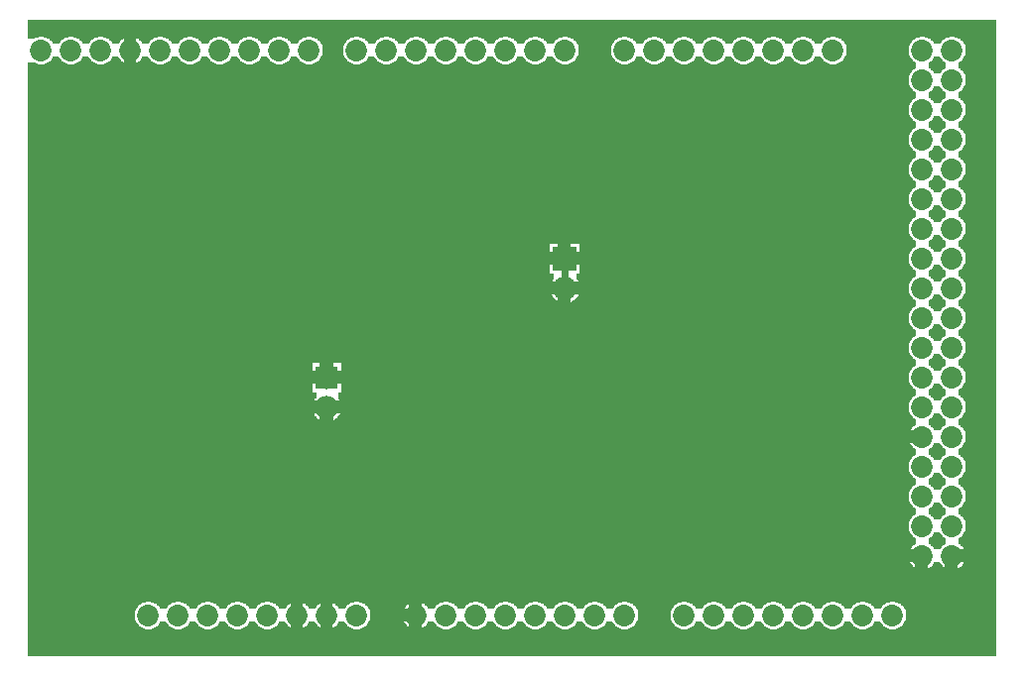
<source format=gbl>
G04 MADE WITH FRITZING*
G04 WWW.FRITZING.ORG*
G04 DOUBLE SIDED*
G04 HOLES PLATED*
G04 CONTOUR ON CENTER OF CONTOUR VECTOR*
%ASAXBY*%
%FSLAX23Y23*%
%MOIN*%
%OFA0B0*%
%SFA1.0B1.0*%
%ADD10C,0.075000*%
%ADD11C,0.072917*%
%ADD12C,0.078000*%
%ADD13C,0.080000*%
%ADD14R,0.078000X0.078000*%
%ADD15R,0.080000X0.080000*%
%ADD16C,0.024000*%
%LNCOPPER0*%
G90*
G70*
G54D10*
X123Y1950D03*
G54D11*
X2344Y178D03*
X744Y178D03*
X2444Y178D03*
X2544Y178D03*
X2644Y178D03*
X2744Y178D03*
X3044Y1578D03*
X2844Y178D03*
X2944Y178D03*
X784Y2078D03*
X1344Y178D03*
X1444Y178D03*
X1544Y178D03*
X1644Y178D03*
X3044Y778D03*
X1744Y178D03*
X1844Y178D03*
X1944Y178D03*
X2044Y178D03*
X1544Y2078D03*
X3044Y1978D03*
X3044Y1178D03*
X3044Y378D03*
X384Y2078D03*
X1144Y178D03*
X1144Y2078D03*
X3044Y1778D03*
X3044Y1378D03*
X3044Y978D03*
X2744Y2078D03*
X3044Y578D03*
X2644Y2078D03*
X2544Y2078D03*
X2444Y2078D03*
X2344Y2078D03*
X2244Y2078D03*
X2144Y2078D03*
X2044Y2078D03*
X184Y2078D03*
X584Y2078D03*
X984Y2078D03*
X544Y178D03*
X944Y178D03*
X1744Y2078D03*
X1344Y2078D03*
X3044Y2078D03*
X3044Y1878D03*
X3044Y1678D03*
X3044Y1478D03*
X3044Y1278D03*
X3044Y1078D03*
X3044Y878D03*
X3044Y678D03*
X3044Y478D03*
X84Y2078D03*
X284Y2078D03*
X484Y2078D03*
X684Y2078D03*
X884Y2078D03*
X444Y178D03*
X644Y178D03*
X844Y178D03*
X1044Y178D03*
X1844Y2078D03*
X1644Y2078D03*
X1444Y2078D03*
X1244Y2078D03*
X3144Y2078D03*
X3144Y1978D03*
X3144Y1878D03*
X3144Y1778D03*
X3144Y1678D03*
X3144Y1578D03*
X3144Y1478D03*
X3144Y1378D03*
X3144Y1278D03*
X3144Y1178D03*
X3144Y1078D03*
X3144Y978D03*
X3144Y878D03*
X3144Y778D03*
X3144Y678D03*
X3144Y578D03*
X3144Y478D03*
X3144Y378D03*
X2244Y178D03*
G54D12*
X1044Y978D03*
X1044Y878D03*
G54D13*
X1844Y1378D03*
X1844Y1278D03*
G54D14*
X1044Y978D03*
G54D15*
X1844Y1378D03*
G54D16*
X1844Y1347D02*
X1844Y1309D01*
G36*
X3084Y2056D02*
X3084Y2052D01*
X3082Y2052D01*
X3082Y2050D01*
X3080Y2050D01*
X3080Y2046D01*
X3078Y2046D01*
X3078Y2044D01*
X3076Y2044D01*
X3076Y2042D01*
X3072Y2042D01*
X3072Y2040D01*
X3070Y2040D01*
X3070Y2038D01*
X3066Y2038D01*
X3066Y2018D01*
X3068Y2018D01*
X3068Y2016D01*
X3072Y2016D01*
X3072Y2014D01*
X3074Y2014D01*
X3074Y2012D01*
X3076Y2012D01*
X3076Y2010D01*
X3078Y2010D01*
X3078Y2008D01*
X3080Y2008D01*
X3080Y2006D01*
X3082Y2006D01*
X3082Y2004D01*
X3084Y2004D01*
X3084Y2000D01*
X3104Y2000D01*
X3104Y2002D01*
X3106Y2002D01*
X3106Y2004D01*
X3108Y2004D01*
X3108Y2008D01*
X3110Y2008D01*
X3110Y2010D01*
X3112Y2010D01*
X3112Y2012D01*
X3114Y2012D01*
X3114Y2014D01*
X3118Y2014D01*
X3118Y2016D01*
X3120Y2016D01*
X3120Y2018D01*
X3122Y2018D01*
X3122Y2038D01*
X3118Y2038D01*
X3118Y2040D01*
X3116Y2040D01*
X3116Y2042D01*
X3114Y2042D01*
X3114Y2044D01*
X3112Y2044D01*
X3112Y2046D01*
X3110Y2046D01*
X3110Y2048D01*
X3108Y2048D01*
X3108Y2050D01*
X3106Y2050D01*
X3106Y2054D01*
X3104Y2054D01*
X3104Y2056D01*
X3084Y2056D01*
G37*
D02*
G36*
X40Y2182D02*
X40Y2124D01*
X3154Y2124D01*
X3154Y2122D01*
X3160Y2122D01*
X3160Y2120D01*
X3164Y2120D01*
X3164Y2118D01*
X3168Y2118D01*
X3168Y2116D01*
X3172Y2116D01*
X3172Y2114D01*
X3174Y2114D01*
X3174Y2112D01*
X3176Y2112D01*
X3176Y2110D01*
X3178Y2110D01*
X3178Y2108D01*
X3180Y2108D01*
X3180Y2106D01*
X3182Y2106D01*
X3182Y2104D01*
X3184Y2104D01*
X3184Y2100D01*
X3186Y2100D01*
X3186Y2096D01*
X3188Y2096D01*
X3188Y2090D01*
X3190Y2090D01*
X3190Y2066D01*
X3188Y2066D01*
X3188Y2060D01*
X3186Y2060D01*
X3186Y2056D01*
X3184Y2056D01*
X3184Y2052D01*
X3182Y2052D01*
X3182Y2050D01*
X3180Y2050D01*
X3180Y2046D01*
X3178Y2046D01*
X3178Y2044D01*
X3176Y2044D01*
X3176Y2042D01*
X3172Y2042D01*
X3172Y2040D01*
X3170Y2040D01*
X3170Y2038D01*
X3166Y2038D01*
X3166Y2018D01*
X3168Y2018D01*
X3168Y2016D01*
X3172Y2016D01*
X3172Y2014D01*
X3174Y2014D01*
X3174Y2012D01*
X3176Y2012D01*
X3176Y2010D01*
X3178Y2010D01*
X3178Y2008D01*
X3180Y2008D01*
X3180Y2006D01*
X3182Y2006D01*
X3182Y2004D01*
X3184Y2004D01*
X3184Y2000D01*
X3186Y2000D01*
X3186Y1996D01*
X3188Y1996D01*
X3188Y1990D01*
X3190Y1990D01*
X3190Y1966D01*
X3188Y1966D01*
X3188Y1960D01*
X3186Y1960D01*
X3186Y1956D01*
X3184Y1956D01*
X3184Y1952D01*
X3182Y1952D01*
X3182Y1950D01*
X3180Y1950D01*
X3180Y1946D01*
X3178Y1946D01*
X3178Y1944D01*
X3176Y1944D01*
X3176Y1942D01*
X3172Y1942D01*
X3172Y1940D01*
X3170Y1940D01*
X3170Y1938D01*
X3166Y1938D01*
X3166Y1918D01*
X3168Y1918D01*
X3168Y1916D01*
X3172Y1916D01*
X3172Y1914D01*
X3174Y1914D01*
X3174Y1912D01*
X3176Y1912D01*
X3176Y1910D01*
X3178Y1910D01*
X3178Y1908D01*
X3180Y1908D01*
X3180Y1906D01*
X3182Y1906D01*
X3182Y1904D01*
X3184Y1904D01*
X3184Y1900D01*
X3186Y1900D01*
X3186Y1896D01*
X3188Y1896D01*
X3188Y1890D01*
X3190Y1890D01*
X3190Y1866D01*
X3188Y1866D01*
X3188Y1860D01*
X3186Y1860D01*
X3186Y1856D01*
X3184Y1856D01*
X3184Y1852D01*
X3182Y1852D01*
X3182Y1850D01*
X3180Y1850D01*
X3180Y1846D01*
X3178Y1846D01*
X3178Y1844D01*
X3176Y1844D01*
X3176Y1842D01*
X3172Y1842D01*
X3172Y1840D01*
X3170Y1840D01*
X3170Y1838D01*
X3166Y1838D01*
X3166Y1818D01*
X3168Y1818D01*
X3168Y1816D01*
X3172Y1816D01*
X3172Y1814D01*
X3174Y1814D01*
X3174Y1812D01*
X3176Y1812D01*
X3176Y1810D01*
X3178Y1810D01*
X3178Y1808D01*
X3180Y1808D01*
X3180Y1806D01*
X3182Y1806D01*
X3182Y1804D01*
X3184Y1804D01*
X3184Y1800D01*
X3186Y1800D01*
X3186Y1796D01*
X3188Y1796D01*
X3188Y1790D01*
X3190Y1790D01*
X3190Y1766D01*
X3188Y1766D01*
X3188Y1760D01*
X3186Y1760D01*
X3186Y1756D01*
X3184Y1756D01*
X3184Y1752D01*
X3182Y1752D01*
X3182Y1750D01*
X3180Y1750D01*
X3180Y1746D01*
X3178Y1746D01*
X3178Y1744D01*
X3176Y1744D01*
X3176Y1742D01*
X3172Y1742D01*
X3172Y1740D01*
X3170Y1740D01*
X3170Y1738D01*
X3166Y1738D01*
X3166Y1718D01*
X3168Y1718D01*
X3168Y1716D01*
X3172Y1716D01*
X3172Y1714D01*
X3174Y1714D01*
X3174Y1712D01*
X3176Y1712D01*
X3176Y1710D01*
X3178Y1710D01*
X3178Y1708D01*
X3180Y1708D01*
X3180Y1706D01*
X3182Y1706D01*
X3182Y1704D01*
X3184Y1704D01*
X3184Y1700D01*
X3186Y1700D01*
X3186Y1696D01*
X3188Y1696D01*
X3188Y1690D01*
X3190Y1690D01*
X3190Y1666D01*
X3188Y1666D01*
X3188Y1660D01*
X3186Y1660D01*
X3186Y1656D01*
X3184Y1656D01*
X3184Y1652D01*
X3182Y1652D01*
X3182Y1650D01*
X3180Y1650D01*
X3180Y1646D01*
X3178Y1646D01*
X3178Y1644D01*
X3176Y1644D01*
X3176Y1642D01*
X3172Y1642D01*
X3172Y1640D01*
X3170Y1640D01*
X3170Y1638D01*
X3166Y1638D01*
X3166Y1618D01*
X3168Y1618D01*
X3168Y1616D01*
X3172Y1616D01*
X3172Y1614D01*
X3174Y1614D01*
X3174Y1612D01*
X3176Y1612D01*
X3176Y1610D01*
X3178Y1610D01*
X3178Y1608D01*
X3180Y1608D01*
X3180Y1606D01*
X3182Y1606D01*
X3182Y1604D01*
X3184Y1604D01*
X3184Y1600D01*
X3186Y1600D01*
X3186Y1596D01*
X3188Y1596D01*
X3188Y1590D01*
X3190Y1590D01*
X3190Y1566D01*
X3188Y1566D01*
X3188Y1560D01*
X3186Y1560D01*
X3186Y1556D01*
X3184Y1556D01*
X3184Y1552D01*
X3182Y1552D01*
X3182Y1550D01*
X3180Y1550D01*
X3180Y1546D01*
X3178Y1546D01*
X3178Y1544D01*
X3176Y1544D01*
X3176Y1542D01*
X3172Y1542D01*
X3172Y1540D01*
X3170Y1540D01*
X3170Y1538D01*
X3166Y1538D01*
X3166Y1518D01*
X3168Y1518D01*
X3168Y1516D01*
X3172Y1516D01*
X3172Y1514D01*
X3174Y1514D01*
X3174Y1512D01*
X3176Y1512D01*
X3176Y1510D01*
X3178Y1510D01*
X3178Y1508D01*
X3180Y1508D01*
X3180Y1506D01*
X3182Y1506D01*
X3182Y1504D01*
X3184Y1504D01*
X3184Y1500D01*
X3186Y1500D01*
X3186Y1496D01*
X3188Y1496D01*
X3188Y1490D01*
X3190Y1490D01*
X3190Y1466D01*
X3188Y1466D01*
X3188Y1460D01*
X3186Y1460D01*
X3186Y1456D01*
X3184Y1456D01*
X3184Y1452D01*
X3182Y1452D01*
X3182Y1450D01*
X3180Y1450D01*
X3180Y1446D01*
X3178Y1446D01*
X3178Y1444D01*
X3176Y1444D01*
X3176Y1442D01*
X3172Y1442D01*
X3172Y1440D01*
X3170Y1440D01*
X3170Y1438D01*
X3166Y1438D01*
X3166Y1418D01*
X3168Y1418D01*
X3168Y1416D01*
X3172Y1416D01*
X3172Y1414D01*
X3174Y1414D01*
X3174Y1412D01*
X3176Y1412D01*
X3176Y1410D01*
X3178Y1410D01*
X3178Y1408D01*
X3180Y1408D01*
X3180Y1406D01*
X3182Y1406D01*
X3182Y1404D01*
X3184Y1404D01*
X3184Y1400D01*
X3186Y1400D01*
X3186Y1396D01*
X3188Y1396D01*
X3188Y1390D01*
X3190Y1390D01*
X3190Y1366D01*
X3188Y1366D01*
X3188Y1360D01*
X3186Y1360D01*
X3186Y1356D01*
X3184Y1356D01*
X3184Y1352D01*
X3182Y1352D01*
X3182Y1350D01*
X3180Y1350D01*
X3180Y1346D01*
X3178Y1346D01*
X3178Y1344D01*
X3176Y1344D01*
X3176Y1342D01*
X3172Y1342D01*
X3172Y1340D01*
X3170Y1340D01*
X3170Y1338D01*
X3166Y1338D01*
X3166Y1318D01*
X3168Y1318D01*
X3168Y1316D01*
X3172Y1316D01*
X3172Y1314D01*
X3174Y1314D01*
X3174Y1312D01*
X3176Y1312D01*
X3176Y1310D01*
X3178Y1310D01*
X3178Y1308D01*
X3180Y1308D01*
X3180Y1306D01*
X3182Y1306D01*
X3182Y1304D01*
X3184Y1304D01*
X3184Y1300D01*
X3186Y1300D01*
X3186Y1296D01*
X3188Y1296D01*
X3188Y1290D01*
X3190Y1290D01*
X3190Y1266D01*
X3188Y1266D01*
X3188Y1260D01*
X3186Y1260D01*
X3186Y1256D01*
X3184Y1256D01*
X3184Y1252D01*
X3182Y1252D01*
X3182Y1250D01*
X3180Y1250D01*
X3180Y1246D01*
X3178Y1246D01*
X3178Y1244D01*
X3176Y1244D01*
X3176Y1242D01*
X3172Y1242D01*
X3172Y1240D01*
X3170Y1240D01*
X3170Y1238D01*
X3166Y1238D01*
X3166Y1218D01*
X3168Y1218D01*
X3168Y1216D01*
X3172Y1216D01*
X3172Y1214D01*
X3174Y1214D01*
X3174Y1212D01*
X3176Y1212D01*
X3176Y1210D01*
X3178Y1210D01*
X3178Y1208D01*
X3180Y1208D01*
X3180Y1206D01*
X3182Y1206D01*
X3182Y1204D01*
X3184Y1204D01*
X3184Y1200D01*
X3186Y1200D01*
X3186Y1196D01*
X3188Y1196D01*
X3188Y1190D01*
X3190Y1190D01*
X3190Y1166D01*
X3188Y1166D01*
X3188Y1160D01*
X3186Y1160D01*
X3186Y1156D01*
X3184Y1156D01*
X3184Y1152D01*
X3182Y1152D01*
X3182Y1150D01*
X3180Y1150D01*
X3180Y1146D01*
X3178Y1146D01*
X3178Y1144D01*
X3176Y1144D01*
X3176Y1142D01*
X3172Y1142D01*
X3172Y1140D01*
X3170Y1140D01*
X3170Y1138D01*
X3166Y1138D01*
X3166Y1118D01*
X3168Y1118D01*
X3168Y1116D01*
X3172Y1116D01*
X3172Y1114D01*
X3174Y1114D01*
X3174Y1112D01*
X3176Y1112D01*
X3176Y1110D01*
X3178Y1110D01*
X3178Y1108D01*
X3180Y1108D01*
X3180Y1106D01*
X3182Y1106D01*
X3182Y1104D01*
X3184Y1104D01*
X3184Y1100D01*
X3186Y1100D01*
X3186Y1096D01*
X3188Y1096D01*
X3188Y1090D01*
X3190Y1090D01*
X3190Y1066D01*
X3188Y1066D01*
X3188Y1060D01*
X3186Y1060D01*
X3186Y1056D01*
X3184Y1056D01*
X3184Y1052D01*
X3182Y1052D01*
X3182Y1050D01*
X3180Y1050D01*
X3180Y1046D01*
X3178Y1046D01*
X3178Y1044D01*
X3176Y1044D01*
X3176Y1042D01*
X3172Y1042D01*
X3172Y1040D01*
X3170Y1040D01*
X3170Y1038D01*
X3166Y1038D01*
X3166Y1018D01*
X3168Y1018D01*
X3168Y1016D01*
X3172Y1016D01*
X3172Y1014D01*
X3174Y1014D01*
X3174Y1012D01*
X3176Y1012D01*
X3176Y1010D01*
X3178Y1010D01*
X3178Y1008D01*
X3180Y1008D01*
X3180Y1006D01*
X3182Y1006D01*
X3182Y1004D01*
X3184Y1004D01*
X3184Y1000D01*
X3186Y1000D01*
X3186Y996D01*
X3188Y996D01*
X3188Y990D01*
X3190Y990D01*
X3190Y966D01*
X3188Y966D01*
X3188Y960D01*
X3186Y960D01*
X3186Y956D01*
X3184Y956D01*
X3184Y952D01*
X3182Y952D01*
X3182Y950D01*
X3180Y950D01*
X3180Y946D01*
X3178Y946D01*
X3178Y944D01*
X3176Y944D01*
X3176Y942D01*
X3172Y942D01*
X3172Y940D01*
X3170Y940D01*
X3170Y938D01*
X3166Y938D01*
X3166Y918D01*
X3168Y918D01*
X3168Y916D01*
X3172Y916D01*
X3172Y914D01*
X3174Y914D01*
X3174Y912D01*
X3176Y912D01*
X3176Y910D01*
X3178Y910D01*
X3178Y908D01*
X3180Y908D01*
X3180Y906D01*
X3182Y906D01*
X3182Y904D01*
X3184Y904D01*
X3184Y900D01*
X3186Y900D01*
X3186Y896D01*
X3188Y896D01*
X3188Y890D01*
X3190Y890D01*
X3190Y866D01*
X3188Y866D01*
X3188Y860D01*
X3186Y860D01*
X3186Y856D01*
X3184Y856D01*
X3184Y852D01*
X3182Y852D01*
X3182Y850D01*
X3180Y850D01*
X3180Y846D01*
X3178Y846D01*
X3178Y844D01*
X3176Y844D01*
X3176Y842D01*
X3172Y842D01*
X3172Y840D01*
X3170Y840D01*
X3170Y838D01*
X3166Y838D01*
X3166Y818D01*
X3168Y818D01*
X3168Y816D01*
X3172Y816D01*
X3172Y814D01*
X3174Y814D01*
X3174Y812D01*
X3176Y812D01*
X3176Y810D01*
X3178Y810D01*
X3178Y808D01*
X3180Y808D01*
X3180Y806D01*
X3182Y806D01*
X3182Y804D01*
X3184Y804D01*
X3184Y800D01*
X3186Y800D01*
X3186Y796D01*
X3188Y796D01*
X3188Y790D01*
X3190Y790D01*
X3190Y766D01*
X3188Y766D01*
X3188Y760D01*
X3186Y760D01*
X3186Y756D01*
X3184Y756D01*
X3184Y752D01*
X3182Y752D01*
X3182Y750D01*
X3180Y750D01*
X3180Y746D01*
X3178Y746D01*
X3178Y744D01*
X3176Y744D01*
X3176Y742D01*
X3172Y742D01*
X3172Y740D01*
X3170Y740D01*
X3170Y738D01*
X3166Y738D01*
X3166Y718D01*
X3168Y718D01*
X3168Y716D01*
X3172Y716D01*
X3172Y714D01*
X3174Y714D01*
X3174Y712D01*
X3176Y712D01*
X3176Y710D01*
X3178Y710D01*
X3178Y708D01*
X3180Y708D01*
X3180Y706D01*
X3182Y706D01*
X3182Y704D01*
X3184Y704D01*
X3184Y700D01*
X3186Y700D01*
X3186Y696D01*
X3188Y696D01*
X3188Y690D01*
X3190Y690D01*
X3190Y666D01*
X3188Y666D01*
X3188Y660D01*
X3186Y660D01*
X3186Y656D01*
X3184Y656D01*
X3184Y652D01*
X3182Y652D01*
X3182Y650D01*
X3180Y650D01*
X3180Y646D01*
X3178Y646D01*
X3178Y644D01*
X3176Y644D01*
X3176Y642D01*
X3172Y642D01*
X3172Y640D01*
X3170Y640D01*
X3170Y638D01*
X3166Y638D01*
X3166Y618D01*
X3168Y618D01*
X3168Y616D01*
X3172Y616D01*
X3172Y614D01*
X3174Y614D01*
X3174Y612D01*
X3176Y612D01*
X3176Y610D01*
X3178Y610D01*
X3178Y608D01*
X3180Y608D01*
X3180Y606D01*
X3182Y606D01*
X3182Y604D01*
X3184Y604D01*
X3184Y600D01*
X3186Y600D01*
X3186Y596D01*
X3188Y596D01*
X3188Y590D01*
X3190Y590D01*
X3190Y566D01*
X3188Y566D01*
X3188Y560D01*
X3186Y560D01*
X3186Y556D01*
X3184Y556D01*
X3184Y552D01*
X3182Y552D01*
X3182Y550D01*
X3180Y550D01*
X3180Y546D01*
X3178Y546D01*
X3178Y544D01*
X3176Y544D01*
X3176Y542D01*
X3172Y542D01*
X3172Y540D01*
X3170Y540D01*
X3170Y538D01*
X3166Y538D01*
X3166Y518D01*
X3168Y518D01*
X3168Y516D01*
X3172Y516D01*
X3172Y514D01*
X3174Y514D01*
X3174Y512D01*
X3176Y512D01*
X3176Y510D01*
X3178Y510D01*
X3178Y508D01*
X3180Y508D01*
X3180Y506D01*
X3182Y506D01*
X3182Y504D01*
X3184Y504D01*
X3184Y500D01*
X3186Y500D01*
X3186Y496D01*
X3188Y496D01*
X3188Y490D01*
X3190Y490D01*
X3190Y466D01*
X3188Y466D01*
X3188Y460D01*
X3186Y460D01*
X3186Y456D01*
X3184Y456D01*
X3184Y452D01*
X3182Y452D01*
X3182Y450D01*
X3180Y450D01*
X3180Y446D01*
X3178Y446D01*
X3178Y444D01*
X3176Y444D01*
X3176Y442D01*
X3172Y442D01*
X3172Y440D01*
X3170Y440D01*
X3170Y438D01*
X3166Y438D01*
X3166Y418D01*
X3168Y418D01*
X3168Y416D01*
X3172Y416D01*
X3172Y414D01*
X3174Y414D01*
X3174Y412D01*
X3176Y412D01*
X3176Y410D01*
X3178Y410D01*
X3178Y408D01*
X3180Y408D01*
X3180Y406D01*
X3182Y406D01*
X3182Y404D01*
X3184Y404D01*
X3184Y400D01*
X3186Y400D01*
X3186Y396D01*
X3188Y396D01*
X3188Y390D01*
X3190Y390D01*
X3190Y366D01*
X3188Y366D01*
X3188Y360D01*
X3186Y360D01*
X3186Y356D01*
X3184Y356D01*
X3184Y352D01*
X3182Y352D01*
X3182Y350D01*
X3180Y350D01*
X3180Y346D01*
X3178Y346D01*
X3178Y344D01*
X3176Y344D01*
X3176Y342D01*
X3172Y342D01*
X3172Y340D01*
X3170Y340D01*
X3170Y338D01*
X3166Y338D01*
X3166Y336D01*
X3162Y336D01*
X3162Y334D01*
X3156Y334D01*
X3156Y332D01*
X3292Y332D01*
X3292Y2182D01*
X40Y2182D01*
G37*
D02*
G36*
X40Y2124D02*
X40Y2116D01*
X60Y2116D01*
X60Y2118D01*
X64Y2118D01*
X64Y2120D01*
X68Y2120D01*
X68Y2122D01*
X76Y2122D01*
X76Y2124D01*
X40Y2124D01*
G37*
D02*
G36*
X94Y2124D02*
X94Y2122D01*
X100Y2122D01*
X100Y2120D01*
X104Y2120D01*
X104Y2118D01*
X108Y2118D01*
X108Y2116D01*
X112Y2116D01*
X112Y2114D01*
X114Y2114D01*
X114Y2112D01*
X116Y2112D01*
X116Y2110D01*
X118Y2110D01*
X118Y2108D01*
X120Y2108D01*
X120Y2106D01*
X122Y2106D01*
X122Y2104D01*
X124Y2104D01*
X124Y2100D01*
X144Y2100D01*
X144Y2102D01*
X146Y2102D01*
X146Y2104D01*
X148Y2104D01*
X148Y2108D01*
X150Y2108D01*
X150Y2110D01*
X152Y2110D01*
X152Y2112D01*
X154Y2112D01*
X154Y2114D01*
X158Y2114D01*
X158Y2116D01*
X160Y2116D01*
X160Y2118D01*
X164Y2118D01*
X164Y2120D01*
X168Y2120D01*
X168Y2122D01*
X176Y2122D01*
X176Y2124D01*
X94Y2124D01*
G37*
D02*
G36*
X194Y2124D02*
X194Y2122D01*
X200Y2122D01*
X200Y2120D01*
X204Y2120D01*
X204Y2118D01*
X208Y2118D01*
X208Y2116D01*
X212Y2116D01*
X212Y2114D01*
X214Y2114D01*
X214Y2112D01*
X216Y2112D01*
X216Y2110D01*
X218Y2110D01*
X218Y2108D01*
X220Y2108D01*
X220Y2106D01*
X222Y2106D01*
X222Y2104D01*
X224Y2104D01*
X224Y2100D01*
X244Y2100D01*
X244Y2102D01*
X246Y2102D01*
X246Y2104D01*
X248Y2104D01*
X248Y2108D01*
X250Y2108D01*
X250Y2110D01*
X252Y2110D01*
X252Y2112D01*
X254Y2112D01*
X254Y2114D01*
X258Y2114D01*
X258Y2116D01*
X260Y2116D01*
X260Y2118D01*
X264Y2118D01*
X264Y2120D01*
X268Y2120D01*
X268Y2122D01*
X276Y2122D01*
X276Y2124D01*
X194Y2124D01*
G37*
D02*
G36*
X294Y2124D02*
X294Y2122D01*
X300Y2122D01*
X300Y2120D01*
X304Y2120D01*
X304Y2118D01*
X308Y2118D01*
X308Y2116D01*
X312Y2116D01*
X312Y2114D01*
X314Y2114D01*
X314Y2112D01*
X316Y2112D01*
X316Y2110D01*
X318Y2110D01*
X318Y2108D01*
X320Y2108D01*
X320Y2106D01*
X322Y2106D01*
X322Y2104D01*
X324Y2104D01*
X324Y2100D01*
X344Y2100D01*
X344Y2102D01*
X346Y2102D01*
X346Y2104D01*
X348Y2104D01*
X348Y2108D01*
X350Y2108D01*
X350Y2110D01*
X352Y2110D01*
X352Y2112D01*
X354Y2112D01*
X354Y2114D01*
X358Y2114D01*
X358Y2116D01*
X360Y2116D01*
X360Y2118D01*
X364Y2118D01*
X364Y2120D01*
X368Y2120D01*
X368Y2122D01*
X376Y2122D01*
X376Y2124D01*
X294Y2124D01*
G37*
D02*
G36*
X394Y2124D02*
X394Y2122D01*
X400Y2122D01*
X400Y2120D01*
X404Y2120D01*
X404Y2118D01*
X408Y2118D01*
X408Y2116D01*
X412Y2116D01*
X412Y2114D01*
X414Y2114D01*
X414Y2112D01*
X416Y2112D01*
X416Y2110D01*
X418Y2110D01*
X418Y2108D01*
X420Y2108D01*
X420Y2106D01*
X422Y2106D01*
X422Y2104D01*
X424Y2104D01*
X424Y2100D01*
X444Y2100D01*
X444Y2102D01*
X446Y2102D01*
X446Y2104D01*
X448Y2104D01*
X448Y2108D01*
X450Y2108D01*
X450Y2110D01*
X452Y2110D01*
X452Y2112D01*
X454Y2112D01*
X454Y2114D01*
X458Y2114D01*
X458Y2116D01*
X460Y2116D01*
X460Y2118D01*
X464Y2118D01*
X464Y2120D01*
X468Y2120D01*
X468Y2122D01*
X476Y2122D01*
X476Y2124D01*
X394Y2124D01*
G37*
D02*
G36*
X494Y2124D02*
X494Y2122D01*
X500Y2122D01*
X500Y2120D01*
X504Y2120D01*
X504Y2118D01*
X508Y2118D01*
X508Y2116D01*
X512Y2116D01*
X512Y2114D01*
X514Y2114D01*
X514Y2112D01*
X516Y2112D01*
X516Y2110D01*
X518Y2110D01*
X518Y2108D01*
X520Y2108D01*
X520Y2106D01*
X522Y2106D01*
X522Y2104D01*
X524Y2104D01*
X524Y2100D01*
X544Y2100D01*
X544Y2102D01*
X546Y2102D01*
X546Y2104D01*
X548Y2104D01*
X548Y2108D01*
X550Y2108D01*
X550Y2110D01*
X552Y2110D01*
X552Y2112D01*
X554Y2112D01*
X554Y2114D01*
X558Y2114D01*
X558Y2116D01*
X560Y2116D01*
X560Y2118D01*
X564Y2118D01*
X564Y2120D01*
X568Y2120D01*
X568Y2122D01*
X576Y2122D01*
X576Y2124D01*
X494Y2124D01*
G37*
D02*
G36*
X594Y2124D02*
X594Y2122D01*
X600Y2122D01*
X600Y2120D01*
X604Y2120D01*
X604Y2118D01*
X608Y2118D01*
X608Y2116D01*
X612Y2116D01*
X612Y2114D01*
X614Y2114D01*
X614Y2112D01*
X616Y2112D01*
X616Y2110D01*
X618Y2110D01*
X618Y2108D01*
X620Y2108D01*
X620Y2106D01*
X622Y2106D01*
X622Y2104D01*
X624Y2104D01*
X624Y2100D01*
X644Y2100D01*
X644Y2102D01*
X646Y2102D01*
X646Y2104D01*
X648Y2104D01*
X648Y2108D01*
X650Y2108D01*
X650Y2110D01*
X652Y2110D01*
X652Y2112D01*
X654Y2112D01*
X654Y2114D01*
X658Y2114D01*
X658Y2116D01*
X660Y2116D01*
X660Y2118D01*
X664Y2118D01*
X664Y2120D01*
X668Y2120D01*
X668Y2122D01*
X676Y2122D01*
X676Y2124D01*
X594Y2124D01*
G37*
D02*
G36*
X694Y2124D02*
X694Y2122D01*
X700Y2122D01*
X700Y2120D01*
X704Y2120D01*
X704Y2118D01*
X708Y2118D01*
X708Y2116D01*
X712Y2116D01*
X712Y2114D01*
X714Y2114D01*
X714Y2112D01*
X716Y2112D01*
X716Y2110D01*
X718Y2110D01*
X718Y2108D01*
X720Y2108D01*
X720Y2106D01*
X722Y2106D01*
X722Y2104D01*
X724Y2104D01*
X724Y2100D01*
X744Y2100D01*
X744Y2102D01*
X746Y2102D01*
X746Y2104D01*
X748Y2104D01*
X748Y2108D01*
X750Y2108D01*
X750Y2110D01*
X752Y2110D01*
X752Y2112D01*
X754Y2112D01*
X754Y2114D01*
X758Y2114D01*
X758Y2116D01*
X760Y2116D01*
X760Y2118D01*
X764Y2118D01*
X764Y2120D01*
X768Y2120D01*
X768Y2122D01*
X776Y2122D01*
X776Y2124D01*
X694Y2124D01*
G37*
D02*
G36*
X794Y2124D02*
X794Y2122D01*
X800Y2122D01*
X800Y2120D01*
X804Y2120D01*
X804Y2118D01*
X808Y2118D01*
X808Y2116D01*
X812Y2116D01*
X812Y2114D01*
X814Y2114D01*
X814Y2112D01*
X816Y2112D01*
X816Y2110D01*
X818Y2110D01*
X818Y2108D01*
X820Y2108D01*
X820Y2106D01*
X822Y2106D01*
X822Y2104D01*
X824Y2104D01*
X824Y2100D01*
X844Y2100D01*
X844Y2102D01*
X846Y2102D01*
X846Y2104D01*
X848Y2104D01*
X848Y2108D01*
X850Y2108D01*
X850Y2110D01*
X852Y2110D01*
X852Y2112D01*
X854Y2112D01*
X854Y2114D01*
X858Y2114D01*
X858Y2116D01*
X860Y2116D01*
X860Y2118D01*
X864Y2118D01*
X864Y2120D01*
X868Y2120D01*
X868Y2122D01*
X876Y2122D01*
X876Y2124D01*
X794Y2124D01*
G37*
D02*
G36*
X894Y2124D02*
X894Y2122D01*
X900Y2122D01*
X900Y2120D01*
X904Y2120D01*
X904Y2118D01*
X908Y2118D01*
X908Y2116D01*
X912Y2116D01*
X912Y2114D01*
X914Y2114D01*
X914Y2112D01*
X916Y2112D01*
X916Y2110D01*
X918Y2110D01*
X918Y2108D01*
X920Y2108D01*
X920Y2106D01*
X922Y2106D01*
X922Y2104D01*
X924Y2104D01*
X924Y2100D01*
X944Y2100D01*
X944Y2102D01*
X946Y2102D01*
X946Y2104D01*
X948Y2104D01*
X948Y2108D01*
X950Y2108D01*
X950Y2110D01*
X952Y2110D01*
X952Y2112D01*
X954Y2112D01*
X954Y2114D01*
X958Y2114D01*
X958Y2116D01*
X960Y2116D01*
X960Y2118D01*
X964Y2118D01*
X964Y2120D01*
X968Y2120D01*
X968Y2122D01*
X976Y2122D01*
X976Y2124D01*
X894Y2124D01*
G37*
D02*
G36*
X994Y2124D02*
X994Y2122D01*
X1000Y2122D01*
X1000Y2120D01*
X1004Y2120D01*
X1004Y2118D01*
X1008Y2118D01*
X1008Y2116D01*
X1012Y2116D01*
X1012Y2114D01*
X1014Y2114D01*
X1014Y2112D01*
X1016Y2112D01*
X1016Y2110D01*
X1018Y2110D01*
X1018Y2108D01*
X1020Y2108D01*
X1020Y2106D01*
X1022Y2106D01*
X1022Y2104D01*
X1024Y2104D01*
X1024Y2100D01*
X1026Y2100D01*
X1026Y2096D01*
X1028Y2096D01*
X1028Y2090D01*
X1030Y2090D01*
X1030Y2066D01*
X1028Y2066D01*
X1028Y2060D01*
X1026Y2060D01*
X1026Y2056D01*
X1024Y2056D01*
X1024Y2052D01*
X1022Y2052D01*
X1022Y2050D01*
X1020Y2050D01*
X1020Y2046D01*
X1018Y2046D01*
X1018Y2044D01*
X1016Y2044D01*
X1016Y2042D01*
X1012Y2042D01*
X1012Y2040D01*
X1010Y2040D01*
X1010Y2038D01*
X1006Y2038D01*
X1006Y2036D01*
X1002Y2036D01*
X1002Y2034D01*
X996Y2034D01*
X996Y2032D01*
X1132Y2032D01*
X1132Y2034D01*
X1126Y2034D01*
X1126Y2036D01*
X1122Y2036D01*
X1122Y2038D01*
X1118Y2038D01*
X1118Y2040D01*
X1116Y2040D01*
X1116Y2042D01*
X1114Y2042D01*
X1114Y2044D01*
X1112Y2044D01*
X1112Y2046D01*
X1110Y2046D01*
X1110Y2048D01*
X1108Y2048D01*
X1108Y2050D01*
X1106Y2050D01*
X1106Y2054D01*
X1104Y2054D01*
X1104Y2058D01*
X1102Y2058D01*
X1102Y2062D01*
X1100Y2062D01*
X1100Y2068D01*
X1098Y2068D01*
X1098Y2086D01*
X1100Y2086D01*
X1100Y2094D01*
X1102Y2094D01*
X1102Y2098D01*
X1104Y2098D01*
X1104Y2102D01*
X1106Y2102D01*
X1106Y2104D01*
X1108Y2104D01*
X1108Y2108D01*
X1110Y2108D01*
X1110Y2110D01*
X1112Y2110D01*
X1112Y2112D01*
X1114Y2112D01*
X1114Y2114D01*
X1118Y2114D01*
X1118Y2116D01*
X1120Y2116D01*
X1120Y2118D01*
X1124Y2118D01*
X1124Y2120D01*
X1128Y2120D01*
X1128Y2122D01*
X1136Y2122D01*
X1136Y2124D01*
X994Y2124D01*
G37*
D02*
G36*
X1154Y2124D02*
X1154Y2122D01*
X1160Y2122D01*
X1160Y2120D01*
X1164Y2120D01*
X1164Y2118D01*
X1168Y2118D01*
X1168Y2116D01*
X1172Y2116D01*
X1172Y2114D01*
X1174Y2114D01*
X1174Y2112D01*
X1176Y2112D01*
X1176Y2110D01*
X1178Y2110D01*
X1178Y2108D01*
X1180Y2108D01*
X1180Y2106D01*
X1182Y2106D01*
X1182Y2104D01*
X1184Y2104D01*
X1184Y2100D01*
X1204Y2100D01*
X1204Y2102D01*
X1206Y2102D01*
X1206Y2104D01*
X1208Y2104D01*
X1208Y2108D01*
X1210Y2108D01*
X1210Y2110D01*
X1212Y2110D01*
X1212Y2112D01*
X1214Y2112D01*
X1214Y2114D01*
X1218Y2114D01*
X1218Y2116D01*
X1220Y2116D01*
X1220Y2118D01*
X1224Y2118D01*
X1224Y2120D01*
X1228Y2120D01*
X1228Y2122D01*
X1236Y2122D01*
X1236Y2124D01*
X1154Y2124D01*
G37*
D02*
G36*
X1254Y2124D02*
X1254Y2122D01*
X1260Y2122D01*
X1260Y2120D01*
X1264Y2120D01*
X1264Y2118D01*
X1268Y2118D01*
X1268Y2116D01*
X1272Y2116D01*
X1272Y2114D01*
X1274Y2114D01*
X1274Y2112D01*
X1276Y2112D01*
X1276Y2110D01*
X1278Y2110D01*
X1278Y2108D01*
X1280Y2108D01*
X1280Y2106D01*
X1282Y2106D01*
X1282Y2104D01*
X1284Y2104D01*
X1284Y2100D01*
X1304Y2100D01*
X1304Y2102D01*
X1306Y2102D01*
X1306Y2104D01*
X1308Y2104D01*
X1308Y2108D01*
X1310Y2108D01*
X1310Y2110D01*
X1312Y2110D01*
X1312Y2112D01*
X1314Y2112D01*
X1314Y2114D01*
X1318Y2114D01*
X1318Y2116D01*
X1320Y2116D01*
X1320Y2118D01*
X1324Y2118D01*
X1324Y2120D01*
X1328Y2120D01*
X1328Y2122D01*
X1336Y2122D01*
X1336Y2124D01*
X1254Y2124D01*
G37*
D02*
G36*
X1354Y2124D02*
X1354Y2122D01*
X1360Y2122D01*
X1360Y2120D01*
X1364Y2120D01*
X1364Y2118D01*
X1368Y2118D01*
X1368Y2116D01*
X1372Y2116D01*
X1372Y2114D01*
X1374Y2114D01*
X1374Y2112D01*
X1376Y2112D01*
X1376Y2110D01*
X1378Y2110D01*
X1378Y2108D01*
X1380Y2108D01*
X1380Y2106D01*
X1382Y2106D01*
X1382Y2104D01*
X1384Y2104D01*
X1384Y2100D01*
X1404Y2100D01*
X1404Y2102D01*
X1406Y2102D01*
X1406Y2104D01*
X1408Y2104D01*
X1408Y2108D01*
X1410Y2108D01*
X1410Y2110D01*
X1412Y2110D01*
X1412Y2112D01*
X1414Y2112D01*
X1414Y2114D01*
X1418Y2114D01*
X1418Y2116D01*
X1420Y2116D01*
X1420Y2118D01*
X1424Y2118D01*
X1424Y2120D01*
X1428Y2120D01*
X1428Y2122D01*
X1436Y2122D01*
X1436Y2124D01*
X1354Y2124D01*
G37*
D02*
G36*
X1454Y2124D02*
X1454Y2122D01*
X1460Y2122D01*
X1460Y2120D01*
X1464Y2120D01*
X1464Y2118D01*
X1468Y2118D01*
X1468Y2116D01*
X1472Y2116D01*
X1472Y2114D01*
X1474Y2114D01*
X1474Y2112D01*
X1476Y2112D01*
X1476Y2110D01*
X1478Y2110D01*
X1478Y2108D01*
X1480Y2108D01*
X1480Y2106D01*
X1482Y2106D01*
X1482Y2104D01*
X1484Y2104D01*
X1484Y2100D01*
X1504Y2100D01*
X1504Y2102D01*
X1506Y2102D01*
X1506Y2104D01*
X1508Y2104D01*
X1508Y2108D01*
X1510Y2108D01*
X1510Y2110D01*
X1512Y2110D01*
X1512Y2112D01*
X1514Y2112D01*
X1514Y2114D01*
X1518Y2114D01*
X1518Y2116D01*
X1520Y2116D01*
X1520Y2118D01*
X1524Y2118D01*
X1524Y2120D01*
X1528Y2120D01*
X1528Y2122D01*
X1536Y2122D01*
X1536Y2124D01*
X1454Y2124D01*
G37*
D02*
G36*
X1554Y2124D02*
X1554Y2122D01*
X1560Y2122D01*
X1560Y2120D01*
X1564Y2120D01*
X1564Y2118D01*
X1568Y2118D01*
X1568Y2116D01*
X1572Y2116D01*
X1572Y2114D01*
X1574Y2114D01*
X1574Y2112D01*
X1576Y2112D01*
X1576Y2110D01*
X1578Y2110D01*
X1578Y2108D01*
X1580Y2108D01*
X1580Y2106D01*
X1582Y2106D01*
X1582Y2104D01*
X1584Y2104D01*
X1584Y2100D01*
X1604Y2100D01*
X1604Y2102D01*
X1606Y2102D01*
X1606Y2104D01*
X1608Y2104D01*
X1608Y2108D01*
X1610Y2108D01*
X1610Y2110D01*
X1612Y2110D01*
X1612Y2112D01*
X1614Y2112D01*
X1614Y2114D01*
X1618Y2114D01*
X1618Y2116D01*
X1620Y2116D01*
X1620Y2118D01*
X1624Y2118D01*
X1624Y2120D01*
X1628Y2120D01*
X1628Y2122D01*
X1636Y2122D01*
X1636Y2124D01*
X1554Y2124D01*
G37*
D02*
G36*
X1654Y2124D02*
X1654Y2122D01*
X1660Y2122D01*
X1660Y2120D01*
X1664Y2120D01*
X1664Y2118D01*
X1668Y2118D01*
X1668Y2116D01*
X1672Y2116D01*
X1672Y2114D01*
X1674Y2114D01*
X1674Y2112D01*
X1676Y2112D01*
X1676Y2110D01*
X1678Y2110D01*
X1678Y2108D01*
X1680Y2108D01*
X1680Y2106D01*
X1682Y2106D01*
X1682Y2104D01*
X1684Y2104D01*
X1684Y2100D01*
X1704Y2100D01*
X1704Y2102D01*
X1706Y2102D01*
X1706Y2104D01*
X1708Y2104D01*
X1708Y2108D01*
X1710Y2108D01*
X1710Y2110D01*
X1712Y2110D01*
X1712Y2112D01*
X1714Y2112D01*
X1714Y2114D01*
X1718Y2114D01*
X1718Y2116D01*
X1720Y2116D01*
X1720Y2118D01*
X1724Y2118D01*
X1724Y2120D01*
X1728Y2120D01*
X1728Y2122D01*
X1736Y2122D01*
X1736Y2124D01*
X1654Y2124D01*
G37*
D02*
G36*
X1754Y2124D02*
X1754Y2122D01*
X1760Y2122D01*
X1760Y2120D01*
X1764Y2120D01*
X1764Y2118D01*
X1768Y2118D01*
X1768Y2116D01*
X1772Y2116D01*
X1772Y2114D01*
X1774Y2114D01*
X1774Y2112D01*
X1776Y2112D01*
X1776Y2110D01*
X1778Y2110D01*
X1778Y2108D01*
X1780Y2108D01*
X1780Y2106D01*
X1782Y2106D01*
X1782Y2104D01*
X1784Y2104D01*
X1784Y2100D01*
X1804Y2100D01*
X1804Y2102D01*
X1806Y2102D01*
X1806Y2104D01*
X1808Y2104D01*
X1808Y2108D01*
X1810Y2108D01*
X1810Y2110D01*
X1812Y2110D01*
X1812Y2112D01*
X1814Y2112D01*
X1814Y2114D01*
X1818Y2114D01*
X1818Y2116D01*
X1820Y2116D01*
X1820Y2118D01*
X1824Y2118D01*
X1824Y2120D01*
X1828Y2120D01*
X1828Y2122D01*
X1836Y2122D01*
X1836Y2124D01*
X1754Y2124D01*
G37*
D02*
G36*
X1854Y2124D02*
X1854Y2122D01*
X1860Y2122D01*
X1860Y2120D01*
X1864Y2120D01*
X1864Y2118D01*
X1868Y2118D01*
X1868Y2116D01*
X1872Y2116D01*
X1872Y2114D01*
X1874Y2114D01*
X1874Y2112D01*
X1876Y2112D01*
X1876Y2110D01*
X1878Y2110D01*
X1878Y2108D01*
X1880Y2108D01*
X1880Y2106D01*
X1882Y2106D01*
X1882Y2104D01*
X1884Y2104D01*
X1884Y2100D01*
X1886Y2100D01*
X1886Y2096D01*
X1888Y2096D01*
X1888Y2090D01*
X1890Y2090D01*
X1890Y2066D01*
X1888Y2066D01*
X1888Y2060D01*
X1886Y2060D01*
X1886Y2056D01*
X1884Y2056D01*
X1884Y2052D01*
X1882Y2052D01*
X1882Y2050D01*
X1880Y2050D01*
X1880Y2046D01*
X1878Y2046D01*
X1878Y2044D01*
X1876Y2044D01*
X1876Y2042D01*
X1872Y2042D01*
X1872Y2040D01*
X1870Y2040D01*
X1870Y2038D01*
X1866Y2038D01*
X1866Y2036D01*
X1862Y2036D01*
X1862Y2034D01*
X1856Y2034D01*
X1856Y2032D01*
X2032Y2032D01*
X2032Y2034D01*
X2026Y2034D01*
X2026Y2036D01*
X2022Y2036D01*
X2022Y2038D01*
X2018Y2038D01*
X2018Y2040D01*
X2016Y2040D01*
X2016Y2042D01*
X2014Y2042D01*
X2014Y2044D01*
X2012Y2044D01*
X2012Y2046D01*
X2010Y2046D01*
X2010Y2048D01*
X2008Y2048D01*
X2008Y2050D01*
X2006Y2050D01*
X2006Y2054D01*
X2004Y2054D01*
X2004Y2058D01*
X2002Y2058D01*
X2002Y2062D01*
X2000Y2062D01*
X2000Y2068D01*
X1998Y2068D01*
X1998Y2086D01*
X2000Y2086D01*
X2000Y2094D01*
X2002Y2094D01*
X2002Y2098D01*
X2004Y2098D01*
X2004Y2102D01*
X2006Y2102D01*
X2006Y2104D01*
X2008Y2104D01*
X2008Y2108D01*
X2010Y2108D01*
X2010Y2110D01*
X2012Y2110D01*
X2012Y2112D01*
X2014Y2112D01*
X2014Y2114D01*
X2018Y2114D01*
X2018Y2116D01*
X2020Y2116D01*
X2020Y2118D01*
X2024Y2118D01*
X2024Y2120D01*
X2028Y2120D01*
X2028Y2122D01*
X2036Y2122D01*
X2036Y2124D01*
X1854Y2124D01*
G37*
D02*
G36*
X2054Y2124D02*
X2054Y2122D01*
X2060Y2122D01*
X2060Y2120D01*
X2064Y2120D01*
X2064Y2118D01*
X2068Y2118D01*
X2068Y2116D01*
X2072Y2116D01*
X2072Y2114D01*
X2074Y2114D01*
X2074Y2112D01*
X2076Y2112D01*
X2076Y2110D01*
X2078Y2110D01*
X2078Y2108D01*
X2080Y2108D01*
X2080Y2106D01*
X2082Y2106D01*
X2082Y2104D01*
X2084Y2104D01*
X2084Y2100D01*
X2104Y2100D01*
X2104Y2102D01*
X2106Y2102D01*
X2106Y2104D01*
X2108Y2104D01*
X2108Y2108D01*
X2110Y2108D01*
X2110Y2110D01*
X2112Y2110D01*
X2112Y2112D01*
X2114Y2112D01*
X2114Y2114D01*
X2118Y2114D01*
X2118Y2116D01*
X2120Y2116D01*
X2120Y2118D01*
X2124Y2118D01*
X2124Y2120D01*
X2128Y2120D01*
X2128Y2122D01*
X2136Y2122D01*
X2136Y2124D01*
X2054Y2124D01*
G37*
D02*
G36*
X2154Y2124D02*
X2154Y2122D01*
X2160Y2122D01*
X2160Y2120D01*
X2164Y2120D01*
X2164Y2118D01*
X2168Y2118D01*
X2168Y2116D01*
X2172Y2116D01*
X2172Y2114D01*
X2174Y2114D01*
X2174Y2112D01*
X2176Y2112D01*
X2176Y2110D01*
X2178Y2110D01*
X2178Y2108D01*
X2180Y2108D01*
X2180Y2106D01*
X2182Y2106D01*
X2182Y2104D01*
X2184Y2104D01*
X2184Y2100D01*
X2204Y2100D01*
X2204Y2102D01*
X2206Y2102D01*
X2206Y2104D01*
X2208Y2104D01*
X2208Y2108D01*
X2210Y2108D01*
X2210Y2110D01*
X2212Y2110D01*
X2212Y2112D01*
X2214Y2112D01*
X2214Y2114D01*
X2218Y2114D01*
X2218Y2116D01*
X2220Y2116D01*
X2220Y2118D01*
X2224Y2118D01*
X2224Y2120D01*
X2228Y2120D01*
X2228Y2122D01*
X2236Y2122D01*
X2236Y2124D01*
X2154Y2124D01*
G37*
D02*
G36*
X2254Y2124D02*
X2254Y2122D01*
X2260Y2122D01*
X2260Y2120D01*
X2264Y2120D01*
X2264Y2118D01*
X2268Y2118D01*
X2268Y2116D01*
X2272Y2116D01*
X2272Y2114D01*
X2274Y2114D01*
X2274Y2112D01*
X2276Y2112D01*
X2276Y2110D01*
X2278Y2110D01*
X2278Y2108D01*
X2280Y2108D01*
X2280Y2106D01*
X2282Y2106D01*
X2282Y2104D01*
X2284Y2104D01*
X2284Y2100D01*
X2304Y2100D01*
X2304Y2102D01*
X2306Y2102D01*
X2306Y2104D01*
X2308Y2104D01*
X2308Y2108D01*
X2310Y2108D01*
X2310Y2110D01*
X2312Y2110D01*
X2312Y2112D01*
X2314Y2112D01*
X2314Y2114D01*
X2318Y2114D01*
X2318Y2116D01*
X2320Y2116D01*
X2320Y2118D01*
X2324Y2118D01*
X2324Y2120D01*
X2328Y2120D01*
X2328Y2122D01*
X2336Y2122D01*
X2336Y2124D01*
X2254Y2124D01*
G37*
D02*
G36*
X2354Y2124D02*
X2354Y2122D01*
X2360Y2122D01*
X2360Y2120D01*
X2364Y2120D01*
X2364Y2118D01*
X2368Y2118D01*
X2368Y2116D01*
X2372Y2116D01*
X2372Y2114D01*
X2374Y2114D01*
X2374Y2112D01*
X2376Y2112D01*
X2376Y2110D01*
X2378Y2110D01*
X2378Y2108D01*
X2380Y2108D01*
X2380Y2106D01*
X2382Y2106D01*
X2382Y2104D01*
X2384Y2104D01*
X2384Y2100D01*
X2404Y2100D01*
X2404Y2102D01*
X2406Y2102D01*
X2406Y2104D01*
X2408Y2104D01*
X2408Y2108D01*
X2410Y2108D01*
X2410Y2110D01*
X2412Y2110D01*
X2412Y2112D01*
X2414Y2112D01*
X2414Y2114D01*
X2418Y2114D01*
X2418Y2116D01*
X2420Y2116D01*
X2420Y2118D01*
X2424Y2118D01*
X2424Y2120D01*
X2428Y2120D01*
X2428Y2122D01*
X2436Y2122D01*
X2436Y2124D01*
X2354Y2124D01*
G37*
D02*
G36*
X2454Y2124D02*
X2454Y2122D01*
X2460Y2122D01*
X2460Y2120D01*
X2464Y2120D01*
X2464Y2118D01*
X2468Y2118D01*
X2468Y2116D01*
X2472Y2116D01*
X2472Y2114D01*
X2474Y2114D01*
X2474Y2112D01*
X2476Y2112D01*
X2476Y2110D01*
X2478Y2110D01*
X2478Y2108D01*
X2480Y2108D01*
X2480Y2106D01*
X2482Y2106D01*
X2482Y2104D01*
X2484Y2104D01*
X2484Y2100D01*
X2504Y2100D01*
X2504Y2102D01*
X2506Y2102D01*
X2506Y2104D01*
X2508Y2104D01*
X2508Y2108D01*
X2510Y2108D01*
X2510Y2110D01*
X2512Y2110D01*
X2512Y2112D01*
X2514Y2112D01*
X2514Y2114D01*
X2518Y2114D01*
X2518Y2116D01*
X2520Y2116D01*
X2520Y2118D01*
X2524Y2118D01*
X2524Y2120D01*
X2528Y2120D01*
X2528Y2122D01*
X2536Y2122D01*
X2536Y2124D01*
X2454Y2124D01*
G37*
D02*
G36*
X2554Y2124D02*
X2554Y2122D01*
X2560Y2122D01*
X2560Y2120D01*
X2564Y2120D01*
X2564Y2118D01*
X2568Y2118D01*
X2568Y2116D01*
X2572Y2116D01*
X2572Y2114D01*
X2574Y2114D01*
X2574Y2112D01*
X2576Y2112D01*
X2576Y2110D01*
X2578Y2110D01*
X2578Y2108D01*
X2580Y2108D01*
X2580Y2106D01*
X2582Y2106D01*
X2582Y2104D01*
X2584Y2104D01*
X2584Y2100D01*
X2604Y2100D01*
X2604Y2102D01*
X2606Y2102D01*
X2606Y2104D01*
X2608Y2104D01*
X2608Y2108D01*
X2610Y2108D01*
X2610Y2110D01*
X2612Y2110D01*
X2612Y2112D01*
X2614Y2112D01*
X2614Y2114D01*
X2618Y2114D01*
X2618Y2116D01*
X2620Y2116D01*
X2620Y2118D01*
X2624Y2118D01*
X2624Y2120D01*
X2628Y2120D01*
X2628Y2122D01*
X2636Y2122D01*
X2636Y2124D01*
X2554Y2124D01*
G37*
D02*
G36*
X2654Y2124D02*
X2654Y2122D01*
X2660Y2122D01*
X2660Y2120D01*
X2664Y2120D01*
X2664Y2118D01*
X2668Y2118D01*
X2668Y2116D01*
X2672Y2116D01*
X2672Y2114D01*
X2674Y2114D01*
X2674Y2112D01*
X2676Y2112D01*
X2676Y2110D01*
X2678Y2110D01*
X2678Y2108D01*
X2680Y2108D01*
X2680Y2106D01*
X2682Y2106D01*
X2682Y2104D01*
X2684Y2104D01*
X2684Y2100D01*
X2704Y2100D01*
X2704Y2102D01*
X2706Y2102D01*
X2706Y2104D01*
X2708Y2104D01*
X2708Y2108D01*
X2710Y2108D01*
X2710Y2110D01*
X2712Y2110D01*
X2712Y2112D01*
X2714Y2112D01*
X2714Y2114D01*
X2718Y2114D01*
X2718Y2116D01*
X2720Y2116D01*
X2720Y2118D01*
X2724Y2118D01*
X2724Y2120D01*
X2728Y2120D01*
X2728Y2122D01*
X2736Y2122D01*
X2736Y2124D01*
X2654Y2124D01*
G37*
D02*
G36*
X2754Y2124D02*
X2754Y2122D01*
X2760Y2122D01*
X2760Y2120D01*
X2764Y2120D01*
X2764Y2118D01*
X2768Y2118D01*
X2768Y2116D01*
X2772Y2116D01*
X2772Y2114D01*
X2774Y2114D01*
X2774Y2112D01*
X2776Y2112D01*
X2776Y2110D01*
X2778Y2110D01*
X2778Y2108D01*
X2780Y2108D01*
X2780Y2106D01*
X2782Y2106D01*
X2782Y2104D01*
X2784Y2104D01*
X2784Y2100D01*
X2786Y2100D01*
X2786Y2096D01*
X2788Y2096D01*
X2788Y2090D01*
X2790Y2090D01*
X2790Y2066D01*
X2788Y2066D01*
X2788Y2060D01*
X2786Y2060D01*
X2786Y2056D01*
X2784Y2056D01*
X2784Y2052D01*
X2782Y2052D01*
X2782Y2050D01*
X2780Y2050D01*
X2780Y2046D01*
X2778Y2046D01*
X2778Y2044D01*
X2776Y2044D01*
X2776Y2042D01*
X2772Y2042D01*
X2772Y2040D01*
X2770Y2040D01*
X2770Y2038D01*
X2766Y2038D01*
X2766Y2036D01*
X2762Y2036D01*
X2762Y2034D01*
X2756Y2034D01*
X2756Y2032D01*
X3022Y2032D01*
X3022Y2038D01*
X3018Y2038D01*
X3018Y2040D01*
X3016Y2040D01*
X3016Y2042D01*
X3014Y2042D01*
X3014Y2044D01*
X3012Y2044D01*
X3012Y2046D01*
X3010Y2046D01*
X3010Y2048D01*
X3008Y2048D01*
X3008Y2050D01*
X3006Y2050D01*
X3006Y2054D01*
X3004Y2054D01*
X3004Y2058D01*
X3002Y2058D01*
X3002Y2062D01*
X3000Y2062D01*
X3000Y2068D01*
X2998Y2068D01*
X2998Y2086D01*
X3000Y2086D01*
X3000Y2094D01*
X3002Y2094D01*
X3002Y2098D01*
X3004Y2098D01*
X3004Y2102D01*
X3006Y2102D01*
X3006Y2104D01*
X3008Y2104D01*
X3008Y2108D01*
X3010Y2108D01*
X3010Y2110D01*
X3012Y2110D01*
X3012Y2112D01*
X3014Y2112D01*
X3014Y2114D01*
X3018Y2114D01*
X3018Y2116D01*
X3020Y2116D01*
X3020Y2118D01*
X3024Y2118D01*
X3024Y2120D01*
X3028Y2120D01*
X3028Y2122D01*
X3036Y2122D01*
X3036Y2124D01*
X2754Y2124D01*
G37*
D02*
G36*
X3054Y2124D02*
X3054Y2122D01*
X3060Y2122D01*
X3060Y2120D01*
X3064Y2120D01*
X3064Y2118D01*
X3068Y2118D01*
X3068Y2116D01*
X3072Y2116D01*
X3072Y2114D01*
X3074Y2114D01*
X3074Y2112D01*
X3076Y2112D01*
X3076Y2110D01*
X3078Y2110D01*
X3078Y2108D01*
X3080Y2108D01*
X3080Y2106D01*
X3082Y2106D01*
X3082Y2104D01*
X3084Y2104D01*
X3084Y2100D01*
X3104Y2100D01*
X3104Y2102D01*
X3106Y2102D01*
X3106Y2104D01*
X3108Y2104D01*
X3108Y2108D01*
X3110Y2108D01*
X3110Y2110D01*
X3112Y2110D01*
X3112Y2112D01*
X3114Y2112D01*
X3114Y2114D01*
X3118Y2114D01*
X3118Y2116D01*
X3120Y2116D01*
X3120Y2118D01*
X3124Y2118D01*
X3124Y2120D01*
X3128Y2120D01*
X3128Y2122D01*
X3136Y2122D01*
X3136Y2124D01*
X3054Y2124D01*
G37*
D02*
G36*
X124Y2056D02*
X124Y2052D01*
X122Y2052D01*
X122Y2050D01*
X120Y2050D01*
X120Y2046D01*
X118Y2046D01*
X118Y2044D01*
X116Y2044D01*
X116Y2042D01*
X112Y2042D01*
X112Y2040D01*
X110Y2040D01*
X110Y2038D01*
X106Y2038D01*
X106Y2036D01*
X102Y2036D01*
X102Y2034D01*
X96Y2034D01*
X96Y2032D01*
X172Y2032D01*
X172Y2034D01*
X166Y2034D01*
X166Y2036D01*
X162Y2036D01*
X162Y2038D01*
X158Y2038D01*
X158Y2040D01*
X156Y2040D01*
X156Y2042D01*
X154Y2042D01*
X154Y2044D01*
X152Y2044D01*
X152Y2046D01*
X150Y2046D01*
X150Y2048D01*
X148Y2048D01*
X148Y2050D01*
X146Y2050D01*
X146Y2054D01*
X144Y2054D01*
X144Y2056D01*
X124Y2056D01*
G37*
D02*
G36*
X224Y2056D02*
X224Y2052D01*
X222Y2052D01*
X222Y2050D01*
X220Y2050D01*
X220Y2046D01*
X218Y2046D01*
X218Y2044D01*
X216Y2044D01*
X216Y2042D01*
X212Y2042D01*
X212Y2040D01*
X210Y2040D01*
X210Y2038D01*
X206Y2038D01*
X206Y2036D01*
X202Y2036D01*
X202Y2034D01*
X196Y2034D01*
X196Y2032D01*
X272Y2032D01*
X272Y2034D01*
X266Y2034D01*
X266Y2036D01*
X262Y2036D01*
X262Y2038D01*
X258Y2038D01*
X258Y2040D01*
X256Y2040D01*
X256Y2042D01*
X254Y2042D01*
X254Y2044D01*
X252Y2044D01*
X252Y2046D01*
X250Y2046D01*
X250Y2048D01*
X248Y2048D01*
X248Y2050D01*
X246Y2050D01*
X246Y2054D01*
X244Y2054D01*
X244Y2056D01*
X224Y2056D01*
G37*
D02*
G36*
X324Y2056D02*
X324Y2052D01*
X322Y2052D01*
X322Y2050D01*
X320Y2050D01*
X320Y2046D01*
X318Y2046D01*
X318Y2044D01*
X316Y2044D01*
X316Y2042D01*
X312Y2042D01*
X312Y2040D01*
X310Y2040D01*
X310Y2038D01*
X306Y2038D01*
X306Y2036D01*
X302Y2036D01*
X302Y2034D01*
X296Y2034D01*
X296Y2032D01*
X372Y2032D01*
X372Y2034D01*
X366Y2034D01*
X366Y2036D01*
X362Y2036D01*
X362Y2038D01*
X358Y2038D01*
X358Y2040D01*
X356Y2040D01*
X356Y2042D01*
X354Y2042D01*
X354Y2044D01*
X352Y2044D01*
X352Y2046D01*
X350Y2046D01*
X350Y2048D01*
X348Y2048D01*
X348Y2050D01*
X346Y2050D01*
X346Y2054D01*
X344Y2054D01*
X344Y2056D01*
X324Y2056D01*
G37*
D02*
G36*
X424Y2056D02*
X424Y2052D01*
X422Y2052D01*
X422Y2050D01*
X420Y2050D01*
X420Y2046D01*
X418Y2046D01*
X418Y2044D01*
X416Y2044D01*
X416Y2042D01*
X412Y2042D01*
X412Y2040D01*
X410Y2040D01*
X410Y2038D01*
X406Y2038D01*
X406Y2036D01*
X402Y2036D01*
X402Y2034D01*
X396Y2034D01*
X396Y2032D01*
X472Y2032D01*
X472Y2034D01*
X466Y2034D01*
X466Y2036D01*
X462Y2036D01*
X462Y2038D01*
X458Y2038D01*
X458Y2040D01*
X456Y2040D01*
X456Y2042D01*
X454Y2042D01*
X454Y2044D01*
X452Y2044D01*
X452Y2046D01*
X450Y2046D01*
X450Y2048D01*
X448Y2048D01*
X448Y2050D01*
X446Y2050D01*
X446Y2054D01*
X444Y2054D01*
X444Y2056D01*
X424Y2056D01*
G37*
D02*
G36*
X524Y2056D02*
X524Y2052D01*
X522Y2052D01*
X522Y2050D01*
X520Y2050D01*
X520Y2046D01*
X518Y2046D01*
X518Y2044D01*
X516Y2044D01*
X516Y2042D01*
X512Y2042D01*
X512Y2040D01*
X510Y2040D01*
X510Y2038D01*
X506Y2038D01*
X506Y2036D01*
X502Y2036D01*
X502Y2034D01*
X496Y2034D01*
X496Y2032D01*
X572Y2032D01*
X572Y2034D01*
X566Y2034D01*
X566Y2036D01*
X562Y2036D01*
X562Y2038D01*
X558Y2038D01*
X558Y2040D01*
X556Y2040D01*
X556Y2042D01*
X554Y2042D01*
X554Y2044D01*
X552Y2044D01*
X552Y2046D01*
X550Y2046D01*
X550Y2048D01*
X548Y2048D01*
X548Y2050D01*
X546Y2050D01*
X546Y2054D01*
X544Y2054D01*
X544Y2056D01*
X524Y2056D01*
G37*
D02*
G36*
X624Y2056D02*
X624Y2052D01*
X622Y2052D01*
X622Y2050D01*
X620Y2050D01*
X620Y2046D01*
X618Y2046D01*
X618Y2044D01*
X616Y2044D01*
X616Y2042D01*
X612Y2042D01*
X612Y2040D01*
X610Y2040D01*
X610Y2038D01*
X606Y2038D01*
X606Y2036D01*
X602Y2036D01*
X602Y2034D01*
X596Y2034D01*
X596Y2032D01*
X672Y2032D01*
X672Y2034D01*
X666Y2034D01*
X666Y2036D01*
X662Y2036D01*
X662Y2038D01*
X658Y2038D01*
X658Y2040D01*
X656Y2040D01*
X656Y2042D01*
X654Y2042D01*
X654Y2044D01*
X652Y2044D01*
X652Y2046D01*
X650Y2046D01*
X650Y2048D01*
X648Y2048D01*
X648Y2050D01*
X646Y2050D01*
X646Y2054D01*
X644Y2054D01*
X644Y2056D01*
X624Y2056D01*
G37*
D02*
G36*
X724Y2056D02*
X724Y2052D01*
X722Y2052D01*
X722Y2050D01*
X720Y2050D01*
X720Y2046D01*
X718Y2046D01*
X718Y2044D01*
X716Y2044D01*
X716Y2042D01*
X712Y2042D01*
X712Y2040D01*
X710Y2040D01*
X710Y2038D01*
X706Y2038D01*
X706Y2036D01*
X702Y2036D01*
X702Y2034D01*
X696Y2034D01*
X696Y2032D01*
X772Y2032D01*
X772Y2034D01*
X766Y2034D01*
X766Y2036D01*
X762Y2036D01*
X762Y2038D01*
X758Y2038D01*
X758Y2040D01*
X756Y2040D01*
X756Y2042D01*
X754Y2042D01*
X754Y2044D01*
X752Y2044D01*
X752Y2046D01*
X750Y2046D01*
X750Y2048D01*
X748Y2048D01*
X748Y2050D01*
X746Y2050D01*
X746Y2054D01*
X744Y2054D01*
X744Y2056D01*
X724Y2056D01*
G37*
D02*
G36*
X824Y2056D02*
X824Y2052D01*
X822Y2052D01*
X822Y2050D01*
X820Y2050D01*
X820Y2046D01*
X818Y2046D01*
X818Y2044D01*
X816Y2044D01*
X816Y2042D01*
X812Y2042D01*
X812Y2040D01*
X810Y2040D01*
X810Y2038D01*
X806Y2038D01*
X806Y2036D01*
X802Y2036D01*
X802Y2034D01*
X796Y2034D01*
X796Y2032D01*
X872Y2032D01*
X872Y2034D01*
X866Y2034D01*
X866Y2036D01*
X862Y2036D01*
X862Y2038D01*
X858Y2038D01*
X858Y2040D01*
X856Y2040D01*
X856Y2042D01*
X854Y2042D01*
X854Y2044D01*
X852Y2044D01*
X852Y2046D01*
X850Y2046D01*
X850Y2048D01*
X848Y2048D01*
X848Y2050D01*
X846Y2050D01*
X846Y2054D01*
X844Y2054D01*
X844Y2056D01*
X824Y2056D01*
G37*
D02*
G36*
X924Y2056D02*
X924Y2052D01*
X922Y2052D01*
X922Y2050D01*
X920Y2050D01*
X920Y2046D01*
X918Y2046D01*
X918Y2044D01*
X916Y2044D01*
X916Y2042D01*
X912Y2042D01*
X912Y2040D01*
X910Y2040D01*
X910Y2038D01*
X906Y2038D01*
X906Y2036D01*
X902Y2036D01*
X902Y2034D01*
X896Y2034D01*
X896Y2032D01*
X972Y2032D01*
X972Y2034D01*
X966Y2034D01*
X966Y2036D01*
X962Y2036D01*
X962Y2038D01*
X958Y2038D01*
X958Y2040D01*
X956Y2040D01*
X956Y2042D01*
X954Y2042D01*
X954Y2044D01*
X952Y2044D01*
X952Y2046D01*
X950Y2046D01*
X950Y2048D01*
X948Y2048D01*
X948Y2050D01*
X946Y2050D01*
X946Y2054D01*
X944Y2054D01*
X944Y2056D01*
X924Y2056D01*
G37*
D02*
G36*
X1184Y2056D02*
X1184Y2052D01*
X1182Y2052D01*
X1182Y2050D01*
X1180Y2050D01*
X1180Y2046D01*
X1178Y2046D01*
X1178Y2044D01*
X1176Y2044D01*
X1176Y2042D01*
X1172Y2042D01*
X1172Y2040D01*
X1170Y2040D01*
X1170Y2038D01*
X1166Y2038D01*
X1166Y2036D01*
X1162Y2036D01*
X1162Y2034D01*
X1156Y2034D01*
X1156Y2032D01*
X1232Y2032D01*
X1232Y2034D01*
X1226Y2034D01*
X1226Y2036D01*
X1222Y2036D01*
X1222Y2038D01*
X1218Y2038D01*
X1218Y2040D01*
X1216Y2040D01*
X1216Y2042D01*
X1214Y2042D01*
X1214Y2044D01*
X1212Y2044D01*
X1212Y2046D01*
X1210Y2046D01*
X1210Y2048D01*
X1208Y2048D01*
X1208Y2050D01*
X1206Y2050D01*
X1206Y2054D01*
X1204Y2054D01*
X1204Y2056D01*
X1184Y2056D01*
G37*
D02*
G36*
X1284Y2056D02*
X1284Y2052D01*
X1282Y2052D01*
X1282Y2050D01*
X1280Y2050D01*
X1280Y2046D01*
X1278Y2046D01*
X1278Y2044D01*
X1276Y2044D01*
X1276Y2042D01*
X1272Y2042D01*
X1272Y2040D01*
X1270Y2040D01*
X1270Y2038D01*
X1266Y2038D01*
X1266Y2036D01*
X1262Y2036D01*
X1262Y2034D01*
X1256Y2034D01*
X1256Y2032D01*
X1332Y2032D01*
X1332Y2034D01*
X1326Y2034D01*
X1326Y2036D01*
X1322Y2036D01*
X1322Y2038D01*
X1318Y2038D01*
X1318Y2040D01*
X1316Y2040D01*
X1316Y2042D01*
X1314Y2042D01*
X1314Y2044D01*
X1312Y2044D01*
X1312Y2046D01*
X1310Y2046D01*
X1310Y2048D01*
X1308Y2048D01*
X1308Y2050D01*
X1306Y2050D01*
X1306Y2054D01*
X1304Y2054D01*
X1304Y2056D01*
X1284Y2056D01*
G37*
D02*
G36*
X1384Y2056D02*
X1384Y2052D01*
X1382Y2052D01*
X1382Y2050D01*
X1380Y2050D01*
X1380Y2046D01*
X1378Y2046D01*
X1378Y2044D01*
X1376Y2044D01*
X1376Y2042D01*
X1372Y2042D01*
X1372Y2040D01*
X1370Y2040D01*
X1370Y2038D01*
X1366Y2038D01*
X1366Y2036D01*
X1362Y2036D01*
X1362Y2034D01*
X1356Y2034D01*
X1356Y2032D01*
X1432Y2032D01*
X1432Y2034D01*
X1426Y2034D01*
X1426Y2036D01*
X1422Y2036D01*
X1422Y2038D01*
X1418Y2038D01*
X1418Y2040D01*
X1416Y2040D01*
X1416Y2042D01*
X1414Y2042D01*
X1414Y2044D01*
X1412Y2044D01*
X1412Y2046D01*
X1410Y2046D01*
X1410Y2048D01*
X1408Y2048D01*
X1408Y2050D01*
X1406Y2050D01*
X1406Y2054D01*
X1404Y2054D01*
X1404Y2056D01*
X1384Y2056D01*
G37*
D02*
G36*
X1484Y2056D02*
X1484Y2052D01*
X1482Y2052D01*
X1482Y2050D01*
X1480Y2050D01*
X1480Y2046D01*
X1478Y2046D01*
X1478Y2044D01*
X1476Y2044D01*
X1476Y2042D01*
X1472Y2042D01*
X1472Y2040D01*
X1470Y2040D01*
X1470Y2038D01*
X1466Y2038D01*
X1466Y2036D01*
X1462Y2036D01*
X1462Y2034D01*
X1456Y2034D01*
X1456Y2032D01*
X1532Y2032D01*
X1532Y2034D01*
X1526Y2034D01*
X1526Y2036D01*
X1522Y2036D01*
X1522Y2038D01*
X1518Y2038D01*
X1518Y2040D01*
X1516Y2040D01*
X1516Y2042D01*
X1514Y2042D01*
X1514Y2044D01*
X1512Y2044D01*
X1512Y2046D01*
X1510Y2046D01*
X1510Y2048D01*
X1508Y2048D01*
X1508Y2050D01*
X1506Y2050D01*
X1506Y2054D01*
X1504Y2054D01*
X1504Y2056D01*
X1484Y2056D01*
G37*
D02*
G36*
X1584Y2056D02*
X1584Y2052D01*
X1582Y2052D01*
X1582Y2050D01*
X1580Y2050D01*
X1580Y2046D01*
X1578Y2046D01*
X1578Y2044D01*
X1576Y2044D01*
X1576Y2042D01*
X1572Y2042D01*
X1572Y2040D01*
X1570Y2040D01*
X1570Y2038D01*
X1566Y2038D01*
X1566Y2036D01*
X1562Y2036D01*
X1562Y2034D01*
X1556Y2034D01*
X1556Y2032D01*
X1632Y2032D01*
X1632Y2034D01*
X1626Y2034D01*
X1626Y2036D01*
X1622Y2036D01*
X1622Y2038D01*
X1618Y2038D01*
X1618Y2040D01*
X1616Y2040D01*
X1616Y2042D01*
X1614Y2042D01*
X1614Y2044D01*
X1612Y2044D01*
X1612Y2046D01*
X1610Y2046D01*
X1610Y2048D01*
X1608Y2048D01*
X1608Y2050D01*
X1606Y2050D01*
X1606Y2054D01*
X1604Y2054D01*
X1604Y2056D01*
X1584Y2056D01*
G37*
D02*
G36*
X1684Y2056D02*
X1684Y2052D01*
X1682Y2052D01*
X1682Y2050D01*
X1680Y2050D01*
X1680Y2046D01*
X1678Y2046D01*
X1678Y2044D01*
X1676Y2044D01*
X1676Y2042D01*
X1672Y2042D01*
X1672Y2040D01*
X1670Y2040D01*
X1670Y2038D01*
X1666Y2038D01*
X1666Y2036D01*
X1662Y2036D01*
X1662Y2034D01*
X1656Y2034D01*
X1656Y2032D01*
X1732Y2032D01*
X1732Y2034D01*
X1726Y2034D01*
X1726Y2036D01*
X1722Y2036D01*
X1722Y2038D01*
X1718Y2038D01*
X1718Y2040D01*
X1716Y2040D01*
X1716Y2042D01*
X1714Y2042D01*
X1714Y2044D01*
X1712Y2044D01*
X1712Y2046D01*
X1710Y2046D01*
X1710Y2048D01*
X1708Y2048D01*
X1708Y2050D01*
X1706Y2050D01*
X1706Y2054D01*
X1704Y2054D01*
X1704Y2056D01*
X1684Y2056D01*
G37*
D02*
G36*
X1784Y2056D02*
X1784Y2052D01*
X1782Y2052D01*
X1782Y2050D01*
X1780Y2050D01*
X1780Y2046D01*
X1778Y2046D01*
X1778Y2044D01*
X1776Y2044D01*
X1776Y2042D01*
X1772Y2042D01*
X1772Y2040D01*
X1770Y2040D01*
X1770Y2038D01*
X1766Y2038D01*
X1766Y2036D01*
X1762Y2036D01*
X1762Y2034D01*
X1756Y2034D01*
X1756Y2032D01*
X1832Y2032D01*
X1832Y2034D01*
X1826Y2034D01*
X1826Y2036D01*
X1822Y2036D01*
X1822Y2038D01*
X1818Y2038D01*
X1818Y2040D01*
X1816Y2040D01*
X1816Y2042D01*
X1814Y2042D01*
X1814Y2044D01*
X1812Y2044D01*
X1812Y2046D01*
X1810Y2046D01*
X1810Y2048D01*
X1808Y2048D01*
X1808Y2050D01*
X1806Y2050D01*
X1806Y2054D01*
X1804Y2054D01*
X1804Y2056D01*
X1784Y2056D01*
G37*
D02*
G36*
X2084Y2056D02*
X2084Y2052D01*
X2082Y2052D01*
X2082Y2050D01*
X2080Y2050D01*
X2080Y2046D01*
X2078Y2046D01*
X2078Y2044D01*
X2076Y2044D01*
X2076Y2042D01*
X2072Y2042D01*
X2072Y2040D01*
X2070Y2040D01*
X2070Y2038D01*
X2066Y2038D01*
X2066Y2036D01*
X2062Y2036D01*
X2062Y2034D01*
X2056Y2034D01*
X2056Y2032D01*
X2132Y2032D01*
X2132Y2034D01*
X2126Y2034D01*
X2126Y2036D01*
X2122Y2036D01*
X2122Y2038D01*
X2118Y2038D01*
X2118Y2040D01*
X2116Y2040D01*
X2116Y2042D01*
X2114Y2042D01*
X2114Y2044D01*
X2112Y2044D01*
X2112Y2046D01*
X2110Y2046D01*
X2110Y2048D01*
X2108Y2048D01*
X2108Y2050D01*
X2106Y2050D01*
X2106Y2054D01*
X2104Y2054D01*
X2104Y2056D01*
X2084Y2056D01*
G37*
D02*
G36*
X2184Y2056D02*
X2184Y2052D01*
X2182Y2052D01*
X2182Y2050D01*
X2180Y2050D01*
X2180Y2046D01*
X2178Y2046D01*
X2178Y2044D01*
X2176Y2044D01*
X2176Y2042D01*
X2172Y2042D01*
X2172Y2040D01*
X2170Y2040D01*
X2170Y2038D01*
X2166Y2038D01*
X2166Y2036D01*
X2162Y2036D01*
X2162Y2034D01*
X2156Y2034D01*
X2156Y2032D01*
X2232Y2032D01*
X2232Y2034D01*
X2226Y2034D01*
X2226Y2036D01*
X2222Y2036D01*
X2222Y2038D01*
X2218Y2038D01*
X2218Y2040D01*
X2216Y2040D01*
X2216Y2042D01*
X2214Y2042D01*
X2214Y2044D01*
X2212Y2044D01*
X2212Y2046D01*
X2210Y2046D01*
X2210Y2048D01*
X2208Y2048D01*
X2208Y2050D01*
X2206Y2050D01*
X2206Y2054D01*
X2204Y2054D01*
X2204Y2056D01*
X2184Y2056D01*
G37*
D02*
G36*
X2284Y2056D02*
X2284Y2052D01*
X2282Y2052D01*
X2282Y2050D01*
X2280Y2050D01*
X2280Y2046D01*
X2278Y2046D01*
X2278Y2044D01*
X2276Y2044D01*
X2276Y2042D01*
X2272Y2042D01*
X2272Y2040D01*
X2270Y2040D01*
X2270Y2038D01*
X2266Y2038D01*
X2266Y2036D01*
X2262Y2036D01*
X2262Y2034D01*
X2256Y2034D01*
X2256Y2032D01*
X2332Y2032D01*
X2332Y2034D01*
X2326Y2034D01*
X2326Y2036D01*
X2322Y2036D01*
X2322Y2038D01*
X2318Y2038D01*
X2318Y2040D01*
X2316Y2040D01*
X2316Y2042D01*
X2314Y2042D01*
X2314Y2044D01*
X2312Y2044D01*
X2312Y2046D01*
X2310Y2046D01*
X2310Y2048D01*
X2308Y2048D01*
X2308Y2050D01*
X2306Y2050D01*
X2306Y2054D01*
X2304Y2054D01*
X2304Y2056D01*
X2284Y2056D01*
G37*
D02*
G36*
X2384Y2056D02*
X2384Y2052D01*
X2382Y2052D01*
X2382Y2050D01*
X2380Y2050D01*
X2380Y2046D01*
X2378Y2046D01*
X2378Y2044D01*
X2376Y2044D01*
X2376Y2042D01*
X2372Y2042D01*
X2372Y2040D01*
X2370Y2040D01*
X2370Y2038D01*
X2366Y2038D01*
X2366Y2036D01*
X2362Y2036D01*
X2362Y2034D01*
X2356Y2034D01*
X2356Y2032D01*
X2432Y2032D01*
X2432Y2034D01*
X2426Y2034D01*
X2426Y2036D01*
X2422Y2036D01*
X2422Y2038D01*
X2418Y2038D01*
X2418Y2040D01*
X2416Y2040D01*
X2416Y2042D01*
X2414Y2042D01*
X2414Y2044D01*
X2412Y2044D01*
X2412Y2046D01*
X2410Y2046D01*
X2410Y2048D01*
X2408Y2048D01*
X2408Y2050D01*
X2406Y2050D01*
X2406Y2054D01*
X2404Y2054D01*
X2404Y2056D01*
X2384Y2056D01*
G37*
D02*
G36*
X2484Y2056D02*
X2484Y2052D01*
X2482Y2052D01*
X2482Y2050D01*
X2480Y2050D01*
X2480Y2046D01*
X2478Y2046D01*
X2478Y2044D01*
X2476Y2044D01*
X2476Y2042D01*
X2472Y2042D01*
X2472Y2040D01*
X2470Y2040D01*
X2470Y2038D01*
X2466Y2038D01*
X2466Y2036D01*
X2462Y2036D01*
X2462Y2034D01*
X2456Y2034D01*
X2456Y2032D01*
X2532Y2032D01*
X2532Y2034D01*
X2526Y2034D01*
X2526Y2036D01*
X2522Y2036D01*
X2522Y2038D01*
X2518Y2038D01*
X2518Y2040D01*
X2516Y2040D01*
X2516Y2042D01*
X2514Y2042D01*
X2514Y2044D01*
X2512Y2044D01*
X2512Y2046D01*
X2510Y2046D01*
X2510Y2048D01*
X2508Y2048D01*
X2508Y2050D01*
X2506Y2050D01*
X2506Y2054D01*
X2504Y2054D01*
X2504Y2056D01*
X2484Y2056D01*
G37*
D02*
G36*
X2584Y2056D02*
X2584Y2052D01*
X2582Y2052D01*
X2582Y2050D01*
X2580Y2050D01*
X2580Y2046D01*
X2578Y2046D01*
X2578Y2044D01*
X2576Y2044D01*
X2576Y2042D01*
X2572Y2042D01*
X2572Y2040D01*
X2570Y2040D01*
X2570Y2038D01*
X2566Y2038D01*
X2566Y2036D01*
X2562Y2036D01*
X2562Y2034D01*
X2556Y2034D01*
X2556Y2032D01*
X2632Y2032D01*
X2632Y2034D01*
X2626Y2034D01*
X2626Y2036D01*
X2622Y2036D01*
X2622Y2038D01*
X2618Y2038D01*
X2618Y2040D01*
X2616Y2040D01*
X2616Y2042D01*
X2614Y2042D01*
X2614Y2044D01*
X2612Y2044D01*
X2612Y2046D01*
X2610Y2046D01*
X2610Y2048D01*
X2608Y2048D01*
X2608Y2050D01*
X2606Y2050D01*
X2606Y2054D01*
X2604Y2054D01*
X2604Y2056D01*
X2584Y2056D01*
G37*
D02*
G36*
X2684Y2056D02*
X2684Y2052D01*
X2682Y2052D01*
X2682Y2050D01*
X2680Y2050D01*
X2680Y2046D01*
X2678Y2046D01*
X2678Y2044D01*
X2676Y2044D01*
X2676Y2042D01*
X2672Y2042D01*
X2672Y2040D01*
X2670Y2040D01*
X2670Y2038D01*
X2666Y2038D01*
X2666Y2036D01*
X2662Y2036D01*
X2662Y2034D01*
X2656Y2034D01*
X2656Y2032D01*
X2732Y2032D01*
X2732Y2034D01*
X2726Y2034D01*
X2726Y2036D01*
X2722Y2036D01*
X2722Y2038D01*
X2718Y2038D01*
X2718Y2040D01*
X2716Y2040D01*
X2716Y2042D01*
X2714Y2042D01*
X2714Y2044D01*
X2712Y2044D01*
X2712Y2046D01*
X2710Y2046D01*
X2710Y2048D01*
X2708Y2048D01*
X2708Y2050D01*
X2706Y2050D01*
X2706Y2054D01*
X2704Y2054D01*
X2704Y2056D01*
X2684Y2056D01*
G37*
D02*
G36*
X40Y2038D02*
X40Y2032D01*
X72Y2032D01*
X72Y2034D01*
X66Y2034D01*
X66Y2036D01*
X62Y2036D01*
X62Y2038D01*
X40Y2038D01*
G37*
D02*
G36*
X40Y2032D02*
X40Y2030D01*
X3022Y2030D01*
X3022Y2032D01*
X40Y2032D01*
G37*
D02*
G36*
X40Y2032D02*
X40Y2030D01*
X3022Y2030D01*
X3022Y2032D01*
X40Y2032D01*
G37*
D02*
G36*
X40Y2032D02*
X40Y2030D01*
X3022Y2030D01*
X3022Y2032D01*
X40Y2032D01*
G37*
D02*
G36*
X40Y2032D02*
X40Y2030D01*
X3022Y2030D01*
X3022Y2032D01*
X40Y2032D01*
G37*
D02*
G36*
X40Y2032D02*
X40Y2030D01*
X3022Y2030D01*
X3022Y2032D01*
X40Y2032D01*
G37*
D02*
G36*
X40Y2032D02*
X40Y2030D01*
X3022Y2030D01*
X3022Y2032D01*
X40Y2032D01*
G37*
D02*
G36*
X40Y2032D02*
X40Y2030D01*
X3022Y2030D01*
X3022Y2032D01*
X40Y2032D01*
G37*
D02*
G36*
X40Y2032D02*
X40Y2030D01*
X3022Y2030D01*
X3022Y2032D01*
X40Y2032D01*
G37*
D02*
G36*
X40Y2032D02*
X40Y2030D01*
X3022Y2030D01*
X3022Y2032D01*
X40Y2032D01*
G37*
D02*
G36*
X40Y2032D02*
X40Y2030D01*
X3022Y2030D01*
X3022Y2032D01*
X40Y2032D01*
G37*
D02*
G36*
X40Y2032D02*
X40Y2030D01*
X3022Y2030D01*
X3022Y2032D01*
X40Y2032D01*
G37*
D02*
G36*
X40Y2032D02*
X40Y2030D01*
X3022Y2030D01*
X3022Y2032D01*
X40Y2032D01*
G37*
D02*
G36*
X40Y2032D02*
X40Y2030D01*
X3022Y2030D01*
X3022Y2032D01*
X40Y2032D01*
G37*
D02*
G36*
X40Y2032D02*
X40Y2030D01*
X3022Y2030D01*
X3022Y2032D01*
X40Y2032D01*
G37*
D02*
G36*
X40Y2032D02*
X40Y2030D01*
X3022Y2030D01*
X3022Y2032D01*
X40Y2032D01*
G37*
D02*
G36*
X40Y2032D02*
X40Y2030D01*
X3022Y2030D01*
X3022Y2032D01*
X40Y2032D01*
G37*
D02*
G36*
X40Y2032D02*
X40Y2030D01*
X3022Y2030D01*
X3022Y2032D01*
X40Y2032D01*
G37*
D02*
G36*
X40Y2032D02*
X40Y2030D01*
X3022Y2030D01*
X3022Y2032D01*
X40Y2032D01*
G37*
D02*
G36*
X40Y2032D02*
X40Y2030D01*
X3022Y2030D01*
X3022Y2032D01*
X40Y2032D01*
G37*
D02*
G36*
X40Y2032D02*
X40Y2030D01*
X3022Y2030D01*
X3022Y2032D01*
X40Y2032D01*
G37*
D02*
G36*
X40Y2032D02*
X40Y2030D01*
X3022Y2030D01*
X3022Y2032D01*
X40Y2032D01*
G37*
D02*
G36*
X40Y2032D02*
X40Y2030D01*
X3022Y2030D01*
X3022Y2032D01*
X40Y2032D01*
G37*
D02*
G36*
X40Y2032D02*
X40Y2030D01*
X3022Y2030D01*
X3022Y2032D01*
X40Y2032D01*
G37*
D02*
G36*
X40Y2032D02*
X40Y2030D01*
X3022Y2030D01*
X3022Y2032D01*
X40Y2032D01*
G37*
D02*
G36*
X40Y2032D02*
X40Y2030D01*
X3022Y2030D01*
X3022Y2032D01*
X40Y2032D01*
G37*
D02*
G36*
X40Y2032D02*
X40Y2030D01*
X3022Y2030D01*
X3022Y2032D01*
X40Y2032D01*
G37*
D02*
G36*
X40Y2032D02*
X40Y2030D01*
X3022Y2030D01*
X3022Y2032D01*
X40Y2032D01*
G37*
D02*
G36*
X40Y2030D02*
X40Y1428D01*
X1894Y1428D01*
X1894Y1328D01*
X1882Y1328D01*
X1882Y1308D01*
X1884Y1308D01*
X1884Y1306D01*
X1886Y1306D01*
X1886Y1304D01*
X1888Y1304D01*
X1888Y1300D01*
X1890Y1300D01*
X1890Y1296D01*
X1892Y1296D01*
X1892Y1288D01*
X1894Y1288D01*
X1894Y1266D01*
X1892Y1266D01*
X1892Y1260D01*
X1890Y1260D01*
X1890Y1256D01*
X1888Y1256D01*
X1888Y1252D01*
X1886Y1252D01*
X1886Y1248D01*
X1884Y1248D01*
X1884Y1246D01*
X1882Y1246D01*
X1882Y1244D01*
X1880Y1244D01*
X1880Y1242D01*
X1878Y1242D01*
X1878Y1240D01*
X1876Y1240D01*
X1876Y1238D01*
X1874Y1238D01*
X1874Y1236D01*
X1870Y1236D01*
X1870Y1234D01*
X1866Y1234D01*
X1866Y1232D01*
X1862Y1232D01*
X1862Y1230D01*
X1856Y1230D01*
X1856Y1228D01*
X3022Y1228D01*
X3022Y1238D01*
X3018Y1238D01*
X3018Y1240D01*
X3016Y1240D01*
X3016Y1242D01*
X3014Y1242D01*
X3014Y1244D01*
X3012Y1244D01*
X3012Y1246D01*
X3010Y1246D01*
X3010Y1248D01*
X3008Y1248D01*
X3008Y1250D01*
X3006Y1250D01*
X3006Y1254D01*
X3004Y1254D01*
X3004Y1258D01*
X3002Y1258D01*
X3002Y1262D01*
X3000Y1262D01*
X3000Y1268D01*
X2998Y1268D01*
X2998Y1286D01*
X3000Y1286D01*
X3000Y1294D01*
X3002Y1294D01*
X3002Y1298D01*
X3004Y1298D01*
X3004Y1302D01*
X3006Y1302D01*
X3006Y1304D01*
X3008Y1304D01*
X3008Y1308D01*
X3010Y1308D01*
X3010Y1310D01*
X3012Y1310D01*
X3012Y1312D01*
X3014Y1312D01*
X3014Y1314D01*
X3018Y1314D01*
X3018Y1316D01*
X3020Y1316D01*
X3020Y1318D01*
X3022Y1318D01*
X3022Y1338D01*
X3018Y1338D01*
X3018Y1340D01*
X3016Y1340D01*
X3016Y1342D01*
X3014Y1342D01*
X3014Y1344D01*
X3012Y1344D01*
X3012Y1346D01*
X3010Y1346D01*
X3010Y1348D01*
X3008Y1348D01*
X3008Y1350D01*
X3006Y1350D01*
X3006Y1354D01*
X3004Y1354D01*
X3004Y1358D01*
X3002Y1358D01*
X3002Y1362D01*
X3000Y1362D01*
X3000Y1368D01*
X2998Y1368D01*
X2998Y1386D01*
X3000Y1386D01*
X3000Y1394D01*
X3002Y1394D01*
X3002Y1398D01*
X3004Y1398D01*
X3004Y1402D01*
X3006Y1402D01*
X3006Y1404D01*
X3008Y1404D01*
X3008Y1408D01*
X3010Y1408D01*
X3010Y1410D01*
X3012Y1410D01*
X3012Y1412D01*
X3014Y1412D01*
X3014Y1414D01*
X3018Y1414D01*
X3018Y1416D01*
X3020Y1416D01*
X3020Y1418D01*
X3022Y1418D01*
X3022Y1438D01*
X3018Y1438D01*
X3018Y1440D01*
X3016Y1440D01*
X3016Y1442D01*
X3014Y1442D01*
X3014Y1444D01*
X3012Y1444D01*
X3012Y1446D01*
X3010Y1446D01*
X3010Y1448D01*
X3008Y1448D01*
X3008Y1450D01*
X3006Y1450D01*
X3006Y1454D01*
X3004Y1454D01*
X3004Y1458D01*
X3002Y1458D01*
X3002Y1462D01*
X3000Y1462D01*
X3000Y1468D01*
X2998Y1468D01*
X2998Y1486D01*
X3000Y1486D01*
X3000Y1494D01*
X3002Y1494D01*
X3002Y1498D01*
X3004Y1498D01*
X3004Y1502D01*
X3006Y1502D01*
X3006Y1504D01*
X3008Y1504D01*
X3008Y1508D01*
X3010Y1508D01*
X3010Y1510D01*
X3012Y1510D01*
X3012Y1512D01*
X3014Y1512D01*
X3014Y1514D01*
X3018Y1514D01*
X3018Y1516D01*
X3020Y1516D01*
X3020Y1518D01*
X3022Y1518D01*
X3022Y1538D01*
X3018Y1538D01*
X3018Y1540D01*
X3016Y1540D01*
X3016Y1542D01*
X3014Y1542D01*
X3014Y1544D01*
X3012Y1544D01*
X3012Y1546D01*
X3010Y1546D01*
X3010Y1548D01*
X3008Y1548D01*
X3008Y1550D01*
X3006Y1550D01*
X3006Y1554D01*
X3004Y1554D01*
X3004Y1558D01*
X3002Y1558D01*
X3002Y1562D01*
X3000Y1562D01*
X3000Y1568D01*
X2998Y1568D01*
X2998Y1586D01*
X3000Y1586D01*
X3000Y1594D01*
X3002Y1594D01*
X3002Y1598D01*
X3004Y1598D01*
X3004Y1602D01*
X3006Y1602D01*
X3006Y1604D01*
X3008Y1604D01*
X3008Y1608D01*
X3010Y1608D01*
X3010Y1610D01*
X3012Y1610D01*
X3012Y1612D01*
X3014Y1612D01*
X3014Y1614D01*
X3018Y1614D01*
X3018Y1616D01*
X3020Y1616D01*
X3020Y1618D01*
X3022Y1618D01*
X3022Y1638D01*
X3018Y1638D01*
X3018Y1640D01*
X3016Y1640D01*
X3016Y1642D01*
X3014Y1642D01*
X3014Y1644D01*
X3012Y1644D01*
X3012Y1646D01*
X3010Y1646D01*
X3010Y1648D01*
X3008Y1648D01*
X3008Y1650D01*
X3006Y1650D01*
X3006Y1654D01*
X3004Y1654D01*
X3004Y1658D01*
X3002Y1658D01*
X3002Y1662D01*
X3000Y1662D01*
X3000Y1668D01*
X2998Y1668D01*
X2998Y1686D01*
X3000Y1686D01*
X3000Y1694D01*
X3002Y1694D01*
X3002Y1698D01*
X3004Y1698D01*
X3004Y1702D01*
X3006Y1702D01*
X3006Y1704D01*
X3008Y1704D01*
X3008Y1708D01*
X3010Y1708D01*
X3010Y1710D01*
X3012Y1710D01*
X3012Y1712D01*
X3014Y1712D01*
X3014Y1714D01*
X3018Y1714D01*
X3018Y1716D01*
X3020Y1716D01*
X3020Y1718D01*
X3022Y1718D01*
X3022Y1738D01*
X3018Y1738D01*
X3018Y1740D01*
X3016Y1740D01*
X3016Y1742D01*
X3014Y1742D01*
X3014Y1744D01*
X3012Y1744D01*
X3012Y1746D01*
X3010Y1746D01*
X3010Y1748D01*
X3008Y1748D01*
X3008Y1750D01*
X3006Y1750D01*
X3006Y1754D01*
X3004Y1754D01*
X3004Y1758D01*
X3002Y1758D01*
X3002Y1762D01*
X3000Y1762D01*
X3000Y1768D01*
X2998Y1768D01*
X2998Y1786D01*
X3000Y1786D01*
X3000Y1794D01*
X3002Y1794D01*
X3002Y1798D01*
X3004Y1798D01*
X3004Y1802D01*
X3006Y1802D01*
X3006Y1804D01*
X3008Y1804D01*
X3008Y1808D01*
X3010Y1808D01*
X3010Y1810D01*
X3012Y1810D01*
X3012Y1812D01*
X3014Y1812D01*
X3014Y1814D01*
X3018Y1814D01*
X3018Y1816D01*
X3020Y1816D01*
X3020Y1818D01*
X3022Y1818D01*
X3022Y1838D01*
X3018Y1838D01*
X3018Y1840D01*
X3016Y1840D01*
X3016Y1842D01*
X3014Y1842D01*
X3014Y1844D01*
X3012Y1844D01*
X3012Y1846D01*
X3010Y1846D01*
X3010Y1848D01*
X3008Y1848D01*
X3008Y1850D01*
X3006Y1850D01*
X3006Y1854D01*
X3004Y1854D01*
X3004Y1858D01*
X3002Y1858D01*
X3002Y1862D01*
X3000Y1862D01*
X3000Y1868D01*
X2998Y1868D01*
X2998Y1886D01*
X3000Y1886D01*
X3000Y1894D01*
X3002Y1894D01*
X3002Y1898D01*
X3004Y1898D01*
X3004Y1902D01*
X3006Y1902D01*
X3006Y1904D01*
X3008Y1904D01*
X3008Y1908D01*
X3010Y1908D01*
X3010Y1910D01*
X3012Y1910D01*
X3012Y1912D01*
X3014Y1912D01*
X3014Y1914D01*
X3018Y1914D01*
X3018Y1916D01*
X3020Y1916D01*
X3020Y1918D01*
X3022Y1918D01*
X3022Y1938D01*
X3018Y1938D01*
X3018Y1940D01*
X3016Y1940D01*
X3016Y1942D01*
X3014Y1942D01*
X3014Y1944D01*
X3012Y1944D01*
X3012Y1946D01*
X3010Y1946D01*
X3010Y1948D01*
X3008Y1948D01*
X3008Y1950D01*
X3006Y1950D01*
X3006Y1954D01*
X3004Y1954D01*
X3004Y1958D01*
X3002Y1958D01*
X3002Y1962D01*
X3000Y1962D01*
X3000Y1968D01*
X2998Y1968D01*
X2998Y1986D01*
X3000Y1986D01*
X3000Y1994D01*
X3002Y1994D01*
X3002Y1998D01*
X3004Y1998D01*
X3004Y2002D01*
X3006Y2002D01*
X3006Y2004D01*
X3008Y2004D01*
X3008Y2008D01*
X3010Y2008D01*
X3010Y2010D01*
X3012Y2010D01*
X3012Y2012D01*
X3014Y2012D01*
X3014Y2014D01*
X3018Y2014D01*
X3018Y2016D01*
X3020Y2016D01*
X3020Y2018D01*
X3022Y2018D01*
X3022Y2030D01*
X40Y2030D01*
G37*
D02*
G36*
X40Y1428D02*
X40Y1228D01*
X1834Y1228D01*
X1834Y1230D01*
X1826Y1230D01*
X1826Y1232D01*
X1822Y1232D01*
X1822Y1234D01*
X1818Y1234D01*
X1818Y1236D01*
X1816Y1236D01*
X1816Y1238D01*
X1814Y1238D01*
X1814Y1240D01*
X1810Y1240D01*
X1810Y1242D01*
X1808Y1242D01*
X1808Y1244D01*
X1806Y1244D01*
X1806Y1248D01*
X1804Y1248D01*
X1804Y1250D01*
X1802Y1250D01*
X1802Y1254D01*
X1800Y1254D01*
X1800Y1256D01*
X1798Y1256D01*
X1798Y1262D01*
X1796Y1262D01*
X1796Y1270D01*
X1794Y1270D01*
X1794Y1284D01*
X1796Y1284D01*
X1796Y1294D01*
X1798Y1294D01*
X1798Y1298D01*
X1800Y1298D01*
X1800Y1302D01*
X1802Y1302D01*
X1802Y1306D01*
X1804Y1306D01*
X1804Y1308D01*
X1806Y1308D01*
X1806Y1328D01*
X1794Y1328D01*
X1794Y1428D01*
X40Y1428D01*
G37*
D02*
G36*
X40Y1228D02*
X40Y1226D01*
X3022Y1226D01*
X3022Y1228D01*
X40Y1228D01*
G37*
D02*
G36*
X40Y1228D02*
X40Y1226D01*
X3022Y1226D01*
X3022Y1228D01*
X40Y1228D01*
G37*
D02*
G36*
X40Y1226D02*
X40Y1026D01*
X1094Y1026D01*
X1094Y928D01*
X1082Y928D01*
X1082Y908D01*
X1084Y908D01*
X1084Y904D01*
X1086Y904D01*
X1086Y902D01*
X1088Y902D01*
X1088Y898D01*
X1090Y898D01*
X1090Y892D01*
X1092Y892D01*
X1092Y884D01*
X1094Y884D01*
X1094Y872D01*
X1092Y872D01*
X1092Y864D01*
X1090Y864D01*
X1090Y858D01*
X1088Y858D01*
X1088Y854D01*
X1086Y854D01*
X1086Y850D01*
X1084Y850D01*
X1084Y848D01*
X1082Y848D01*
X1082Y846D01*
X1080Y846D01*
X1080Y842D01*
X1076Y842D01*
X1076Y840D01*
X1074Y840D01*
X1074Y838D01*
X1072Y838D01*
X1072Y836D01*
X1068Y836D01*
X1068Y834D01*
X1064Y834D01*
X1064Y832D01*
X1058Y832D01*
X1058Y830D01*
X1050Y830D01*
X1050Y828D01*
X3022Y828D01*
X3022Y838D01*
X3018Y838D01*
X3018Y840D01*
X3016Y840D01*
X3016Y842D01*
X3014Y842D01*
X3014Y844D01*
X3012Y844D01*
X3012Y846D01*
X3010Y846D01*
X3010Y848D01*
X3008Y848D01*
X3008Y850D01*
X3006Y850D01*
X3006Y854D01*
X3004Y854D01*
X3004Y858D01*
X3002Y858D01*
X3002Y862D01*
X3000Y862D01*
X3000Y868D01*
X2998Y868D01*
X2998Y886D01*
X3000Y886D01*
X3000Y894D01*
X3002Y894D01*
X3002Y898D01*
X3004Y898D01*
X3004Y902D01*
X3006Y902D01*
X3006Y904D01*
X3008Y904D01*
X3008Y908D01*
X3010Y908D01*
X3010Y910D01*
X3012Y910D01*
X3012Y912D01*
X3014Y912D01*
X3014Y914D01*
X3018Y914D01*
X3018Y916D01*
X3020Y916D01*
X3020Y918D01*
X3022Y918D01*
X3022Y938D01*
X3018Y938D01*
X3018Y940D01*
X3016Y940D01*
X3016Y942D01*
X3014Y942D01*
X3014Y944D01*
X3012Y944D01*
X3012Y946D01*
X3010Y946D01*
X3010Y948D01*
X3008Y948D01*
X3008Y950D01*
X3006Y950D01*
X3006Y954D01*
X3004Y954D01*
X3004Y958D01*
X3002Y958D01*
X3002Y962D01*
X3000Y962D01*
X3000Y968D01*
X2998Y968D01*
X2998Y986D01*
X3000Y986D01*
X3000Y994D01*
X3002Y994D01*
X3002Y998D01*
X3004Y998D01*
X3004Y1002D01*
X3006Y1002D01*
X3006Y1004D01*
X3008Y1004D01*
X3008Y1008D01*
X3010Y1008D01*
X3010Y1010D01*
X3012Y1010D01*
X3012Y1012D01*
X3014Y1012D01*
X3014Y1014D01*
X3018Y1014D01*
X3018Y1016D01*
X3020Y1016D01*
X3020Y1018D01*
X3022Y1018D01*
X3022Y1038D01*
X3018Y1038D01*
X3018Y1040D01*
X3016Y1040D01*
X3016Y1042D01*
X3014Y1042D01*
X3014Y1044D01*
X3012Y1044D01*
X3012Y1046D01*
X3010Y1046D01*
X3010Y1048D01*
X3008Y1048D01*
X3008Y1050D01*
X3006Y1050D01*
X3006Y1054D01*
X3004Y1054D01*
X3004Y1058D01*
X3002Y1058D01*
X3002Y1062D01*
X3000Y1062D01*
X3000Y1068D01*
X2998Y1068D01*
X2998Y1086D01*
X3000Y1086D01*
X3000Y1094D01*
X3002Y1094D01*
X3002Y1098D01*
X3004Y1098D01*
X3004Y1102D01*
X3006Y1102D01*
X3006Y1104D01*
X3008Y1104D01*
X3008Y1108D01*
X3010Y1108D01*
X3010Y1110D01*
X3012Y1110D01*
X3012Y1112D01*
X3014Y1112D01*
X3014Y1114D01*
X3018Y1114D01*
X3018Y1116D01*
X3020Y1116D01*
X3020Y1118D01*
X3022Y1118D01*
X3022Y1138D01*
X3018Y1138D01*
X3018Y1140D01*
X3016Y1140D01*
X3016Y1142D01*
X3014Y1142D01*
X3014Y1144D01*
X3012Y1144D01*
X3012Y1146D01*
X3010Y1146D01*
X3010Y1148D01*
X3008Y1148D01*
X3008Y1150D01*
X3006Y1150D01*
X3006Y1154D01*
X3004Y1154D01*
X3004Y1158D01*
X3002Y1158D01*
X3002Y1162D01*
X3000Y1162D01*
X3000Y1168D01*
X2998Y1168D01*
X2998Y1186D01*
X3000Y1186D01*
X3000Y1194D01*
X3002Y1194D01*
X3002Y1198D01*
X3004Y1198D01*
X3004Y1202D01*
X3006Y1202D01*
X3006Y1204D01*
X3008Y1204D01*
X3008Y1208D01*
X3010Y1208D01*
X3010Y1210D01*
X3012Y1210D01*
X3012Y1212D01*
X3014Y1212D01*
X3014Y1214D01*
X3018Y1214D01*
X3018Y1216D01*
X3020Y1216D01*
X3020Y1218D01*
X3022Y1218D01*
X3022Y1226D01*
X40Y1226D01*
G37*
D02*
G36*
X40Y1026D02*
X40Y828D01*
X1038Y828D01*
X1038Y830D01*
X1030Y830D01*
X1030Y832D01*
X1024Y832D01*
X1024Y834D01*
X1020Y834D01*
X1020Y836D01*
X1018Y836D01*
X1018Y838D01*
X1014Y838D01*
X1014Y840D01*
X1012Y840D01*
X1012Y842D01*
X1010Y842D01*
X1010Y844D01*
X1008Y844D01*
X1008Y846D01*
X1006Y846D01*
X1006Y848D01*
X1004Y848D01*
X1004Y852D01*
X1002Y852D01*
X1002Y856D01*
X1000Y856D01*
X1000Y860D01*
X998Y860D01*
X998Y866D01*
X996Y866D01*
X996Y890D01*
X998Y890D01*
X998Y896D01*
X1000Y896D01*
X1000Y900D01*
X1002Y900D01*
X1002Y904D01*
X1004Y904D01*
X1004Y906D01*
X1006Y906D01*
X1006Y908D01*
X1008Y908D01*
X1008Y928D01*
X996Y928D01*
X996Y1026D01*
X40Y1026D01*
G37*
D02*
G36*
X40Y828D02*
X40Y826D01*
X3022Y826D01*
X3022Y828D01*
X40Y828D01*
G37*
D02*
G36*
X40Y828D02*
X40Y826D01*
X3022Y826D01*
X3022Y828D01*
X40Y828D01*
G37*
D02*
G36*
X40Y826D02*
X40Y332D01*
X3032Y332D01*
X3032Y334D01*
X3026Y334D01*
X3026Y336D01*
X3022Y336D01*
X3022Y338D01*
X3018Y338D01*
X3018Y340D01*
X3016Y340D01*
X3016Y342D01*
X3014Y342D01*
X3014Y344D01*
X3012Y344D01*
X3012Y346D01*
X3010Y346D01*
X3010Y348D01*
X3008Y348D01*
X3008Y350D01*
X3006Y350D01*
X3006Y354D01*
X3004Y354D01*
X3004Y358D01*
X3002Y358D01*
X3002Y362D01*
X3000Y362D01*
X3000Y368D01*
X2998Y368D01*
X2998Y386D01*
X3000Y386D01*
X3000Y394D01*
X3002Y394D01*
X3002Y398D01*
X3004Y398D01*
X3004Y402D01*
X3006Y402D01*
X3006Y404D01*
X3008Y404D01*
X3008Y408D01*
X3010Y408D01*
X3010Y410D01*
X3012Y410D01*
X3012Y412D01*
X3014Y412D01*
X3014Y414D01*
X3018Y414D01*
X3018Y416D01*
X3020Y416D01*
X3020Y418D01*
X3022Y418D01*
X3022Y438D01*
X3018Y438D01*
X3018Y440D01*
X3016Y440D01*
X3016Y442D01*
X3014Y442D01*
X3014Y444D01*
X3012Y444D01*
X3012Y446D01*
X3010Y446D01*
X3010Y448D01*
X3008Y448D01*
X3008Y450D01*
X3006Y450D01*
X3006Y454D01*
X3004Y454D01*
X3004Y458D01*
X3002Y458D01*
X3002Y462D01*
X3000Y462D01*
X3000Y468D01*
X2998Y468D01*
X2998Y486D01*
X3000Y486D01*
X3000Y494D01*
X3002Y494D01*
X3002Y498D01*
X3004Y498D01*
X3004Y502D01*
X3006Y502D01*
X3006Y504D01*
X3008Y504D01*
X3008Y508D01*
X3010Y508D01*
X3010Y510D01*
X3012Y510D01*
X3012Y512D01*
X3014Y512D01*
X3014Y514D01*
X3018Y514D01*
X3018Y516D01*
X3020Y516D01*
X3020Y518D01*
X3022Y518D01*
X3022Y538D01*
X3018Y538D01*
X3018Y540D01*
X3016Y540D01*
X3016Y542D01*
X3014Y542D01*
X3014Y544D01*
X3012Y544D01*
X3012Y546D01*
X3010Y546D01*
X3010Y548D01*
X3008Y548D01*
X3008Y550D01*
X3006Y550D01*
X3006Y554D01*
X3004Y554D01*
X3004Y558D01*
X3002Y558D01*
X3002Y562D01*
X3000Y562D01*
X3000Y568D01*
X2998Y568D01*
X2998Y586D01*
X3000Y586D01*
X3000Y594D01*
X3002Y594D01*
X3002Y598D01*
X3004Y598D01*
X3004Y602D01*
X3006Y602D01*
X3006Y604D01*
X3008Y604D01*
X3008Y608D01*
X3010Y608D01*
X3010Y610D01*
X3012Y610D01*
X3012Y612D01*
X3014Y612D01*
X3014Y614D01*
X3018Y614D01*
X3018Y616D01*
X3020Y616D01*
X3020Y618D01*
X3022Y618D01*
X3022Y638D01*
X3018Y638D01*
X3018Y640D01*
X3016Y640D01*
X3016Y642D01*
X3014Y642D01*
X3014Y644D01*
X3012Y644D01*
X3012Y646D01*
X3010Y646D01*
X3010Y648D01*
X3008Y648D01*
X3008Y650D01*
X3006Y650D01*
X3006Y654D01*
X3004Y654D01*
X3004Y658D01*
X3002Y658D01*
X3002Y662D01*
X3000Y662D01*
X3000Y668D01*
X2998Y668D01*
X2998Y686D01*
X3000Y686D01*
X3000Y694D01*
X3002Y694D01*
X3002Y698D01*
X3004Y698D01*
X3004Y702D01*
X3006Y702D01*
X3006Y704D01*
X3008Y704D01*
X3008Y708D01*
X3010Y708D01*
X3010Y710D01*
X3012Y710D01*
X3012Y712D01*
X3014Y712D01*
X3014Y714D01*
X3018Y714D01*
X3018Y716D01*
X3020Y716D01*
X3020Y718D01*
X3022Y718D01*
X3022Y738D01*
X3018Y738D01*
X3018Y740D01*
X3016Y740D01*
X3016Y742D01*
X3014Y742D01*
X3014Y744D01*
X3012Y744D01*
X3012Y746D01*
X3010Y746D01*
X3010Y748D01*
X3008Y748D01*
X3008Y750D01*
X3006Y750D01*
X3006Y754D01*
X3004Y754D01*
X3004Y758D01*
X3002Y758D01*
X3002Y762D01*
X3000Y762D01*
X3000Y768D01*
X2998Y768D01*
X2998Y786D01*
X3000Y786D01*
X3000Y794D01*
X3002Y794D01*
X3002Y798D01*
X3004Y798D01*
X3004Y802D01*
X3006Y802D01*
X3006Y804D01*
X3008Y804D01*
X3008Y808D01*
X3010Y808D01*
X3010Y810D01*
X3012Y810D01*
X3012Y812D01*
X3014Y812D01*
X3014Y814D01*
X3018Y814D01*
X3018Y816D01*
X3020Y816D01*
X3020Y818D01*
X3022Y818D01*
X3022Y826D01*
X40Y826D01*
G37*
D02*
G36*
X3084Y356D02*
X3084Y352D01*
X3082Y352D01*
X3082Y350D01*
X3080Y350D01*
X3080Y346D01*
X3078Y346D01*
X3078Y344D01*
X3076Y344D01*
X3076Y342D01*
X3072Y342D01*
X3072Y340D01*
X3070Y340D01*
X3070Y338D01*
X3066Y338D01*
X3066Y336D01*
X3062Y336D01*
X3062Y334D01*
X3056Y334D01*
X3056Y332D01*
X3132Y332D01*
X3132Y334D01*
X3126Y334D01*
X3126Y336D01*
X3122Y336D01*
X3122Y338D01*
X3118Y338D01*
X3118Y340D01*
X3116Y340D01*
X3116Y342D01*
X3114Y342D01*
X3114Y344D01*
X3112Y344D01*
X3112Y346D01*
X3110Y346D01*
X3110Y348D01*
X3108Y348D01*
X3108Y350D01*
X3106Y350D01*
X3106Y354D01*
X3104Y354D01*
X3104Y356D01*
X3084Y356D01*
G37*
D02*
G36*
X40Y332D02*
X40Y330D01*
X3292Y330D01*
X3292Y332D01*
X40Y332D01*
G37*
D02*
G36*
X40Y332D02*
X40Y330D01*
X3292Y330D01*
X3292Y332D01*
X40Y332D01*
G37*
D02*
G36*
X40Y332D02*
X40Y330D01*
X3292Y330D01*
X3292Y332D01*
X40Y332D01*
G37*
D02*
G36*
X40Y330D02*
X40Y224D01*
X2954Y224D01*
X2954Y222D01*
X2960Y222D01*
X2960Y220D01*
X2964Y220D01*
X2964Y218D01*
X2968Y218D01*
X2968Y216D01*
X2972Y216D01*
X2972Y214D01*
X2974Y214D01*
X2974Y212D01*
X2976Y212D01*
X2976Y210D01*
X2978Y210D01*
X2978Y208D01*
X2980Y208D01*
X2980Y206D01*
X2982Y206D01*
X2982Y204D01*
X2984Y204D01*
X2984Y200D01*
X2986Y200D01*
X2986Y196D01*
X2988Y196D01*
X2988Y190D01*
X2990Y190D01*
X2990Y166D01*
X2988Y166D01*
X2988Y160D01*
X2986Y160D01*
X2986Y156D01*
X2984Y156D01*
X2984Y152D01*
X2982Y152D01*
X2982Y150D01*
X2980Y150D01*
X2980Y146D01*
X2978Y146D01*
X2978Y144D01*
X2976Y144D01*
X2976Y142D01*
X2972Y142D01*
X2972Y140D01*
X2970Y140D01*
X2970Y138D01*
X2966Y138D01*
X2966Y136D01*
X2962Y136D01*
X2962Y134D01*
X2956Y134D01*
X2956Y132D01*
X3292Y132D01*
X3292Y330D01*
X40Y330D01*
G37*
D02*
G36*
X40Y224D02*
X40Y132D01*
X432Y132D01*
X432Y134D01*
X426Y134D01*
X426Y136D01*
X422Y136D01*
X422Y138D01*
X418Y138D01*
X418Y140D01*
X416Y140D01*
X416Y142D01*
X414Y142D01*
X414Y144D01*
X412Y144D01*
X412Y146D01*
X410Y146D01*
X410Y148D01*
X408Y148D01*
X408Y150D01*
X406Y150D01*
X406Y154D01*
X404Y154D01*
X404Y158D01*
X402Y158D01*
X402Y162D01*
X400Y162D01*
X400Y168D01*
X398Y168D01*
X398Y186D01*
X400Y186D01*
X400Y194D01*
X402Y194D01*
X402Y198D01*
X404Y198D01*
X404Y202D01*
X406Y202D01*
X406Y204D01*
X408Y204D01*
X408Y208D01*
X410Y208D01*
X410Y210D01*
X412Y210D01*
X412Y212D01*
X414Y212D01*
X414Y214D01*
X418Y214D01*
X418Y216D01*
X420Y216D01*
X420Y218D01*
X424Y218D01*
X424Y220D01*
X428Y220D01*
X428Y222D01*
X436Y222D01*
X436Y224D01*
X40Y224D01*
G37*
D02*
G36*
X454Y224D02*
X454Y222D01*
X460Y222D01*
X460Y220D01*
X464Y220D01*
X464Y218D01*
X468Y218D01*
X468Y216D01*
X472Y216D01*
X472Y214D01*
X474Y214D01*
X474Y212D01*
X476Y212D01*
X476Y210D01*
X478Y210D01*
X478Y208D01*
X480Y208D01*
X480Y206D01*
X482Y206D01*
X482Y204D01*
X484Y204D01*
X484Y200D01*
X504Y200D01*
X504Y202D01*
X506Y202D01*
X506Y204D01*
X508Y204D01*
X508Y208D01*
X510Y208D01*
X510Y210D01*
X512Y210D01*
X512Y212D01*
X514Y212D01*
X514Y214D01*
X518Y214D01*
X518Y216D01*
X520Y216D01*
X520Y218D01*
X524Y218D01*
X524Y220D01*
X528Y220D01*
X528Y222D01*
X536Y222D01*
X536Y224D01*
X454Y224D01*
G37*
D02*
G36*
X554Y224D02*
X554Y222D01*
X560Y222D01*
X560Y220D01*
X564Y220D01*
X564Y218D01*
X568Y218D01*
X568Y216D01*
X572Y216D01*
X572Y214D01*
X574Y214D01*
X574Y212D01*
X576Y212D01*
X576Y210D01*
X578Y210D01*
X578Y208D01*
X580Y208D01*
X580Y206D01*
X582Y206D01*
X582Y204D01*
X584Y204D01*
X584Y200D01*
X604Y200D01*
X604Y202D01*
X606Y202D01*
X606Y204D01*
X608Y204D01*
X608Y208D01*
X610Y208D01*
X610Y210D01*
X612Y210D01*
X612Y212D01*
X614Y212D01*
X614Y214D01*
X618Y214D01*
X618Y216D01*
X620Y216D01*
X620Y218D01*
X624Y218D01*
X624Y220D01*
X628Y220D01*
X628Y222D01*
X636Y222D01*
X636Y224D01*
X554Y224D01*
G37*
D02*
G36*
X654Y224D02*
X654Y222D01*
X660Y222D01*
X660Y220D01*
X664Y220D01*
X664Y218D01*
X668Y218D01*
X668Y216D01*
X672Y216D01*
X672Y214D01*
X674Y214D01*
X674Y212D01*
X676Y212D01*
X676Y210D01*
X678Y210D01*
X678Y208D01*
X680Y208D01*
X680Y206D01*
X682Y206D01*
X682Y204D01*
X684Y204D01*
X684Y200D01*
X704Y200D01*
X704Y202D01*
X706Y202D01*
X706Y204D01*
X708Y204D01*
X708Y208D01*
X710Y208D01*
X710Y210D01*
X712Y210D01*
X712Y212D01*
X714Y212D01*
X714Y214D01*
X718Y214D01*
X718Y216D01*
X720Y216D01*
X720Y218D01*
X724Y218D01*
X724Y220D01*
X728Y220D01*
X728Y222D01*
X736Y222D01*
X736Y224D01*
X654Y224D01*
G37*
D02*
G36*
X754Y224D02*
X754Y222D01*
X760Y222D01*
X760Y220D01*
X764Y220D01*
X764Y218D01*
X768Y218D01*
X768Y216D01*
X772Y216D01*
X772Y214D01*
X774Y214D01*
X774Y212D01*
X776Y212D01*
X776Y210D01*
X778Y210D01*
X778Y208D01*
X780Y208D01*
X780Y206D01*
X782Y206D01*
X782Y204D01*
X784Y204D01*
X784Y200D01*
X804Y200D01*
X804Y202D01*
X806Y202D01*
X806Y204D01*
X808Y204D01*
X808Y208D01*
X810Y208D01*
X810Y210D01*
X812Y210D01*
X812Y212D01*
X814Y212D01*
X814Y214D01*
X818Y214D01*
X818Y216D01*
X820Y216D01*
X820Y218D01*
X824Y218D01*
X824Y220D01*
X828Y220D01*
X828Y222D01*
X836Y222D01*
X836Y224D01*
X754Y224D01*
G37*
D02*
G36*
X854Y224D02*
X854Y222D01*
X860Y222D01*
X860Y220D01*
X864Y220D01*
X864Y218D01*
X868Y218D01*
X868Y216D01*
X872Y216D01*
X872Y214D01*
X874Y214D01*
X874Y212D01*
X876Y212D01*
X876Y210D01*
X878Y210D01*
X878Y208D01*
X880Y208D01*
X880Y206D01*
X882Y206D01*
X882Y204D01*
X884Y204D01*
X884Y200D01*
X904Y200D01*
X904Y202D01*
X906Y202D01*
X906Y204D01*
X908Y204D01*
X908Y208D01*
X910Y208D01*
X910Y210D01*
X912Y210D01*
X912Y212D01*
X914Y212D01*
X914Y214D01*
X918Y214D01*
X918Y216D01*
X920Y216D01*
X920Y218D01*
X924Y218D01*
X924Y220D01*
X928Y220D01*
X928Y222D01*
X936Y222D01*
X936Y224D01*
X854Y224D01*
G37*
D02*
G36*
X954Y224D02*
X954Y222D01*
X960Y222D01*
X960Y220D01*
X964Y220D01*
X964Y218D01*
X968Y218D01*
X968Y216D01*
X972Y216D01*
X972Y214D01*
X974Y214D01*
X974Y212D01*
X976Y212D01*
X976Y210D01*
X978Y210D01*
X978Y208D01*
X980Y208D01*
X980Y206D01*
X982Y206D01*
X982Y204D01*
X984Y204D01*
X984Y200D01*
X1004Y200D01*
X1004Y202D01*
X1006Y202D01*
X1006Y204D01*
X1008Y204D01*
X1008Y208D01*
X1010Y208D01*
X1010Y210D01*
X1012Y210D01*
X1012Y212D01*
X1014Y212D01*
X1014Y214D01*
X1018Y214D01*
X1018Y216D01*
X1020Y216D01*
X1020Y218D01*
X1024Y218D01*
X1024Y220D01*
X1028Y220D01*
X1028Y222D01*
X1036Y222D01*
X1036Y224D01*
X954Y224D01*
G37*
D02*
G36*
X1054Y224D02*
X1054Y222D01*
X1060Y222D01*
X1060Y220D01*
X1064Y220D01*
X1064Y218D01*
X1068Y218D01*
X1068Y216D01*
X1072Y216D01*
X1072Y214D01*
X1074Y214D01*
X1074Y212D01*
X1076Y212D01*
X1076Y210D01*
X1078Y210D01*
X1078Y208D01*
X1080Y208D01*
X1080Y206D01*
X1082Y206D01*
X1082Y204D01*
X1084Y204D01*
X1084Y200D01*
X1104Y200D01*
X1104Y202D01*
X1106Y202D01*
X1106Y204D01*
X1108Y204D01*
X1108Y208D01*
X1110Y208D01*
X1110Y210D01*
X1112Y210D01*
X1112Y212D01*
X1114Y212D01*
X1114Y214D01*
X1118Y214D01*
X1118Y216D01*
X1120Y216D01*
X1120Y218D01*
X1124Y218D01*
X1124Y220D01*
X1128Y220D01*
X1128Y222D01*
X1136Y222D01*
X1136Y224D01*
X1054Y224D01*
G37*
D02*
G36*
X1154Y224D02*
X1154Y222D01*
X1160Y222D01*
X1160Y220D01*
X1164Y220D01*
X1164Y218D01*
X1168Y218D01*
X1168Y216D01*
X1172Y216D01*
X1172Y214D01*
X1174Y214D01*
X1174Y212D01*
X1176Y212D01*
X1176Y210D01*
X1178Y210D01*
X1178Y208D01*
X1180Y208D01*
X1180Y206D01*
X1182Y206D01*
X1182Y204D01*
X1184Y204D01*
X1184Y200D01*
X1186Y200D01*
X1186Y196D01*
X1188Y196D01*
X1188Y190D01*
X1190Y190D01*
X1190Y166D01*
X1188Y166D01*
X1188Y160D01*
X1186Y160D01*
X1186Y156D01*
X1184Y156D01*
X1184Y152D01*
X1182Y152D01*
X1182Y150D01*
X1180Y150D01*
X1180Y146D01*
X1178Y146D01*
X1178Y144D01*
X1176Y144D01*
X1176Y142D01*
X1172Y142D01*
X1172Y140D01*
X1170Y140D01*
X1170Y138D01*
X1166Y138D01*
X1166Y136D01*
X1162Y136D01*
X1162Y134D01*
X1156Y134D01*
X1156Y132D01*
X1332Y132D01*
X1332Y134D01*
X1326Y134D01*
X1326Y136D01*
X1322Y136D01*
X1322Y138D01*
X1318Y138D01*
X1318Y140D01*
X1316Y140D01*
X1316Y142D01*
X1314Y142D01*
X1314Y144D01*
X1312Y144D01*
X1312Y146D01*
X1310Y146D01*
X1310Y148D01*
X1308Y148D01*
X1308Y150D01*
X1306Y150D01*
X1306Y154D01*
X1304Y154D01*
X1304Y158D01*
X1302Y158D01*
X1302Y162D01*
X1300Y162D01*
X1300Y168D01*
X1298Y168D01*
X1298Y186D01*
X1300Y186D01*
X1300Y194D01*
X1302Y194D01*
X1302Y198D01*
X1304Y198D01*
X1304Y202D01*
X1306Y202D01*
X1306Y204D01*
X1308Y204D01*
X1308Y208D01*
X1310Y208D01*
X1310Y210D01*
X1312Y210D01*
X1312Y212D01*
X1314Y212D01*
X1314Y214D01*
X1318Y214D01*
X1318Y216D01*
X1320Y216D01*
X1320Y218D01*
X1324Y218D01*
X1324Y220D01*
X1328Y220D01*
X1328Y222D01*
X1336Y222D01*
X1336Y224D01*
X1154Y224D01*
G37*
D02*
G36*
X1354Y224D02*
X1354Y222D01*
X1360Y222D01*
X1360Y220D01*
X1364Y220D01*
X1364Y218D01*
X1368Y218D01*
X1368Y216D01*
X1372Y216D01*
X1372Y214D01*
X1374Y214D01*
X1374Y212D01*
X1376Y212D01*
X1376Y210D01*
X1378Y210D01*
X1378Y208D01*
X1380Y208D01*
X1380Y206D01*
X1382Y206D01*
X1382Y204D01*
X1384Y204D01*
X1384Y200D01*
X1404Y200D01*
X1404Y202D01*
X1406Y202D01*
X1406Y204D01*
X1408Y204D01*
X1408Y208D01*
X1410Y208D01*
X1410Y210D01*
X1412Y210D01*
X1412Y212D01*
X1414Y212D01*
X1414Y214D01*
X1418Y214D01*
X1418Y216D01*
X1420Y216D01*
X1420Y218D01*
X1424Y218D01*
X1424Y220D01*
X1428Y220D01*
X1428Y222D01*
X1436Y222D01*
X1436Y224D01*
X1354Y224D01*
G37*
D02*
G36*
X1454Y224D02*
X1454Y222D01*
X1460Y222D01*
X1460Y220D01*
X1464Y220D01*
X1464Y218D01*
X1468Y218D01*
X1468Y216D01*
X1472Y216D01*
X1472Y214D01*
X1474Y214D01*
X1474Y212D01*
X1476Y212D01*
X1476Y210D01*
X1478Y210D01*
X1478Y208D01*
X1480Y208D01*
X1480Y206D01*
X1482Y206D01*
X1482Y204D01*
X1484Y204D01*
X1484Y200D01*
X1504Y200D01*
X1504Y202D01*
X1506Y202D01*
X1506Y204D01*
X1508Y204D01*
X1508Y208D01*
X1510Y208D01*
X1510Y210D01*
X1512Y210D01*
X1512Y212D01*
X1514Y212D01*
X1514Y214D01*
X1518Y214D01*
X1518Y216D01*
X1520Y216D01*
X1520Y218D01*
X1524Y218D01*
X1524Y220D01*
X1528Y220D01*
X1528Y222D01*
X1536Y222D01*
X1536Y224D01*
X1454Y224D01*
G37*
D02*
G36*
X1554Y224D02*
X1554Y222D01*
X1560Y222D01*
X1560Y220D01*
X1564Y220D01*
X1564Y218D01*
X1568Y218D01*
X1568Y216D01*
X1572Y216D01*
X1572Y214D01*
X1574Y214D01*
X1574Y212D01*
X1576Y212D01*
X1576Y210D01*
X1578Y210D01*
X1578Y208D01*
X1580Y208D01*
X1580Y206D01*
X1582Y206D01*
X1582Y204D01*
X1584Y204D01*
X1584Y200D01*
X1604Y200D01*
X1604Y202D01*
X1606Y202D01*
X1606Y204D01*
X1608Y204D01*
X1608Y208D01*
X1610Y208D01*
X1610Y210D01*
X1612Y210D01*
X1612Y212D01*
X1614Y212D01*
X1614Y214D01*
X1618Y214D01*
X1618Y216D01*
X1620Y216D01*
X1620Y218D01*
X1624Y218D01*
X1624Y220D01*
X1628Y220D01*
X1628Y222D01*
X1636Y222D01*
X1636Y224D01*
X1554Y224D01*
G37*
D02*
G36*
X1654Y224D02*
X1654Y222D01*
X1660Y222D01*
X1660Y220D01*
X1664Y220D01*
X1664Y218D01*
X1668Y218D01*
X1668Y216D01*
X1672Y216D01*
X1672Y214D01*
X1674Y214D01*
X1674Y212D01*
X1676Y212D01*
X1676Y210D01*
X1678Y210D01*
X1678Y208D01*
X1680Y208D01*
X1680Y206D01*
X1682Y206D01*
X1682Y204D01*
X1684Y204D01*
X1684Y200D01*
X1704Y200D01*
X1704Y202D01*
X1706Y202D01*
X1706Y204D01*
X1708Y204D01*
X1708Y208D01*
X1710Y208D01*
X1710Y210D01*
X1712Y210D01*
X1712Y212D01*
X1714Y212D01*
X1714Y214D01*
X1718Y214D01*
X1718Y216D01*
X1720Y216D01*
X1720Y218D01*
X1724Y218D01*
X1724Y220D01*
X1728Y220D01*
X1728Y222D01*
X1736Y222D01*
X1736Y224D01*
X1654Y224D01*
G37*
D02*
G36*
X1754Y224D02*
X1754Y222D01*
X1760Y222D01*
X1760Y220D01*
X1764Y220D01*
X1764Y218D01*
X1768Y218D01*
X1768Y216D01*
X1772Y216D01*
X1772Y214D01*
X1774Y214D01*
X1774Y212D01*
X1776Y212D01*
X1776Y210D01*
X1778Y210D01*
X1778Y208D01*
X1780Y208D01*
X1780Y206D01*
X1782Y206D01*
X1782Y204D01*
X1784Y204D01*
X1784Y200D01*
X1804Y200D01*
X1804Y202D01*
X1806Y202D01*
X1806Y204D01*
X1808Y204D01*
X1808Y208D01*
X1810Y208D01*
X1810Y210D01*
X1812Y210D01*
X1812Y212D01*
X1814Y212D01*
X1814Y214D01*
X1818Y214D01*
X1818Y216D01*
X1820Y216D01*
X1820Y218D01*
X1824Y218D01*
X1824Y220D01*
X1828Y220D01*
X1828Y222D01*
X1836Y222D01*
X1836Y224D01*
X1754Y224D01*
G37*
D02*
G36*
X1854Y224D02*
X1854Y222D01*
X1860Y222D01*
X1860Y220D01*
X1864Y220D01*
X1864Y218D01*
X1868Y218D01*
X1868Y216D01*
X1872Y216D01*
X1872Y214D01*
X1874Y214D01*
X1874Y212D01*
X1876Y212D01*
X1876Y210D01*
X1878Y210D01*
X1878Y208D01*
X1880Y208D01*
X1880Y206D01*
X1882Y206D01*
X1882Y204D01*
X1884Y204D01*
X1884Y200D01*
X1904Y200D01*
X1904Y202D01*
X1906Y202D01*
X1906Y204D01*
X1908Y204D01*
X1908Y208D01*
X1910Y208D01*
X1910Y210D01*
X1912Y210D01*
X1912Y212D01*
X1914Y212D01*
X1914Y214D01*
X1918Y214D01*
X1918Y216D01*
X1920Y216D01*
X1920Y218D01*
X1924Y218D01*
X1924Y220D01*
X1928Y220D01*
X1928Y222D01*
X1936Y222D01*
X1936Y224D01*
X1854Y224D01*
G37*
D02*
G36*
X1954Y224D02*
X1954Y222D01*
X1960Y222D01*
X1960Y220D01*
X1964Y220D01*
X1964Y218D01*
X1968Y218D01*
X1968Y216D01*
X1972Y216D01*
X1972Y214D01*
X1974Y214D01*
X1974Y212D01*
X1976Y212D01*
X1976Y210D01*
X1978Y210D01*
X1978Y208D01*
X1980Y208D01*
X1980Y206D01*
X1982Y206D01*
X1982Y204D01*
X1984Y204D01*
X1984Y200D01*
X2004Y200D01*
X2004Y202D01*
X2006Y202D01*
X2006Y204D01*
X2008Y204D01*
X2008Y208D01*
X2010Y208D01*
X2010Y210D01*
X2012Y210D01*
X2012Y212D01*
X2014Y212D01*
X2014Y214D01*
X2018Y214D01*
X2018Y216D01*
X2020Y216D01*
X2020Y218D01*
X2024Y218D01*
X2024Y220D01*
X2028Y220D01*
X2028Y222D01*
X2036Y222D01*
X2036Y224D01*
X1954Y224D01*
G37*
D02*
G36*
X2054Y224D02*
X2054Y222D01*
X2060Y222D01*
X2060Y220D01*
X2064Y220D01*
X2064Y218D01*
X2068Y218D01*
X2068Y216D01*
X2072Y216D01*
X2072Y214D01*
X2074Y214D01*
X2074Y212D01*
X2076Y212D01*
X2076Y210D01*
X2078Y210D01*
X2078Y208D01*
X2080Y208D01*
X2080Y206D01*
X2082Y206D01*
X2082Y204D01*
X2084Y204D01*
X2084Y200D01*
X2086Y200D01*
X2086Y196D01*
X2088Y196D01*
X2088Y190D01*
X2090Y190D01*
X2090Y166D01*
X2088Y166D01*
X2088Y160D01*
X2086Y160D01*
X2086Y156D01*
X2084Y156D01*
X2084Y152D01*
X2082Y152D01*
X2082Y150D01*
X2080Y150D01*
X2080Y146D01*
X2078Y146D01*
X2078Y144D01*
X2076Y144D01*
X2076Y142D01*
X2072Y142D01*
X2072Y140D01*
X2070Y140D01*
X2070Y138D01*
X2066Y138D01*
X2066Y136D01*
X2062Y136D01*
X2062Y134D01*
X2056Y134D01*
X2056Y132D01*
X2232Y132D01*
X2232Y134D01*
X2226Y134D01*
X2226Y136D01*
X2222Y136D01*
X2222Y138D01*
X2218Y138D01*
X2218Y140D01*
X2216Y140D01*
X2216Y142D01*
X2214Y142D01*
X2214Y144D01*
X2212Y144D01*
X2212Y146D01*
X2210Y146D01*
X2210Y148D01*
X2208Y148D01*
X2208Y150D01*
X2206Y150D01*
X2206Y154D01*
X2204Y154D01*
X2204Y158D01*
X2202Y158D01*
X2202Y162D01*
X2200Y162D01*
X2200Y168D01*
X2198Y168D01*
X2198Y186D01*
X2200Y186D01*
X2200Y194D01*
X2202Y194D01*
X2202Y198D01*
X2204Y198D01*
X2204Y202D01*
X2206Y202D01*
X2206Y204D01*
X2208Y204D01*
X2208Y208D01*
X2210Y208D01*
X2210Y210D01*
X2212Y210D01*
X2212Y212D01*
X2214Y212D01*
X2214Y214D01*
X2218Y214D01*
X2218Y216D01*
X2220Y216D01*
X2220Y218D01*
X2224Y218D01*
X2224Y220D01*
X2228Y220D01*
X2228Y222D01*
X2236Y222D01*
X2236Y224D01*
X2054Y224D01*
G37*
D02*
G36*
X2254Y224D02*
X2254Y222D01*
X2260Y222D01*
X2260Y220D01*
X2264Y220D01*
X2264Y218D01*
X2268Y218D01*
X2268Y216D01*
X2272Y216D01*
X2272Y214D01*
X2274Y214D01*
X2274Y212D01*
X2276Y212D01*
X2276Y210D01*
X2278Y210D01*
X2278Y208D01*
X2280Y208D01*
X2280Y206D01*
X2282Y206D01*
X2282Y204D01*
X2284Y204D01*
X2284Y200D01*
X2304Y200D01*
X2304Y202D01*
X2306Y202D01*
X2306Y204D01*
X2308Y204D01*
X2308Y208D01*
X2310Y208D01*
X2310Y210D01*
X2312Y210D01*
X2312Y212D01*
X2314Y212D01*
X2314Y214D01*
X2318Y214D01*
X2318Y216D01*
X2320Y216D01*
X2320Y218D01*
X2324Y218D01*
X2324Y220D01*
X2328Y220D01*
X2328Y222D01*
X2336Y222D01*
X2336Y224D01*
X2254Y224D01*
G37*
D02*
G36*
X2354Y224D02*
X2354Y222D01*
X2360Y222D01*
X2360Y220D01*
X2364Y220D01*
X2364Y218D01*
X2368Y218D01*
X2368Y216D01*
X2372Y216D01*
X2372Y214D01*
X2374Y214D01*
X2374Y212D01*
X2376Y212D01*
X2376Y210D01*
X2378Y210D01*
X2378Y208D01*
X2380Y208D01*
X2380Y206D01*
X2382Y206D01*
X2382Y204D01*
X2384Y204D01*
X2384Y200D01*
X2404Y200D01*
X2404Y202D01*
X2406Y202D01*
X2406Y204D01*
X2408Y204D01*
X2408Y208D01*
X2410Y208D01*
X2410Y210D01*
X2412Y210D01*
X2412Y212D01*
X2414Y212D01*
X2414Y214D01*
X2418Y214D01*
X2418Y216D01*
X2420Y216D01*
X2420Y218D01*
X2424Y218D01*
X2424Y220D01*
X2428Y220D01*
X2428Y222D01*
X2436Y222D01*
X2436Y224D01*
X2354Y224D01*
G37*
D02*
G36*
X2454Y224D02*
X2454Y222D01*
X2460Y222D01*
X2460Y220D01*
X2464Y220D01*
X2464Y218D01*
X2468Y218D01*
X2468Y216D01*
X2472Y216D01*
X2472Y214D01*
X2474Y214D01*
X2474Y212D01*
X2476Y212D01*
X2476Y210D01*
X2478Y210D01*
X2478Y208D01*
X2480Y208D01*
X2480Y206D01*
X2482Y206D01*
X2482Y204D01*
X2484Y204D01*
X2484Y200D01*
X2504Y200D01*
X2504Y202D01*
X2506Y202D01*
X2506Y204D01*
X2508Y204D01*
X2508Y208D01*
X2510Y208D01*
X2510Y210D01*
X2512Y210D01*
X2512Y212D01*
X2514Y212D01*
X2514Y214D01*
X2518Y214D01*
X2518Y216D01*
X2520Y216D01*
X2520Y218D01*
X2524Y218D01*
X2524Y220D01*
X2528Y220D01*
X2528Y222D01*
X2536Y222D01*
X2536Y224D01*
X2454Y224D01*
G37*
D02*
G36*
X2554Y224D02*
X2554Y222D01*
X2560Y222D01*
X2560Y220D01*
X2564Y220D01*
X2564Y218D01*
X2568Y218D01*
X2568Y216D01*
X2572Y216D01*
X2572Y214D01*
X2574Y214D01*
X2574Y212D01*
X2576Y212D01*
X2576Y210D01*
X2578Y210D01*
X2578Y208D01*
X2580Y208D01*
X2580Y206D01*
X2582Y206D01*
X2582Y204D01*
X2584Y204D01*
X2584Y200D01*
X2604Y200D01*
X2604Y202D01*
X2606Y202D01*
X2606Y204D01*
X2608Y204D01*
X2608Y208D01*
X2610Y208D01*
X2610Y210D01*
X2612Y210D01*
X2612Y212D01*
X2614Y212D01*
X2614Y214D01*
X2618Y214D01*
X2618Y216D01*
X2620Y216D01*
X2620Y218D01*
X2624Y218D01*
X2624Y220D01*
X2628Y220D01*
X2628Y222D01*
X2636Y222D01*
X2636Y224D01*
X2554Y224D01*
G37*
D02*
G36*
X2654Y224D02*
X2654Y222D01*
X2660Y222D01*
X2660Y220D01*
X2664Y220D01*
X2664Y218D01*
X2668Y218D01*
X2668Y216D01*
X2672Y216D01*
X2672Y214D01*
X2674Y214D01*
X2674Y212D01*
X2676Y212D01*
X2676Y210D01*
X2678Y210D01*
X2678Y208D01*
X2680Y208D01*
X2680Y206D01*
X2682Y206D01*
X2682Y204D01*
X2684Y204D01*
X2684Y200D01*
X2704Y200D01*
X2704Y202D01*
X2706Y202D01*
X2706Y204D01*
X2708Y204D01*
X2708Y208D01*
X2710Y208D01*
X2710Y210D01*
X2712Y210D01*
X2712Y212D01*
X2714Y212D01*
X2714Y214D01*
X2718Y214D01*
X2718Y216D01*
X2720Y216D01*
X2720Y218D01*
X2724Y218D01*
X2724Y220D01*
X2728Y220D01*
X2728Y222D01*
X2736Y222D01*
X2736Y224D01*
X2654Y224D01*
G37*
D02*
G36*
X2754Y224D02*
X2754Y222D01*
X2760Y222D01*
X2760Y220D01*
X2764Y220D01*
X2764Y218D01*
X2768Y218D01*
X2768Y216D01*
X2772Y216D01*
X2772Y214D01*
X2774Y214D01*
X2774Y212D01*
X2776Y212D01*
X2776Y210D01*
X2778Y210D01*
X2778Y208D01*
X2780Y208D01*
X2780Y206D01*
X2782Y206D01*
X2782Y204D01*
X2784Y204D01*
X2784Y200D01*
X2804Y200D01*
X2804Y202D01*
X2806Y202D01*
X2806Y204D01*
X2808Y204D01*
X2808Y208D01*
X2810Y208D01*
X2810Y210D01*
X2812Y210D01*
X2812Y212D01*
X2814Y212D01*
X2814Y214D01*
X2818Y214D01*
X2818Y216D01*
X2820Y216D01*
X2820Y218D01*
X2824Y218D01*
X2824Y220D01*
X2828Y220D01*
X2828Y222D01*
X2836Y222D01*
X2836Y224D01*
X2754Y224D01*
G37*
D02*
G36*
X2854Y224D02*
X2854Y222D01*
X2860Y222D01*
X2860Y220D01*
X2864Y220D01*
X2864Y218D01*
X2868Y218D01*
X2868Y216D01*
X2872Y216D01*
X2872Y214D01*
X2874Y214D01*
X2874Y212D01*
X2876Y212D01*
X2876Y210D01*
X2878Y210D01*
X2878Y208D01*
X2880Y208D01*
X2880Y206D01*
X2882Y206D01*
X2882Y204D01*
X2884Y204D01*
X2884Y200D01*
X2904Y200D01*
X2904Y202D01*
X2906Y202D01*
X2906Y204D01*
X2908Y204D01*
X2908Y208D01*
X2910Y208D01*
X2910Y210D01*
X2912Y210D01*
X2912Y212D01*
X2914Y212D01*
X2914Y214D01*
X2918Y214D01*
X2918Y216D01*
X2920Y216D01*
X2920Y218D01*
X2924Y218D01*
X2924Y220D01*
X2928Y220D01*
X2928Y222D01*
X2936Y222D01*
X2936Y224D01*
X2854Y224D01*
G37*
D02*
G36*
X484Y156D02*
X484Y152D01*
X482Y152D01*
X482Y150D01*
X480Y150D01*
X480Y146D01*
X478Y146D01*
X478Y144D01*
X476Y144D01*
X476Y142D01*
X472Y142D01*
X472Y140D01*
X470Y140D01*
X470Y138D01*
X466Y138D01*
X466Y136D01*
X462Y136D01*
X462Y134D01*
X456Y134D01*
X456Y132D01*
X532Y132D01*
X532Y134D01*
X526Y134D01*
X526Y136D01*
X522Y136D01*
X522Y138D01*
X518Y138D01*
X518Y140D01*
X516Y140D01*
X516Y142D01*
X514Y142D01*
X514Y144D01*
X512Y144D01*
X512Y146D01*
X510Y146D01*
X510Y148D01*
X508Y148D01*
X508Y150D01*
X506Y150D01*
X506Y154D01*
X504Y154D01*
X504Y156D01*
X484Y156D01*
G37*
D02*
G36*
X584Y156D02*
X584Y152D01*
X582Y152D01*
X582Y150D01*
X580Y150D01*
X580Y146D01*
X578Y146D01*
X578Y144D01*
X576Y144D01*
X576Y142D01*
X572Y142D01*
X572Y140D01*
X570Y140D01*
X570Y138D01*
X566Y138D01*
X566Y136D01*
X562Y136D01*
X562Y134D01*
X556Y134D01*
X556Y132D01*
X632Y132D01*
X632Y134D01*
X626Y134D01*
X626Y136D01*
X622Y136D01*
X622Y138D01*
X618Y138D01*
X618Y140D01*
X616Y140D01*
X616Y142D01*
X614Y142D01*
X614Y144D01*
X612Y144D01*
X612Y146D01*
X610Y146D01*
X610Y148D01*
X608Y148D01*
X608Y150D01*
X606Y150D01*
X606Y154D01*
X604Y154D01*
X604Y156D01*
X584Y156D01*
G37*
D02*
G36*
X684Y156D02*
X684Y152D01*
X682Y152D01*
X682Y150D01*
X680Y150D01*
X680Y146D01*
X678Y146D01*
X678Y144D01*
X676Y144D01*
X676Y142D01*
X672Y142D01*
X672Y140D01*
X670Y140D01*
X670Y138D01*
X666Y138D01*
X666Y136D01*
X662Y136D01*
X662Y134D01*
X656Y134D01*
X656Y132D01*
X732Y132D01*
X732Y134D01*
X726Y134D01*
X726Y136D01*
X722Y136D01*
X722Y138D01*
X718Y138D01*
X718Y140D01*
X716Y140D01*
X716Y142D01*
X714Y142D01*
X714Y144D01*
X712Y144D01*
X712Y146D01*
X710Y146D01*
X710Y148D01*
X708Y148D01*
X708Y150D01*
X706Y150D01*
X706Y154D01*
X704Y154D01*
X704Y156D01*
X684Y156D01*
G37*
D02*
G36*
X784Y156D02*
X784Y152D01*
X782Y152D01*
X782Y150D01*
X780Y150D01*
X780Y146D01*
X778Y146D01*
X778Y144D01*
X776Y144D01*
X776Y142D01*
X772Y142D01*
X772Y140D01*
X770Y140D01*
X770Y138D01*
X766Y138D01*
X766Y136D01*
X762Y136D01*
X762Y134D01*
X756Y134D01*
X756Y132D01*
X832Y132D01*
X832Y134D01*
X826Y134D01*
X826Y136D01*
X822Y136D01*
X822Y138D01*
X818Y138D01*
X818Y140D01*
X816Y140D01*
X816Y142D01*
X814Y142D01*
X814Y144D01*
X812Y144D01*
X812Y146D01*
X810Y146D01*
X810Y148D01*
X808Y148D01*
X808Y150D01*
X806Y150D01*
X806Y154D01*
X804Y154D01*
X804Y156D01*
X784Y156D01*
G37*
D02*
G36*
X884Y156D02*
X884Y152D01*
X882Y152D01*
X882Y150D01*
X880Y150D01*
X880Y146D01*
X878Y146D01*
X878Y144D01*
X876Y144D01*
X876Y142D01*
X872Y142D01*
X872Y140D01*
X870Y140D01*
X870Y138D01*
X866Y138D01*
X866Y136D01*
X862Y136D01*
X862Y134D01*
X856Y134D01*
X856Y132D01*
X932Y132D01*
X932Y134D01*
X926Y134D01*
X926Y136D01*
X922Y136D01*
X922Y138D01*
X918Y138D01*
X918Y140D01*
X916Y140D01*
X916Y142D01*
X914Y142D01*
X914Y144D01*
X912Y144D01*
X912Y146D01*
X910Y146D01*
X910Y148D01*
X908Y148D01*
X908Y150D01*
X906Y150D01*
X906Y154D01*
X904Y154D01*
X904Y156D01*
X884Y156D01*
G37*
D02*
G36*
X984Y156D02*
X984Y152D01*
X982Y152D01*
X982Y150D01*
X980Y150D01*
X980Y146D01*
X978Y146D01*
X978Y144D01*
X976Y144D01*
X976Y142D01*
X972Y142D01*
X972Y140D01*
X970Y140D01*
X970Y138D01*
X966Y138D01*
X966Y136D01*
X962Y136D01*
X962Y134D01*
X956Y134D01*
X956Y132D01*
X1032Y132D01*
X1032Y134D01*
X1026Y134D01*
X1026Y136D01*
X1022Y136D01*
X1022Y138D01*
X1018Y138D01*
X1018Y140D01*
X1016Y140D01*
X1016Y142D01*
X1014Y142D01*
X1014Y144D01*
X1012Y144D01*
X1012Y146D01*
X1010Y146D01*
X1010Y148D01*
X1008Y148D01*
X1008Y150D01*
X1006Y150D01*
X1006Y154D01*
X1004Y154D01*
X1004Y156D01*
X984Y156D01*
G37*
D02*
G36*
X1084Y156D02*
X1084Y152D01*
X1082Y152D01*
X1082Y150D01*
X1080Y150D01*
X1080Y146D01*
X1078Y146D01*
X1078Y144D01*
X1076Y144D01*
X1076Y142D01*
X1072Y142D01*
X1072Y140D01*
X1070Y140D01*
X1070Y138D01*
X1066Y138D01*
X1066Y136D01*
X1062Y136D01*
X1062Y134D01*
X1056Y134D01*
X1056Y132D01*
X1132Y132D01*
X1132Y134D01*
X1126Y134D01*
X1126Y136D01*
X1122Y136D01*
X1122Y138D01*
X1118Y138D01*
X1118Y140D01*
X1116Y140D01*
X1116Y142D01*
X1114Y142D01*
X1114Y144D01*
X1112Y144D01*
X1112Y146D01*
X1110Y146D01*
X1110Y148D01*
X1108Y148D01*
X1108Y150D01*
X1106Y150D01*
X1106Y154D01*
X1104Y154D01*
X1104Y156D01*
X1084Y156D01*
G37*
D02*
G36*
X1384Y156D02*
X1384Y152D01*
X1382Y152D01*
X1382Y150D01*
X1380Y150D01*
X1380Y146D01*
X1378Y146D01*
X1378Y144D01*
X1376Y144D01*
X1376Y142D01*
X1372Y142D01*
X1372Y140D01*
X1370Y140D01*
X1370Y138D01*
X1366Y138D01*
X1366Y136D01*
X1362Y136D01*
X1362Y134D01*
X1356Y134D01*
X1356Y132D01*
X1432Y132D01*
X1432Y134D01*
X1426Y134D01*
X1426Y136D01*
X1422Y136D01*
X1422Y138D01*
X1418Y138D01*
X1418Y140D01*
X1416Y140D01*
X1416Y142D01*
X1414Y142D01*
X1414Y144D01*
X1412Y144D01*
X1412Y146D01*
X1410Y146D01*
X1410Y148D01*
X1408Y148D01*
X1408Y150D01*
X1406Y150D01*
X1406Y154D01*
X1404Y154D01*
X1404Y156D01*
X1384Y156D01*
G37*
D02*
G36*
X1484Y156D02*
X1484Y152D01*
X1482Y152D01*
X1482Y150D01*
X1480Y150D01*
X1480Y146D01*
X1478Y146D01*
X1478Y144D01*
X1476Y144D01*
X1476Y142D01*
X1472Y142D01*
X1472Y140D01*
X1470Y140D01*
X1470Y138D01*
X1466Y138D01*
X1466Y136D01*
X1462Y136D01*
X1462Y134D01*
X1456Y134D01*
X1456Y132D01*
X1532Y132D01*
X1532Y134D01*
X1526Y134D01*
X1526Y136D01*
X1522Y136D01*
X1522Y138D01*
X1518Y138D01*
X1518Y140D01*
X1516Y140D01*
X1516Y142D01*
X1514Y142D01*
X1514Y144D01*
X1512Y144D01*
X1512Y146D01*
X1510Y146D01*
X1510Y148D01*
X1508Y148D01*
X1508Y150D01*
X1506Y150D01*
X1506Y154D01*
X1504Y154D01*
X1504Y156D01*
X1484Y156D01*
G37*
D02*
G36*
X1584Y156D02*
X1584Y152D01*
X1582Y152D01*
X1582Y150D01*
X1580Y150D01*
X1580Y146D01*
X1578Y146D01*
X1578Y144D01*
X1576Y144D01*
X1576Y142D01*
X1572Y142D01*
X1572Y140D01*
X1570Y140D01*
X1570Y138D01*
X1566Y138D01*
X1566Y136D01*
X1562Y136D01*
X1562Y134D01*
X1556Y134D01*
X1556Y132D01*
X1632Y132D01*
X1632Y134D01*
X1626Y134D01*
X1626Y136D01*
X1622Y136D01*
X1622Y138D01*
X1618Y138D01*
X1618Y140D01*
X1616Y140D01*
X1616Y142D01*
X1614Y142D01*
X1614Y144D01*
X1612Y144D01*
X1612Y146D01*
X1610Y146D01*
X1610Y148D01*
X1608Y148D01*
X1608Y150D01*
X1606Y150D01*
X1606Y154D01*
X1604Y154D01*
X1604Y156D01*
X1584Y156D01*
G37*
D02*
G36*
X1684Y156D02*
X1684Y152D01*
X1682Y152D01*
X1682Y150D01*
X1680Y150D01*
X1680Y146D01*
X1678Y146D01*
X1678Y144D01*
X1676Y144D01*
X1676Y142D01*
X1672Y142D01*
X1672Y140D01*
X1670Y140D01*
X1670Y138D01*
X1666Y138D01*
X1666Y136D01*
X1662Y136D01*
X1662Y134D01*
X1656Y134D01*
X1656Y132D01*
X1732Y132D01*
X1732Y134D01*
X1726Y134D01*
X1726Y136D01*
X1722Y136D01*
X1722Y138D01*
X1718Y138D01*
X1718Y140D01*
X1716Y140D01*
X1716Y142D01*
X1714Y142D01*
X1714Y144D01*
X1712Y144D01*
X1712Y146D01*
X1710Y146D01*
X1710Y148D01*
X1708Y148D01*
X1708Y150D01*
X1706Y150D01*
X1706Y154D01*
X1704Y154D01*
X1704Y156D01*
X1684Y156D01*
G37*
D02*
G36*
X1784Y156D02*
X1784Y152D01*
X1782Y152D01*
X1782Y150D01*
X1780Y150D01*
X1780Y146D01*
X1778Y146D01*
X1778Y144D01*
X1776Y144D01*
X1776Y142D01*
X1772Y142D01*
X1772Y140D01*
X1770Y140D01*
X1770Y138D01*
X1766Y138D01*
X1766Y136D01*
X1762Y136D01*
X1762Y134D01*
X1756Y134D01*
X1756Y132D01*
X1832Y132D01*
X1832Y134D01*
X1826Y134D01*
X1826Y136D01*
X1822Y136D01*
X1822Y138D01*
X1818Y138D01*
X1818Y140D01*
X1816Y140D01*
X1816Y142D01*
X1814Y142D01*
X1814Y144D01*
X1812Y144D01*
X1812Y146D01*
X1810Y146D01*
X1810Y148D01*
X1808Y148D01*
X1808Y150D01*
X1806Y150D01*
X1806Y154D01*
X1804Y154D01*
X1804Y156D01*
X1784Y156D01*
G37*
D02*
G36*
X1884Y156D02*
X1884Y152D01*
X1882Y152D01*
X1882Y150D01*
X1880Y150D01*
X1880Y146D01*
X1878Y146D01*
X1878Y144D01*
X1876Y144D01*
X1876Y142D01*
X1872Y142D01*
X1872Y140D01*
X1870Y140D01*
X1870Y138D01*
X1866Y138D01*
X1866Y136D01*
X1862Y136D01*
X1862Y134D01*
X1856Y134D01*
X1856Y132D01*
X1932Y132D01*
X1932Y134D01*
X1926Y134D01*
X1926Y136D01*
X1922Y136D01*
X1922Y138D01*
X1918Y138D01*
X1918Y140D01*
X1916Y140D01*
X1916Y142D01*
X1914Y142D01*
X1914Y144D01*
X1912Y144D01*
X1912Y146D01*
X1910Y146D01*
X1910Y148D01*
X1908Y148D01*
X1908Y150D01*
X1906Y150D01*
X1906Y154D01*
X1904Y154D01*
X1904Y156D01*
X1884Y156D01*
G37*
D02*
G36*
X1984Y156D02*
X1984Y152D01*
X1982Y152D01*
X1982Y150D01*
X1980Y150D01*
X1980Y146D01*
X1978Y146D01*
X1978Y144D01*
X1976Y144D01*
X1976Y142D01*
X1972Y142D01*
X1972Y140D01*
X1970Y140D01*
X1970Y138D01*
X1966Y138D01*
X1966Y136D01*
X1962Y136D01*
X1962Y134D01*
X1956Y134D01*
X1956Y132D01*
X2032Y132D01*
X2032Y134D01*
X2026Y134D01*
X2026Y136D01*
X2022Y136D01*
X2022Y138D01*
X2018Y138D01*
X2018Y140D01*
X2016Y140D01*
X2016Y142D01*
X2014Y142D01*
X2014Y144D01*
X2012Y144D01*
X2012Y146D01*
X2010Y146D01*
X2010Y148D01*
X2008Y148D01*
X2008Y150D01*
X2006Y150D01*
X2006Y154D01*
X2004Y154D01*
X2004Y156D01*
X1984Y156D01*
G37*
D02*
G36*
X2284Y156D02*
X2284Y152D01*
X2282Y152D01*
X2282Y150D01*
X2280Y150D01*
X2280Y146D01*
X2278Y146D01*
X2278Y144D01*
X2276Y144D01*
X2276Y142D01*
X2272Y142D01*
X2272Y140D01*
X2270Y140D01*
X2270Y138D01*
X2266Y138D01*
X2266Y136D01*
X2262Y136D01*
X2262Y134D01*
X2256Y134D01*
X2256Y132D01*
X2332Y132D01*
X2332Y134D01*
X2326Y134D01*
X2326Y136D01*
X2322Y136D01*
X2322Y138D01*
X2318Y138D01*
X2318Y140D01*
X2316Y140D01*
X2316Y142D01*
X2314Y142D01*
X2314Y144D01*
X2312Y144D01*
X2312Y146D01*
X2310Y146D01*
X2310Y148D01*
X2308Y148D01*
X2308Y150D01*
X2306Y150D01*
X2306Y154D01*
X2304Y154D01*
X2304Y156D01*
X2284Y156D01*
G37*
D02*
G36*
X2384Y156D02*
X2384Y152D01*
X2382Y152D01*
X2382Y150D01*
X2380Y150D01*
X2380Y146D01*
X2378Y146D01*
X2378Y144D01*
X2376Y144D01*
X2376Y142D01*
X2372Y142D01*
X2372Y140D01*
X2370Y140D01*
X2370Y138D01*
X2366Y138D01*
X2366Y136D01*
X2362Y136D01*
X2362Y134D01*
X2356Y134D01*
X2356Y132D01*
X2432Y132D01*
X2432Y134D01*
X2426Y134D01*
X2426Y136D01*
X2422Y136D01*
X2422Y138D01*
X2418Y138D01*
X2418Y140D01*
X2416Y140D01*
X2416Y142D01*
X2414Y142D01*
X2414Y144D01*
X2412Y144D01*
X2412Y146D01*
X2410Y146D01*
X2410Y148D01*
X2408Y148D01*
X2408Y150D01*
X2406Y150D01*
X2406Y154D01*
X2404Y154D01*
X2404Y156D01*
X2384Y156D01*
G37*
D02*
G36*
X2484Y156D02*
X2484Y152D01*
X2482Y152D01*
X2482Y150D01*
X2480Y150D01*
X2480Y146D01*
X2478Y146D01*
X2478Y144D01*
X2476Y144D01*
X2476Y142D01*
X2472Y142D01*
X2472Y140D01*
X2470Y140D01*
X2470Y138D01*
X2466Y138D01*
X2466Y136D01*
X2462Y136D01*
X2462Y134D01*
X2456Y134D01*
X2456Y132D01*
X2532Y132D01*
X2532Y134D01*
X2526Y134D01*
X2526Y136D01*
X2522Y136D01*
X2522Y138D01*
X2518Y138D01*
X2518Y140D01*
X2516Y140D01*
X2516Y142D01*
X2514Y142D01*
X2514Y144D01*
X2512Y144D01*
X2512Y146D01*
X2510Y146D01*
X2510Y148D01*
X2508Y148D01*
X2508Y150D01*
X2506Y150D01*
X2506Y154D01*
X2504Y154D01*
X2504Y156D01*
X2484Y156D01*
G37*
D02*
G36*
X2584Y156D02*
X2584Y152D01*
X2582Y152D01*
X2582Y150D01*
X2580Y150D01*
X2580Y146D01*
X2578Y146D01*
X2578Y144D01*
X2576Y144D01*
X2576Y142D01*
X2572Y142D01*
X2572Y140D01*
X2570Y140D01*
X2570Y138D01*
X2566Y138D01*
X2566Y136D01*
X2562Y136D01*
X2562Y134D01*
X2556Y134D01*
X2556Y132D01*
X2632Y132D01*
X2632Y134D01*
X2626Y134D01*
X2626Y136D01*
X2622Y136D01*
X2622Y138D01*
X2618Y138D01*
X2618Y140D01*
X2616Y140D01*
X2616Y142D01*
X2614Y142D01*
X2614Y144D01*
X2612Y144D01*
X2612Y146D01*
X2610Y146D01*
X2610Y148D01*
X2608Y148D01*
X2608Y150D01*
X2606Y150D01*
X2606Y154D01*
X2604Y154D01*
X2604Y156D01*
X2584Y156D01*
G37*
D02*
G36*
X2684Y156D02*
X2684Y152D01*
X2682Y152D01*
X2682Y150D01*
X2680Y150D01*
X2680Y146D01*
X2678Y146D01*
X2678Y144D01*
X2676Y144D01*
X2676Y142D01*
X2672Y142D01*
X2672Y140D01*
X2670Y140D01*
X2670Y138D01*
X2666Y138D01*
X2666Y136D01*
X2662Y136D01*
X2662Y134D01*
X2656Y134D01*
X2656Y132D01*
X2732Y132D01*
X2732Y134D01*
X2726Y134D01*
X2726Y136D01*
X2722Y136D01*
X2722Y138D01*
X2718Y138D01*
X2718Y140D01*
X2716Y140D01*
X2716Y142D01*
X2714Y142D01*
X2714Y144D01*
X2712Y144D01*
X2712Y146D01*
X2710Y146D01*
X2710Y148D01*
X2708Y148D01*
X2708Y150D01*
X2706Y150D01*
X2706Y154D01*
X2704Y154D01*
X2704Y156D01*
X2684Y156D01*
G37*
D02*
G36*
X2784Y156D02*
X2784Y152D01*
X2782Y152D01*
X2782Y150D01*
X2780Y150D01*
X2780Y146D01*
X2778Y146D01*
X2778Y144D01*
X2776Y144D01*
X2776Y142D01*
X2772Y142D01*
X2772Y140D01*
X2770Y140D01*
X2770Y138D01*
X2766Y138D01*
X2766Y136D01*
X2762Y136D01*
X2762Y134D01*
X2756Y134D01*
X2756Y132D01*
X2832Y132D01*
X2832Y134D01*
X2826Y134D01*
X2826Y136D01*
X2822Y136D01*
X2822Y138D01*
X2818Y138D01*
X2818Y140D01*
X2816Y140D01*
X2816Y142D01*
X2814Y142D01*
X2814Y144D01*
X2812Y144D01*
X2812Y146D01*
X2810Y146D01*
X2810Y148D01*
X2808Y148D01*
X2808Y150D01*
X2806Y150D01*
X2806Y154D01*
X2804Y154D01*
X2804Y156D01*
X2784Y156D01*
G37*
D02*
G36*
X2884Y156D02*
X2884Y152D01*
X2882Y152D01*
X2882Y150D01*
X2880Y150D01*
X2880Y146D01*
X2878Y146D01*
X2878Y144D01*
X2876Y144D01*
X2876Y142D01*
X2872Y142D01*
X2872Y140D01*
X2870Y140D01*
X2870Y138D01*
X2866Y138D01*
X2866Y136D01*
X2862Y136D01*
X2862Y134D01*
X2856Y134D01*
X2856Y132D01*
X2932Y132D01*
X2932Y134D01*
X2926Y134D01*
X2926Y136D01*
X2922Y136D01*
X2922Y138D01*
X2918Y138D01*
X2918Y140D01*
X2916Y140D01*
X2916Y142D01*
X2914Y142D01*
X2914Y144D01*
X2912Y144D01*
X2912Y146D01*
X2910Y146D01*
X2910Y148D01*
X2908Y148D01*
X2908Y150D01*
X2906Y150D01*
X2906Y154D01*
X2904Y154D01*
X2904Y156D01*
X2884Y156D01*
G37*
D02*
G36*
X40Y132D02*
X40Y130D01*
X3292Y130D01*
X3292Y132D01*
X40Y132D01*
G37*
D02*
G36*
X40Y132D02*
X40Y130D01*
X3292Y130D01*
X3292Y132D01*
X40Y132D01*
G37*
D02*
G36*
X40Y132D02*
X40Y130D01*
X3292Y130D01*
X3292Y132D01*
X40Y132D01*
G37*
D02*
G36*
X40Y132D02*
X40Y130D01*
X3292Y130D01*
X3292Y132D01*
X40Y132D01*
G37*
D02*
G36*
X40Y132D02*
X40Y130D01*
X3292Y130D01*
X3292Y132D01*
X40Y132D01*
G37*
D02*
G36*
X40Y132D02*
X40Y130D01*
X3292Y130D01*
X3292Y132D01*
X40Y132D01*
G37*
D02*
G36*
X40Y132D02*
X40Y130D01*
X3292Y130D01*
X3292Y132D01*
X40Y132D01*
G37*
D02*
G36*
X40Y132D02*
X40Y130D01*
X3292Y130D01*
X3292Y132D01*
X40Y132D01*
G37*
D02*
G36*
X40Y132D02*
X40Y130D01*
X3292Y130D01*
X3292Y132D01*
X40Y132D01*
G37*
D02*
G36*
X40Y132D02*
X40Y130D01*
X3292Y130D01*
X3292Y132D01*
X40Y132D01*
G37*
D02*
G36*
X40Y132D02*
X40Y130D01*
X3292Y130D01*
X3292Y132D01*
X40Y132D01*
G37*
D02*
G36*
X40Y132D02*
X40Y130D01*
X3292Y130D01*
X3292Y132D01*
X40Y132D01*
G37*
D02*
G36*
X40Y132D02*
X40Y130D01*
X3292Y130D01*
X3292Y132D01*
X40Y132D01*
G37*
D02*
G36*
X40Y132D02*
X40Y130D01*
X3292Y130D01*
X3292Y132D01*
X40Y132D01*
G37*
D02*
G36*
X40Y132D02*
X40Y130D01*
X3292Y130D01*
X3292Y132D01*
X40Y132D01*
G37*
D02*
G36*
X40Y132D02*
X40Y130D01*
X3292Y130D01*
X3292Y132D01*
X40Y132D01*
G37*
D02*
G36*
X40Y132D02*
X40Y130D01*
X3292Y130D01*
X3292Y132D01*
X40Y132D01*
G37*
D02*
G36*
X40Y132D02*
X40Y130D01*
X3292Y130D01*
X3292Y132D01*
X40Y132D01*
G37*
D02*
G36*
X40Y132D02*
X40Y130D01*
X3292Y130D01*
X3292Y132D01*
X40Y132D01*
G37*
D02*
G36*
X40Y132D02*
X40Y130D01*
X3292Y130D01*
X3292Y132D01*
X40Y132D01*
G37*
D02*
G36*
X40Y132D02*
X40Y130D01*
X3292Y130D01*
X3292Y132D01*
X40Y132D01*
G37*
D02*
G36*
X40Y132D02*
X40Y130D01*
X3292Y130D01*
X3292Y132D01*
X40Y132D01*
G37*
D02*
G36*
X40Y132D02*
X40Y130D01*
X3292Y130D01*
X3292Y132D01*
X40Y132D01*
G37*
D02*
G36*
X40Y132D02*
X40Y130D01*
X3292Y130D01*
X3292Y132D01*
X40Y132D01*
G37*
D02*
G36*
X40Y132D02*
X40Y130D01*
X3292Y130D01*
X3292Y132D01*
X40Y132D01*
G37*
D02*
G36*
X40Y130D02*
X40Y40D01*
X3292Y40D01*
X3292Y130D01*
X40Y130D01*
G37*
D02*
G36*
X3084Y1956D02*
X3084Y1952D01*
X3082Y1952D01*
X3082Y1950D01*
X3080Y1950D01*
X3080Y1946D01*
X3078Y1946D01*
X3078Y1944D01*
X3076Y1944D01*
X3076Y1942D01*
X3072Y1942D01*
X3072Y1940D01*
X3070Y1940D01*
X3070Y1938D01*
X3066Y1938D01*
X3066Y1918D01*
X3068Y1918D01*
X3068Y1916D01*
X3072Y1916D01*
X3072Y1914D01*
X3074Y1914D01*
X3074Y1912D01*
X3076Y1912D01*
X3076Y1910D01*
X3078Y1910D01*
X3078Y1908D01*
X3080Y1908D01*
X3080Y1906D01*
X3082Y1906D01*
X3082Y1904D01*
X3084Y1904D01*
X3084Y1900D01*
X3104Y1900D01*
X3104Y1902D01*
X3106Y1902D01*
X3106Y1904D01*
X3108Y1904D01*
X3108Y1908D01*
X3110Y1908D01*
X3110Y1910D01*
X3112Y1910D01*
X3112Y1912D01*
X3114Y1912D01*
X3114Y1914D01*
X3118Y1914D01*
X3118Y1916D01*
X3120Y1916D01*
X3120Y1918D01*
X3122Y1918D01*
X3122Y1938D01*
X3118Y1938D01*
X3118Y1940D01*
X3116Y1940D01*
X3116Y1942D01*
X3114Y1942D01*
X3114Y1944D01*
X3112Y1944D01*
X3112Y1946D01*
X3110Y1946D01*
X3110Y1948D01*
X3108Y1948D01*
X3108Y1950D01*
X3106Y1950D01*
X3106Y1954D01*
X3104Y1954D01*
X3104Y1956D01*
X3084Y1956D01*
G37*
D02*
G36*
X3084Y1856D02*
X3084Y1852D01*
X3082Y1852D01*
X3082Y1850D01*
X3080Y1850D01*
X3080Y1846D01*
X3078Y1846D01*
X3078Y1844D01*
X3076Y1844D01*
X3076Y1842D01*
X3072Y1842D01*
X3072Y1840D01*
X3070Y1840D01*
X3070Y1838D01*
X3066Y1838D01*
X3066Y1818D01*
X3068Y1818D01*
X3068Y1816D01*
X3072Y1816D01*
X3072Y1814D01*
X3074Y1814D01*
X3074Y1812D01*
X3076Y1812D01*
X3076Y1810D01*
X3078Y1810D01*
X3078Y1808D01*
X3080Y1808D01*
X3080Y1806D01*
X3082Y1806D01*
X3082Y1804D01*
X3084Y1804D01*
X3084Y1800D01*
X3104Y1800D01*
X3104Y1802D01*
X3106Y1802D01*
X3106Y1804D01*
X3108Y1804D01*
X3108Y1808D01*
X3110Y1808D01*
X3110Y1810D01*
X3112Y1810D01*
X3112Y1812D01*
X3114Y1812D01*
X3114Y1814D01*
X3118Y1814D01*
X3118Y1816D01*
X3120Y1816D01*
X3120Y1818D01*
X3122Y1818D01*
X3122Y1838D01*
X3118Y1838D01*
X3118Y1840D01*
X3116Y1840D01*
X3116Y1842D01*
X3114Y1842D01*
X3114Y1844D01*
X3112Y1844D01*
X3112Y1846D01*
X3110Y1846D01*
X3110Y1848D01*
X3108Y1848D01*
X3108Y1850D01*
X3106Y1850D01*
X3106Y1854D01*
X3104Y1854D01*
X3104Y1856D01*
X3084Y1856D01*
G37*
D02*
G36*
X3084Y1756D02*
X3084Y1752D01*
X3082Y1752D01*
X3082Y1750D01*
X3080Y1750D01*
X3080Y1746D01*
X3078Y1746D01*
X3078Y1744D01*
X3076Y1744D01*
X3076Y1742D01*
X3072Y1742D01*
X3072Y1740D01*
X3070Y1740D01*
X3070Y1738D01*
X3066Y1738D01*
X3066Y1718D01*
X3068Y1718D01*
X3068Y1716D01*
X3072Y1716D01*
X3072Y1714D01*
X3074Y1714D01*
X3074Y1712D01*
X3076Y1712D01*
X3076Y1710D01*
X3078Y1710D01*
X3078Y1708D01*
X3080Y1708D01*
X3080Y1706D01*
X3082Y1706D01*
X3082Y1704D01*
X3084Y1704D01*
X3084Y1700D01*
X3104Y1700D01*
X3104Y1702D01*
X3106Y1702D01*
X3106Y1704D01*
X3108Y1704D01*
X3108Y1708D01*
X3110Y1708D01*
X3110Y1710D01*
X3112Y1710D01*
X3112Y1712D01*
X3114Y1712D01*
X3114Y1714D01*
X3118Y1714D01*
X3118Y1716D01*
X3120Y1716D01*
X3120Y1718D01*
X3122Y1718D01*
X3122Y1738D01*
X3118Y1738D01*
X3118Y1740D01*
X3116Y1740D01*
X3116Y1742D01*
X3114Y1742D01*
X3114Y1744D01*
X3112Y1744D01*
X3112Y1746D01*
X3110Y1746D01*
X3110Y1748D01*
X3108Y1748D01*
X3108Y1750D01*
X3106Y1750D01*
X3106Y1754D01*
X3104Y1754D01*
X3104Y1756D01*
X3084Y1756D01*
G37*
D02*
G36*
X3084Y1656D02*
X3084Y1652D01*
X3082Y1652D01*
X3082Y1650D01*
X3080Y1650D01*
X3080Y1646D01*
X3078Y1646D01*
X3078Y1644D01*
X3076Y1644D01*
X3076Y1642D01*
X3072Y1642D01*
X3072Y1640D01*
X3070Y1640D01*
X3070Y1638D01*
X3066Y1638D01*
X3066Y1618D01*
X3068Y1618D01*
X3068Y1616D01*
X3072Y1616D01*
X3072Y1614D01*
X3074Y1614D01*
X3074Y1612D01*
X3076Y1612D01*
X3076Y1610D01*
X3078Y1610D01*
X3078Y1608D01*
X3080Y1608D01*
X3080Y1606D01*
X3082Y1606D01*
X3082Y1604D01*
X3084Y1604D01*
X3084Y1600D01*
X3104Y1600D01*
X3104Y1602D01*
X3106Y1602D01*
X3106Y1604D01*
X3108Y1604D01*
X3108Y1608D01*
X3110Y1608D01*
X3110Y1610D01*
X3112Y1610D01*
X3112Y1612D01*
X3114Y1612D01*
X3114Y1614D01*
X3118Y1614D01*
X3118Y1616D01*
X3120Y1616D01*
X3120Y1618D01*
X3122Y1618D01*
X3122Y1638D01*
X3118Y1638D01*
X3118Y1640D01*
X3116Y1640D01*
X3116Y1642D01*
X3114Y1642D01*
X3114Y1644D01*
X3112Y1644D01*
X3112Y1646D01*
X3110Y1646D01*
X3110Y1648D01*
X3108Y1648D01*
X3108Y1650D01*
X3106Y1650D01*
X3106Y1654D01*
X3104Y1654D01*
X3104Y1656D01*
X3084Y1656D01*
G37*
D02*
G36*
X3084Y1556D02*
X3084Y1552D01*
X3082Y1552D01*
X3082Y1550D01*
X3080Y1550D01*
X3080Y1546D01*
X3078Y1546D01*
X3078Y1544D01*
X3076Y1544D01*
X3076Y1542D01*
X3072Y1542D01*
X3072Y1540D01*
X3070Y1540D01*
X3070Y1538D01*
X3066Y1538D01*
X3066Y1518D01*
X3068Y1518D01*
X3068Y1516D01*
X3072Y1516D01*
X3072Y1514D01*
X3074Y1514D01*
X3074Y1512D01*
X3076Y1512D01*
X3076Y1510D01*
X3078Y1510D01*
X3078Y1508D01*
X3080Y1508D01*
X3080Y1506D01*
X3082Y1506D01*
X3082Y1504D01*
X3084Y1504D01*
X3084Y1500D01*
X3104Y1500D01*
X3104Y1502D01*
X3106Y1502D01*
X3106Y1504D01*
X3108Y1504D01*
X3108Y1508D01*
X3110Y1508D01*
X3110Y1510D01*
X3112Y1510D01*
X3112Y1512D01*
X3114Y1512D01*
X3114Y1514D01*
X3118Y1514D01*
X3118Y1516D01*
X3120Y1516D01*
X3120Y1518D01*
X3122Y1518D01*
X3122Y1538D01*
X3118Y1538D01*
X3118Y1540D01*
X3116Y1540D01*
X3116Y1542D01*
X3114Y1542D01*
X3114Y1544D01*
X3112Y1544D01*
X3112Y1546D01*
X3110Y1546D01*
X3110Y1548D01*
X3108Y1548D01*
X3108Y1550D01*
X3106Y1550D01*
X3106Y1554D01*
X3104Y1554D01*
X3104Y1556D01*
X3084Y1556D01*
G37*
D02*
G36*
X3084Y1456D02*
X3084Y1452D01*
X3082Y1452D01*
X3082Y1450D01*
X3080Y1450D01*
X3080Y1446D01*
X3078Y1446D01*
X3078Y1444D01*
X3076Y1444D01*
X3076Y1442D01*
X3072Y1442D01*
X3072Y1440D01*
X3070Y1440D01*
X3070Y1438D01*
X3066Y1438D01*
X3066Y1418D01*
X3068Y1418D01*
X3068Y1416D01*
X3072Y1416D01*
X3072Y1414D01*
X3074Y1414D01*
X3074Y1412D01*
X3076Y1412D01*
X3076Y1410D01*
X3078Y1410D01*
X3078Y1408D01*
X3080Y1408D01*
X3080Y1406D01*
X3082Y1406D01*
X3082Y1404D01*
X3084Y1404D01*
X3084Y1400D01*
X3104Y1400D01*
X3104Y1402D01*
X3106Y1402D01*
X3106Y1404D01*
X3108Y1404D01*
X3108Y1408D01*
X3110Y1408D01*
X3110Y1410D01*
X3112Y1410D01*
X3112Y1412D01*
X3114Y1412D01*
X3114Y1414D01*
X3118Y1414D01*
X3118Y1416D01*
X3120Y1416D01*
X3120Y1418D01*
X3122Y1418D01*
X3122Y1438D01*
X3118Y1438D01*
X3118Y1440D01*
X3116Y1440D01*
X3116Y1442D01*
X3114Y1442D01*
X3114Y1444D01*
X3112Y1444D01*
X3112Y1446D01*
X3110Y1446D01*
X3110Y1448D01*
X3108Y1448D01*
X3108Y1450D01*
X3106Y1450D01*
X3106Y1454D01*
X3104Y1454D01*
X3104Y1456D01*
X3084Y1456D01*
G37*
D02*
G36*
X3084Y1356D02*
X3084Y1352D01*
X3082Y1352D01*
X3082Y1350D01*
X3080Y1350D01*
X3080Y1346D01*
X3078Y1346D01*
X3078Y1344D01*
X3076Y1344D01*
X3076Y1342D01*
X3072Y1342D01*
X3072Y1340D01*
X3070Y1340D01*
X3070Y1338D01*
X3066Y1338D01*
X3066Y1318D01*
X3068Y1318D01*
X3068Y1316D01*
X3072Y1316D01*
X3072Y1314D01*
X3074Y1314D01*
X3074Y1312D01*
X3076Y1312D01*
X3076Y1310D01*
X3078Y1310D01*
X3078Y1308D01*
X3080Y1308D01*
X3080Y1306D01*
X3082Y1306D01*
X3082Y1304D01*
X3084Y1304D01*
X3084Y1300D01*
X3104Y1300D01*
X3104Y1302D01*
X3106Y1302D01*
X3106Y1304D01*
X3108Y1304D01*
X3108Y1308D01*
X3110Y1308D01*
X3110Y1310D01*
X3112Y1310D01*
X3112Y1312D01*
X3114Y1312D01*
X3114Y1314D01*
X3118Y1314D01*
X3118Y1316D01*
X3120Y1316D01*
X3120Y1318D01*
X3122Y1318D01*
X3122Y1338D01*
X3118Y1338D01*
X3118Y1340D01*
X3116Y1340D01*
X3116Y1342D01*
X3114Y1342D01*
X3114Y1344D01*
X3112Y1344D01*
X3112Y1346D01*
X3110Y1346D01*
X3110Y1348D01*
X3108Y1348D01*
X3108Y1350D01*
X3106Y1350D01*
X3106Y1354D01*
X3104Y1354D01*
X3104Y1356D01*
X3084Y1356D01*
G37*
D02*
G36*
X3084Y1256D02*
X3084Y1252D01*
X3082Y1252D01*
X3082Y1250D01*
X3080Y1250D01*
X3080Y1246D01*
X3078Y1246D01*
X3078Y1244D01*
X3076Y1244D01*
X3076Y1242D01*
X3072Y1242D01*
X3072Y1240D01*
X3070Y1240D01*
X3070Y1238D01*
X3066Y1238D01*
X3066Y1218D01*
X3068Y1218D01*
X3068Y1216D01*
X3072Y1216D01*
X3072Y1214D01*
X3074Y1214D01*
X3074Y1212D01*
X3076Y1212D01*
X3076Y1210D01*
X3078Y1210D01*
X3078Y1208D01*
X3080Y1208D01*
X3080Y1206D01*
X3082Y1206D01*
X3082Y1204D01*
X3084Y1204D01*
X3084Y1200D01*
X3104Y1200D01*
X3104Y1202D01*
X3106Y1202D01*
X3106Y1204D01*
X3108Y1204D01*
X3108Y1208D01*
X3110Y1208D01*
X3110Y1210D01*
X3112Y1210D01*
X3112Y1212D01*
X3114Y1212D01*
X3114Y1214D01*
X3118Y1214D01*
X3118Y1216D01*
X3120Y1216D01*
X3120Y1218D01*
X3122Y1218D01*
X3122Y1238D01*
X3118Y1238D01*
X3118Y1240D01*
X3116Y1240D01*
X3116Y1242D01*
X3114Y1242D01*
X3114Y1244D01*
X3112Y1244D01*
X3112Y1246D01*
X3110Y1246D01*
X3110Y1248D01*
X3108Y1248D01*
X3108Y1250D01*
X3106Y1250D01*
X3106Y1254D01*
X3104Y1254D01*
X3104Y1256D01*
X3084Y1256D01*
G37*
D02*
G36*
X3084Y1156D02*
X3084Y1152D01*
X3082Y1152D01*
X3082Y1150D01*
X3080Y1150D01*
X3080Y1146D01*
X3078Y1146D01*
X3078Y1144D01*
X3076Y1144D01*
X3076Y1142D01*
X3072Y1142D01*
X3072Y1140D01*
X3070Y1140D01*
X3070Y1138D01*
X3066Y1138D01*
X3066Y1118D01*
X3068Y1118D01*
X3068Y1116D01*
X3072Y1116D01*
X3072Y1114D01*
X3074Y1114D01*
X3074Y1112D01*
X3076Y1112D01*
X3076Y1110D01*
X3078Y1110D01*
X3078Y1108D01*
X3080Y1108D01*
X3080Y1106D01*
X3082Y1106D01*
X3082Y1104D01*
X3084Y1104D01*
X3084Y1100D01*
X3104Y1100D01*
X3104Y1102D01*
X3106Y1102D01*
X3106Y1104D01*
X3108Y1104D01*
X3108Y1108D01*
X3110Y1108D01*
X3110Y1110D01*
X3112Y1110D01*
X3112Y1112D01*
X3114Y1112D01*
X3114Y1114D01*
X3118Y1114D01*
X3118Y1116D01*
X3120Y1116D01*
X3120Y1118D01*
X3122Y1118D01*
X3122Y1138D01*
X3118Y1138D01*
X3118Y1140D01*
X3116Y1140D01*
X3116Y1142D01*
X3114Y1142D01*
X3114Y1144D01*
X3112Y1144D01*
X3112Y1146D01*
X3110Y1146D01*
X3110Y1148D01*
X3108Y1148D01*
X3108Y1150D01*
X3106Y1150D01*
X3106Y1154D01*
X3104Y1154D01*
X3104Y1156D01*
X3084Y1156D01*
G37*
D02*
G36*
X3084Y1056D02*
X3084Y1052D01*
X3082Y1052D01*
X3082Y1050D01*
X3080Y1050D01*
X3080Y1046D01*
X3078Y1046D01*
X3078Y1044D01*
X3076Y1044D01*
X3076Y1042D01*
X3072Y1042D01*
X3072Y1040D01*
X3070Y1040D01*
X3070Y1038D01*
X3066Y1038D01*
X3066Y1018D01*
X3068Y1018D01*
X3068Y1016D01*
X3072Y1016D01*
X3072Y1014D01*
X3074Y1014D01*
X3074Y1012D01*
X3076Y1012D01*
X3076Y1010D01*
X3078Y1010D01*
X3078Y1008D01*
X3080Y1008D01*
X3080Y1006D01*
X3082Y1006D01*
X3082Y1004D01*
X3084Y1004D01*
X3084Y1000D01*
X3104Y1000D01*
X3104Y1002D01*
X3106Y1002D01*
X3106Y1004D01*
X3108Y1004D01*
X3108Y1008D01*
X3110Y1008D01*
X3110Y1010D01*
X3112Y1010D01*
X3112Y1012D01*
X3114Y1012D01*
X3114Y1014D01*
X3118Y1014D01*
X3118Y1016D01*
X3120Y1016D01*
X3120Y1018D01*
X3122Y1018D01*
X3122Y1038D01*
X3118Y1038D01*
X3118Y1040D01*
X3116Y1040D01*
X3116Y1042D01*
X3114Y1042D01*
X3114Y1044D01*
X3112Y1044D01*
X3112Y1046D01*
X3110Y1046D01*
X3110Y1048D01*
X3108Y1048D01*
X3108Y1050D01*
X3106Y1050D01*
X3106Y1054D01*
X3104Y1054D01*
X3104Y1056D01*
X3084Y1056D01*
G37*
D02*
G36*
X3084Y956D02*
X3084Y952D01*
X3082Y952D01*
X3082Y950D01*
X3080Y950D01*
X3080Y946D01*
X3078Y946D01*
X3078Y944D01*
X3076Y944D01*
X3076Y942D01*
X3072Y942D01*
X3072Y940D01*
X3070Y940D01*
X3070Y938D01*
X3066Y938D01*
X3066Y918D01*
X3068Y918D01*
X3068Y916D01*
X3072Y916D01*
X3072Y914D01*
X3074Y914D01*
X3074Y912D01*
X3076Y912D01*
X3076Y910D01*
X3078Y910D01*
X3078Y908D01*
X3080Y908D01*
X3080Y906D01*
X3082Y906D01*
X3082Y904D01*
X3084Y904D01*
X3084Y900D01*
X3104Y900D01*
X3104Y902D01*
X3106Y902D01*
X3106Y904D01*
X3108Y904D01*
X3108Y908D01*
X3110Y908D01*
X3110Y910D01*
X3112Y910D01*
X3112Y912D01*
X3114Y912D01*
X3114Y914D01*
X3118Y914D01*
X3118Y916D01*
X3120Y916D01*
X3120Y918D01*
X3122Y918D01*
X3122Y938D01*
X3118Y938D01*
X3118Y940D01*
X3116Y940D01*
X3116Y942D01*
X3114Y942D01*
X3114Y944D01*
X3112Y944D01*
X3112Y946D01*
X3110Y946D01*
X3110Y948D01*
X3108Y948D01*
X3108Y950D01*
X3106Y950D01*
X3106Y954D01*
X3104Y954D01*
X3104Y956D01*
X3084Y956D01*
G37*
D02*
G36*
X3084Y856D02*
X3084Y852D01*
X3082Y852D01*
X3082Y850D01*
X3080Y850D01*
X3080Y846D01*
X3078Y846D01*
X3078Y844D01*
X3076Y844D01*
X3076Y842D01*
X3072Y842D01*
X3072Y840D01*
X3070Y840D01*
X3070Y838D01*
X3066Y838D01*
X3066Y818D01*
X3068Y818D01*
X3068Y816D01*
X3072Y816D01*
X3072Y814D01*
X3074Y814D01*
X3074Y812D01*
X3076Y812D01*
X3076Y810D01*
X3078Y810D01*
X3078Y808D01*
X3080Y808D01*
X3080Y806D01*
X3082Y806D01*
X3082Y804D01*
X3084Y804D01*
X3084Y800D01*
X3104Y800D01*
X3104Y802D01*
X3106Y802D01*
X3106Y804D01*
X3108Y804D01*
X3108Y808D01*
X3110Y808D01*
X3110Y810D01*
X3112Y810D01*
X3112Y812D01*
X3114Y812D01*
X3114Y814D01*
X3118Y814D01*
X3118Y816D01*
X3120Y816D01*
X3120Y818D01*
X3122Y818D01*
X3122Y838D01*
X3118Y838D01*
X3118Y840D01*
X3116Y840D01*
X3116Y842D01*
X3114Y842D01*
X3114Y844D01*
X3112Y844D01*
X3112Y846D01*
X3110Y846D01*
X3110Y848D01*
X3108Y848D01*
X3108Y850D01*
X3106Y850D01*
X3106Y854D01*
X3104Y854D01*
X3104Y856D01*
X3084Y856D01*
G37*
D02*
G36*
X3084Y756D02*
X3084Y752D01*
X3082Y752D01*
X3082Y750D01*
X3080Y750D01*
X3080Y746D01*
X3078Y746D01*
X3078Y744D01*
X3076Y744D01*
X3076Y742D01*
X3072Y742D01*
X3072Y740D01*
X3070Y740D01*
X3070Y738D01*
X3066Y738D01*
X3066Y718D01*
X3068Y718D01*
X3068Y716D01*
X3072Y716D01*
X3072Y714D01*
X3074Y714D01*
X3074Y712D01*
X3076Y712D01*
X3076Y710D01*
X3078Y710D01*
X3078Y708D01*
X3080Y708D01*
X3080Y706D01*
X3082Y706D01*
X3082Y704D01*
X3084Y704D01*
X3084Y700D01*
X3104Y700D01*
X3104Y702D01*
X3106Y702D01*
X3106Y704D01*
X3108Y704D01*
X3108Y708D01*
X3110Y708D01*
X3110Y710D01*
X3112Y710D01*
X3112Y712D01*
X3114Y712D01*
X3114Y714D01*
X3118Y714D01*
X3118Y716D01*
X3120Y716D01*
X3120Y718D01*
X3122Y718D01*
X3122Y738D01*
X3118Y738D01*
X3118Y740D01*
X3116Y740D01*
X3116Y742D01*
X3114Y742D01*
X3114Y744D01*
X3112Y744D01*
X3112Y746D01*
X3110Y746D01*
X3110Y748D01*
X3108Y748D01*
X3108Y750D01*
X3106Y750D01*
X3106Y754D01*
X3104Y754D01*
X3104Y756D01*
X3084Y756D01*
G37*
D02*
G36*
X3084Y656D02*
X3084Y652D01*
X3082Y652D01*
X3082Y650D01*
X3080Y650D01*
X3080Y646D01*
X3078Y646D01*
X3078Y644D01*
X3076Y644D01*
X3076Y642D01*
X3072Y642D01*
X3072Y640D01*
X3070Y640D01*
X3070Y638D01*
X3066Y638D01*
X3066Y618D01*
X3068Y618D01*
X3068Y616D01*
X3072Y616D01*
X3072Y614D01*
X3074Y614D01*
X3074Y612D01*
X3076Y612D01*
X3076Y610D01*
X3078Y610D01*
X3078Y608D01*
X3080Y608D01*
X3080Y606D01*
X3082Y606D01*
X3082Y604D01*
X3084Y604D01*
X3084Y600D01*
X3104Y600D01*
X3104Y602D01*
X3106Y602D01*
X3106Y604D01*
X3108Y604D01*
X3108Y608D01*
X3110Y608D01*
X3110Y610D01*
X3112Y610D01*
X3112Y612D01*
X3114Y612D01*
X3114Y614D01*
X3118Y614D01*
X3118Y616D01*
X3120Y616D01*
X3120Y618D01*
X3122Y618D01*
X3122Y638D01*
X3118Y638D01*
X3118Y640D01*
X3116Y640D01*
X3116Y642D01*
X3114Y642D01*
X3114Y644D01*
X3112Y644D01*
X3112Y646D01*
X3110Y646D01*
X3110Y648D01*
X3108Y648D01*
X3108Y650D01*
X3106Y650D01*
X3106Y654D01*
X3104Y654D01*
X3104Y656D01*
X3084Y656D01*
G37*
D02*
G36*
X3084Y556D02*
X3084Y552D01*
X3082Y552D01*
X3082Y550D01*
X3080Y550D01*
X3080Y546D01*
X3078Y546D01*
X3078Y544D01*
X3076Y544D01*
X3076Y542D01*
X3072Y542D01*
X3072Y540D01*
X3070Y540D01*
X3070Y538D01*
X3066Y538D01*
X3066Y518D01*
X3068Y518D01*
X3068Y516D01*
X3072Y516D01*
X3072Y514D01*
X3074Y514D01*
X3074Y512D01*
X3076Y512D01*
X3076Y510D01*
X3078Y510D01*
X3078Y508D01*
X3080Y508D01*
X3080Y506D01*
X3082Y506D01*
X3082Y504D01*
X3084Y504D01*
X3084Y500D01*
X3104Y500D01*
X3104Y502D01*
X3106Y502D01*
X3106Y504D01*
X3108Y504D01*
X3108Y508D01*
X3110Y508D01*
X3110Y510D01*
X3112Y510D01*
X3112Y512D01*
X3114Y512D01*
X3114Y514D01*
X3118Y514D01*
X3118Y516D01*
X3120Y516D01*
X3120Y518D01*
X3122Y518D01*
X3122Y538D01*
X3118Y538D01*
X3118Y540D01*
X3116Y540D01*
X3116Y542D01*
X3114Y542D01*
X3114Y544D01*
X3112Y544D01*
X3112Y546D01*
X3110Y546D01*
X3110Y548D01*
X3108Y548D01*
X3108Y550D01*
X3106Y550D01*
X3106Y554D01*
X3104Y554D01*
X3104Y556D01*
X3084Y556D01*
G37*
D02*
G36*
X3084Y456D02*
X3084Y452D01*
X3082Y452D01*
X3082Y450D01*
X3080Y450D01*
X3080Y446D01*
X3078Y446D01*
X3078Y444D01*
X3076Y444D01*
X3076Y442D01*
X3072Y442D01*
X3072Y440D01*
X3070Y440D01*
X3070Y438D01*
X3066Y438D01*
X3066Y418D01*
X3068Y418D01*
X3068Y416D01*
X3072Y416D01*
X3072Y414D01*
X3074Y414D01*
X3074Y412D01*
X3076Y412D01*
X3076Y410D01*
X3078Y410D01*
X3078Y408D01*
X3080Y408D01*
X3080Y406D01*
X3082Y406D01*
X3082Y404D01*
X3084Y404D01*
X3084Y400D01*
X3104Y400D01*
X3104Y402D01*
X3106Y402D01*
X3106Y404D01*
X3108Y404D01*
X3108Y408D01*
X3110Y408D01*
X3110Y410D01*
X3112Y410D01*
X3112Y412D01*
X3114Y412D01*
X3114Y414D01*
X3118Y414D01*
X3118Y416D01*
X3120Y416D01*
X3120Y418D01*
X3122Y418D01*
X3122Y438D01*
X3118Y438D01*
X3118Y440D01*
X3116Y440D01*
X3116Y442D01*
X3114Y442D01*
X3114Y444D01*
X3112Y444D01*
X3112Y446D01*
X3110Y446D01*
X3110Y448D01*
X3108Y448D01*
X3108Y450D01*
X3106Y450D01*
X3106Y454D01*
X3104Y454D01*
X3104Y456D01*
X3084Y456D01*
G37*
D02*
G36*
X1023Y228D02*
X1064Y228D01*
X1064Y198D01*
X1023Y198D01*
X1023Y228D01*
G37*
D02*
G36*
X1023Y160D02*
X1064Y160D01*
X1064Y132D01*
X1023Y132D01*
X1023Y160D01*
G37*
D02*
G36*
X363Y2128D02*
X404Y2128D01*
X404Y2098D01*
X363Y2098D01*
X363Y2128D01*
G37*
D02*
G36*
X363Y2060D02*
X404Y2060D01*
X404Y2032D01*
X363Y2032D01*
X363Y2060D01*
G37*
D02*
G36*
X3021Y360D02*
X3062Y360D01*
X3062Y332D01*
X3021Y332D01*
X3021Y360D01*
G37*
D02*
G36*
X2994Y400D02*
X3022Y400D01*
X3022Y357D01*
X2994Y357D01*
X2994Y400D01*
G37*
D02*
G36*
X3121Y360D02*
X3162Y360D01*
X3162Y332D01*
X3121Y332D01*
X3121Y360D01*
G37*
D02*
G36*
X3160Y400D02*
X3190Y400D01*
X3190Y357D01*
X3160Y357D01*
X3160Y400D01*
G37*
D02*
G36*
X923Y228D02*
X964Y228D01*
X964Y198D01*
X923Y198D01*
X923Y228D01*
G37*
D02*
G36*
X923Y160D02*
X964Y160D01*
X964Y132D01*
X923Y132D01*
X923Y160D01*
G37*
D02*
G36*
X1021Y860D02*
X1066Y860D01*
X1066Y828D01*
X1021Y828D01*
X1021Y860D01*
G37*
D02*
G36*
X992Y901D02*
X1024Y901D01*
X1024Y856D01*
X992Y856D01*
X992Y901D01*
G37*
D02*
G36*
X1062Y901D02*
X1094Y901D01*
X1094Y856D01*
X1062Y856D01*
X1062Y901D01*
G37*
D02*
G36*
X1819Y1260D02*
X1864Y1260D01*
X1864Y1228D01*
X1819Y1228D01*
X1819Y1260D01*
G37*
D02*
G36*
X1790Y1301D02*
X1822Y1301D01*
X1822Y1256D01*
X1790Y1256D01*
X1790Y1301D01*
G37*
D02*
G36*
X1860Y1301D02*
X1894Y1301D01*
X1894Y1256D01*
X1860Y1256D01*
X1860Y1301D01*
G37*
D02*
G36*
X1819Y1432D02*
X1864Y1432D01*
X1864Y1398D01*
X1819Y1398D01*
X1819Y1432D01*
G37*
D02*
G36*
X1790Y1401D02*
X1822Y1401D01*
X1822Y1356D01*
X1790Y1356D01*
X1790Y1401D01*
G37*
D02*
G36*
X1860Y1401D02*
X1894Y1401D01*
X1894Y1356D01*
X1860Y1356D01*
X1860Y1401D01*
G37*
D02*
G36*
X2994Y800D02*
X3022Y800D01*
X3022Y757D01*
X2994Y757D01*
X2994Y800D01*
G37*
D02*
G36*
X1321Y228D02*
X1362Y228D01*
X1362Y198D01*
X1321Y198D01*
X1321Y228D01*
G37*
D02*
G36*
X1321Y160D02*
X1362Y160D01*
X1362Y132D01*
X1321Y132D01*
X1321Y160D01*
G37*
D02*
G36*
X1294Y200D02*
X1322Y200D01*
X1322Y157D01*
X1294Y157D01*
X1294Y200D01*
G37*
D02*
G36*
X1021Y1030D02*
X1066Y1030D01*
X1066Y998D01*
X1021Y998D01*
X1021Y1030D01*
G37*
D02*
G36*
X992Y1001D02*
X1024Y1001D01*
X1024Y956D01*
X992Y956D01*
X992Y1001D01*
G37*
D02*
G36*
X1062Y1001D02*
X1094Y1001D01*
X1094Y956D01*
X1062Y956D01*
X1062Y1001D01*
G37*
D02*
G04 End of Copper0*
M02*
</source>
